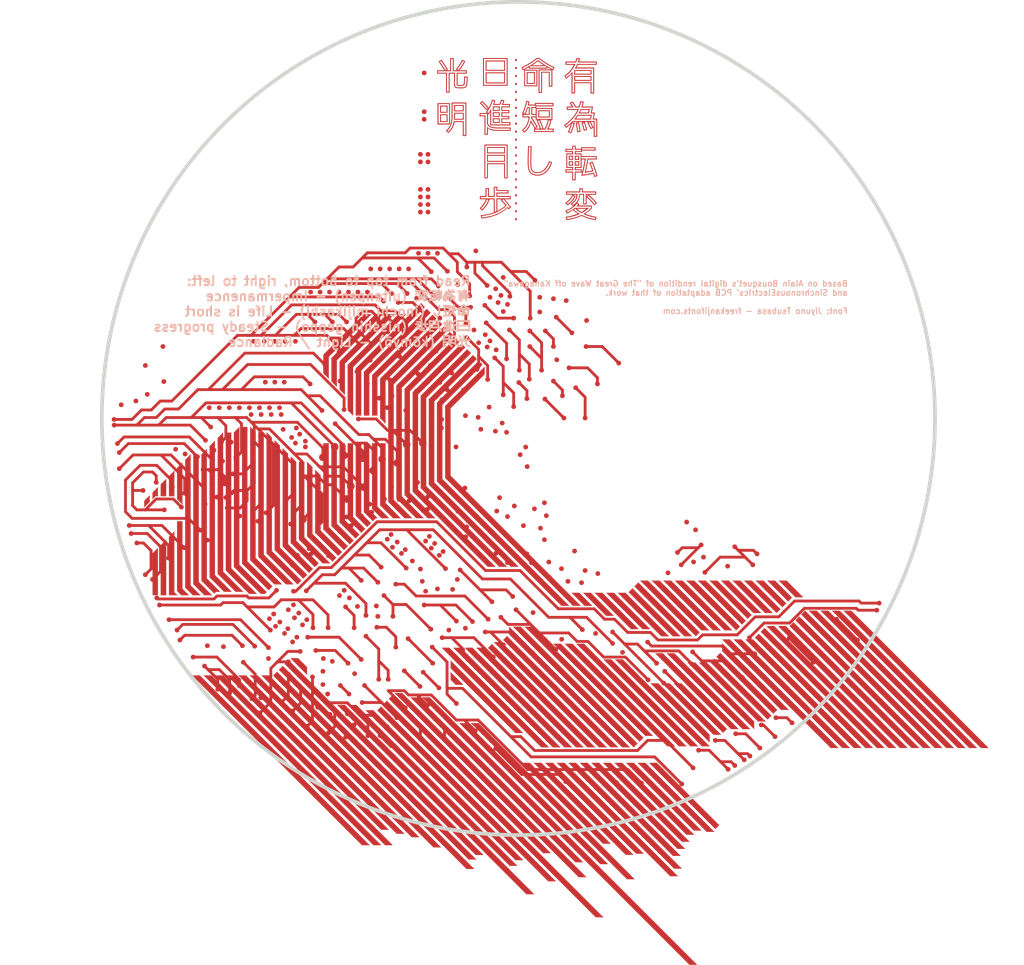
<source format=kicad_pcb>
(kicad_pcb (version 20241229) (generator "pcbnew") (generator_version "9.0")
  (layers (0 "F.Cu" signal) (2 "B.Cu" signal) (13 "F.Paste" user) (15 "B.Paste" user) (5 "F.SilkS" user "F.Silkscreen") (7 "B.SilkS" user "B.Silkscreen") (1 "F.Mask" user) (3 "B.Mask" user) (25 "Edge.Cuts" user))
  (net 0 "")
  (gr_poly (pts (xy 65.181595 52.181595) (xy 65.461595 52.061595) (xy 65.461128 48.724595) (xy 65.181125 48.724595)) (stroke (width 0.01)) (fill yes) (layer "F.Cu"))
  (gr_poly (pts (xy 55.683595 60.983595) (xy 56.083595 60.983595) (xy 65.043595 69.943595) (xy 64.643595 69.943595)) (stroke (width 0.01)) (fill yes) (layer "F.Cu"))
  (gr_poly (pts (xy 54.885935 51.678305) (xy 55.165914 51.953595) (xy 55.165704 49.747184) (xy 54.885712 50.02674)) (stroke (width 0.01)) (fill yes) (layer "F.Cu"))
  (gr_poly (pts (xy 68.863595 59.523595) (xy 69.263595 59.523595) (xy 74.523595 64.783595) (xy 74.123595 64.783595)) (stroke (width 0.01)) (fill yes) (layer "F.Cu"))
  (gr_poly (pts (xy 86.053595 55.973595) (xy 86.453595 55.973595) (xy 87.353595 56.873595) (xy 87.153595 57.073595)) (stroke (width 0.01)) (fill yes) (layer "F.Cu"))
  (gr_poly (pts (xy 69.793595 63.503595) (xy 70.193595 63.503595) (xy 77.633595 70.943595) (xy 77.233595 70.943595)) (stroke (width 0.01)) (fill yes) (layer "F.Cu"))
  (gr_poly (pts (xy 85.708595 58.678595) (xy 85.908595 58.478595) (xy 92.243595 64.813595) (xy 91.843595 64.813595)) (stroke (width 0.01)) (fill yes) (layer "F.Cu"))
  (gr_poly (pts (xy 64.843595 62.823595) (xy 65.243595 62.823595) (xy 73.153595 70.733595) (xy 72.753595 70.733595)) (stroke (width 0.01)) (fill yes) (layer "F.Cu"))
  (gr_circle (center 68.133595 35.313595) (end 68.233595 35.313595) (stroke (width 0.05)) (fill yes) (layer "F.Cu"))
  (gr_poly (pts (xy 63.464595 52.904595) (xy 63.744595 52.784595) (xy 64.508595 53.548595) (xy 64.308595 53.748595)) (stroke (width 0.01)) (fill yes) (layer "F.Cu"))
  (gr_poly (pts (xy 67.823595 62.143595) (xy 68.223595 62.143595) (xy 82.363595 76.283595) (xy 81.963595 76.283595)) (stroke (width 0.01)) (fill yes) (layer "F.Cu"))
  (gr_poly (pts (xy 64.323892 47.255856) (xy 64.603853 47.255856) (xy 64.603567 44.883583) (xy 64.323595 44.763595)) (stroke (width 0.01)) (fill yes) (layer "F.Cu"))
  (gr_poly (pts (xy 60.568595 60.378595) (xy 60.768595 60.178595) (xy 71.053595 70.463595) (xy 70.653595 70.463595)) (stroke (width 0.01)) (fill yes) (layer "F.Cu"))
  (gr_poly (pts (xy 76.163595 65.603595) (xy 76.563595 65.603595) (xy 81.473595 70.513595) (xy 81.073595 70.513595)) (stroke (width 0.01)) (fill yes) (layer "F.Cu"))
  (gr_poly (pts (xy 53.587682 51.673595) (xy 53.733595 51.521657) (xy 53.867641 51.521657) (xy 53.867577 51.044973) (xy 53.587865 51.325432)) (stroke (width 0.01)) (fill yes) (layer "F.Cu"))
  (gr_poly (pts (xy 67.753921 46.211267) (xy 68.033921 46.331267) (xy 70.404217 43.963524) (xy 70.204211 43.763518)) (stroke (width 0.01)) (fill yes) (layer "F.Cu"))
  (gr_poly (pts (xy 66.373595 61.913595) (xy 66.773595 61.913595) (xy 76.493595 71.633595) (xy 76.093595 71.633595)) (stroke (width 0.01)) (fill yes) (layer "F.Cu"))
  (gr_poly (pts (xy 76.943595 56.623595) (xy 77.343595 56.623595) (xy 79.253595 58.533595) (xy 78.853595 58.533595)) (stroke (width 0.01)) (fill yes) (layer "F.Cu"))
  (gr_poly (pts (xy 73.243595 58.413595) (xy 73.643595 58.413595) (xy 79.508595 64.278595) (xy 79.308595 64.478595)) (stroke (width 0.01)) (fill yes) (layer "F.Cu"))
  (gr_circle (center 67.733595 33.863595) (end 67.833595 33.863595) (stroke (width 0.05)) (fill yes) (layer "F.Cu"))
  (gr_poly (pts (xy 59.608595 54.538595) (xy 59.888595 54.418595) (xy 61.443595 55.973595) (xy 61.243595 56.173595)) (stroke (width 0.01)) (fill yes) (layer "F.Cu"))
  (gr_circle (center 67.733595 33.463595) (end 67.833595 33.463595) (stroke (width 0.05)) (fill yes) (layer "F.Cu"))
  (gr_poly (pts (xy 76.546655 35.69604) (xy 76.546654 35.696041) (xy 76.546654 35.696039)) (fill yes) (layer "F.Cu"))
  (gr_poly (pts (xy 63.953595 62.543595) (xy 64.353595 62.543595) (xy 72.843595 71.033595) (xy 72.443595 71.033595)) (stroke (width 0.01)) (fill yes) (layer "F.Cu"))
  (gr_poly (pts (xy 74.753595 59.313595) (xy 75.153595 59.313595) (xy 80.013595 64.173595) (xy 79.613595 64.173595)) (stroke (width 0.01)) (fill yes) (layer "F.Cu"))
  (gr_poly (pts (xy 64.753871 47.255856) (xy 65.033831 47.255856) (xy 65.033567 45.063583) (xy 64.753595 44.943595)) (stroke (width 0.01)) (fill yes) (layer "F.Cu"))
  (gr_poly (pts (xy 60.461595 54.171595) (xy 60.741595 54.051595) (xy 60.740904 49.273558) (xy 60.460927 48.993589)) (stroke (width 0.01)) (fill yes) (layer "F.Cu"))
  (gr_poly (pts (xy 83.368595 59.998595) (xy 83.568595 59.798595) (xy 86.573595 62.803595) (xy 86.373595 63.003595)) (stroke (width 0.01)) (fill yes) (layer "F.Cu"))
  (gr_poly (pts (xy 60.263595 60.683595) (xy 60.463595 60.483595) (xy 70.683595 70.703595) (xy 70.283595 70.703595)) (stroke (width 0.01)) (fill yes) (layer "F.Cu"))
  (gr_poly (pts (xy 54.457747 56.707747) (xy 54.737747 56.587747) (xy 54.73731 53.383595) (xy 54.45737 53.66387)) (stroke (width 0.01)) (fill yes) (layer "F.Cu"))
  (gr_poly (pts (xy 58.316595 55.076595) (xy 58.596595 54.956595) (xy 58.595602 47.863151) (xy 58.315613 47.863151)) (stroke (width 0.01)) (fill yes) (layer "F.Cu"))
  (gr_poly (pts (xy 57.889595 55.259595) (xy 58.169595 55.139595) (xy 59.613595 56.583595) (xy 59.523595 56.673595) (xy 59.303595 56.673595)) (stroke (width 0.01)) (fill yes) (layer "F.Cu"))
  (gr_poly (pts (xy 67.754595 51.094595) (xy 68.034595 50.974595) (xy 72.303595 55.243595) (xy 71.903595 55.243595)) (stroke (width 0.01)) (fill yes) (layer "F.Cu"))
  (gr_poly (pts (xy 58.746595 54.896595) (xy 59.026595 54.776595) (xy 59.025617 48.139435) (xy 58.74739 47.86114)) (stroke (width 0.01)) (fill yes) (layer "F.Cu"))
  (gr_poly (pts (xy 61.321595 53.811595) (xy 61.601595 53.691595) (xy 62.973595 55.063595) (xy 62.573595 55.063595)) (stroke (width 0.01)) (fill yes) (layer "F.Cu"))
  (gr_poly (pts (xy 83.673595 59.693595) (xy 83.673595 59.293595) (xy 87.183595 62.803595) (xy 86.783595 62.803595)) (stroke (width 0.01)) (fill yes) (layer "F.Cu"))
  (gr_poly (pts (xy 68.611875 50.733612) (xy 68.893595 50.613612) (xy 68.893595 46.693595) (xy 68.61131 46.573595)) (stroke (width 0.01)) (fill yes) (layer "F.Cu"))
  (gr_poly (pts (xy 88.253595 57.563595) (xy 88.653595 57.563595) (xy 95.903595 64.813595) (xy 95.503595 64.813595)) (stroke (width 0.01)) (fill yes) (layer "F.Cu"))
  (gr_poly (pts (xy 82.393595 55.973595) (xy 82.793595 55.973595) (xy 84.913595 58.093595) (xy 84.713595 58.293595)) (stroke (width 0.01)) (fill yes) (layer "F.Cu"))
  (gr_poly (pts (xy 66.898595 51.458595) (xy 67.178595 51.338595) (xy 67.177814 45.969519) (xy 66.897832 45.849527)) (stroke (width 0.01)) (fill yes) (layer "F.Cu"))
  (gr_poly (pts (xy 71.308595 59.528595) (xy 71.508595 59.328595) (xy 76.963595 64.783595) (xy 76.563595 64.783595)) (stroke (width 0.01)) (fill yes) (layer "F.Cu"))
  (gr_poly (pts (xy 68.610612 46.571999) (xy 68.890612 46.691999) (xy 71.012897 44.571999) (xy 70.812897 44.371999)) (stroke (width 0.01)) (fill yes) (layer "F.Cu"))
  (gr_poly (pts (xy 68.183595 50.913595) (xy 68.463595 50.793595) (xy 68.462974 46.514583) (xy 68.18298 46.394587)) (stroke (width 0.01)) (fill yes) (layer "F.Cu"))
  (gr_poly (pts (xy 62.608595 53.268595) (xy 62.888595 53.148595) (xy 62.887975 48.724222) (xy 62.607977 48.724222)) (stroke (width 0.01)) (fill yes) (layer "F.Cu"))
  (gr_poly (pts (xy 69.473595 59.523595) (xy 69.873595 59.523595) (xy 75.133595 64.783595) (xy 74.733595 64.783595)) (stroke (width 0.01)) (fill yes) (layer "F.Cu"))
  (gr_poly (pts (xy 79.953595 55.973595) (xy 80.353595 55.973595) (xy 82.983595 58.603595) (xy 82.583595 58.603595)) (stroke (width 0.01)) (fill yes) (layer "F.Cu"))
  (gr_poly (pts (xy 69.042561 46.75278) (xy 69.323078 46.873187) (xy 71.122145 45.083345) (xy 71.123179 44.68373)) (stroke (width 0.01)) (fill yes) (layer "F.Cu"))
  (gr_poly (pts (xy 60.890595 53.990595) (xy 61.170595 53.870595) (xy 62.358595 55.058595) (xy 62.158595 55.258595)) (stroke (width 0.01)) (fill yes) (layer "F.Cu"))
  (gr_poly (pts (xy 74.943595 65.603595) (xy 75.343595 65.603595) (xy 81.323595 71.583595) (xy 80.923595 71.583595)) (stroke (width 0.01)) (fill yes) (layer "F.Cu"))
  (gr_poly (pts (xy 78.733595 56.583595) (xy 78.933595 56.383595) (xy 81.463595 58.913595) (xy 81.063595 58.913595)) (stroke (width 0.01)) (fill yes) (layer "F.Cu"))
  (gr_poly (pts (xy 64.322595 52.542595) (xy 64.602595 52.422595) (xy 65.118595 52.938595) (xy 64.918595 53.138595)) (stroke (width 0.01)) (fill yes) (layer "F.Cu"))
  (gr_poly (pts (xy 65.609684 45.307041) (xy 65.889684 45.427041) (xy 68.880211 42.439733) (xy 68.680192 42.239714)) (stroke (width 0.01)) (fill yes) (layer "F.Cu"))
  (gr_poly (pts (xy 62.610057 44.041743) (xy 62.890057 44.161743) (xy 65.153951 41.904091) (xy 64.755284 41.90417)) (stroke (width 0.01)) (fill yes) (layer "F.Cu"))
  (gr_poly (pts (xy 57.031595 55.621595) (xy 57.311595 55.501595) (xy 58.373595 56.563595) (xy 57.973595 56.563595)) (stroke (width 0.01)) (fill yes) (layer "F.Cu"))
  (gr_poly (pts (xy 66.039595 51.819595) (xy 66.319595 51.699595) (xy 66.318709 45.607732) (xy 66.038733 45.487742)) (stroke (width 0.01)) (fill yes) (layer "F.Cu"))
  (gr_circle (center 68.133595 35.713595) (end 68.233595 35.713595) (stroke (width 0.05)) (fill yes) (layer "F.Cu"))
  (gr_poly (pts (xy 87.843595 57.763595) (xy 88.043595 57.563595) (xy 95.293595 64.813595) (xy 94.893595 64.813595)) (stroke (width 0.01)) (fill yes) (layer "F.Cu"))
  (gr_poly (pts (xy 56.600595 55.800595) (xy 56.880595 55.680595) (xy 57.763595 56.563595) (xy 57.363595 56.563595)) (stroke (width 0.01)) (fill yes) (layer "F.Cu"))
  (gr_poly (pts (xy 65.763595 62.523595) (xy 65.963595 62.323595) (xy 77.393595 73.753595) (xy 76.993595 73.753595)) (stroke (width 0.01)) (fill yes) (layer "F.Cu"))
  (gr_poly (pts (xy 70.693595 59.523595) (xy 71.093595 59.523595) (xy 76.353595 64.783595) (xy 75.953595 64.783595)) (stroke (width 0.01)) (fill yes) (layer "F.Cu"))
  (gr_poly (pts (xy 75.363595 59.313595) (xy 75.763595 59.313595) (xy 81.173595 64.723595) (xy 80.773595 64.723595)) (stroke (width 0.01)) (fill yes) (layer "F.Cu"))
  (gr_poly (pts (xy 66.467595 51.637595) (xy 66.747595 51.517595) (xy 67.903595 52.673595) (xy 67.503595 52.673595)) (stroke (width 0.01)) (fill yes) (layer "F.Cu"))
  (gr_poly (pts (xy 80.133595 59.813595) (xy 80.533595 59.813595) (xy 84.533595 63.813595) (xy 84.133595 63.813595)) (stroke (width 0.01)) (fill yes) (layer "F.Cu"))
  (gr_poly (pts (xy 68.183595 50.913595) (xy 68.463595 50.793595) (xy 72.911595 55.241595) (xy 72.511595 55.241595)) (stroke (width 0.01)) (fill yes) (layer "F.Cu"))
  (gr_poly (pts (xy 89.473595 57.563595) (xy 89.873595 57.563595) (xy 97.123595 64.813595) (xy 96.723595 64.813595)) (stroke (width 0.01)) (fill yes) (layer "F.Cu"))
  (gr_poly (pts (xy 65.609971 47.402296) (xy 65.889927 47.683595) (xy 65.889656 45.427029) (xy 65.609684 45.307041)) (stroke (width 0.01)) (fill yes) (layer "F.Cu"))
  (gr_poly (pts (xy 86.013595 58.373595) (xy 86.413595 58.373595) (xy 92.853595 64.813595) (xy 92.453595 64.813595)) (stroke (width 0.01)) (fill yes) (layer "F.Cu"))
  (gr_poly (pts (xy 67.326595 51.276595) (xy 67.606595 51.156595) (xy 67.605867 46.150391) (xy 67.325881 46.030398)) (stroke (width 0.01)) (fill yes) (layer "F.Cu"))
  (gr_poly (pts (xy 71.613595 59.223595) (xy 72.013595 59.223595) (xy 77.573595 64.783595) (xy 77.173595 64.783595)) (stroke (width 0.01)) (fill yes) (layer "F.Cu"))
  (gr_poly (pts (xy 87.538591 58.068599) (xy 87.738591 57.868599) (xy 94.673595 64.813595) (xy 94.273595 64.813595)) (stroke (width 0.01)) (fill yes) (layer "F.Cu"))
  (gr_poly (pts (xy 66.038733 45.487742) (xy 66.318733 45.607742) (xy 69.184193 42.745367) (xy 68.984177 42.545351)) (stroke (width 0.01)) (fill yes) (layer "F.Cu"))
  (gr_poly (pts (xy 66.467595 51.637595) (xy 66.747595 51.517595) (xy 66.746762 45.788501) (xy 66.466783 45.66851)) (stroke (width 0.01)) (fill yes) (layer "F.Cu"))
  (gr_poly (pts (xy 77.403595 60.133595) (xy 77.803595 60.133595) (xy 82.393595 64.723595) (xy 81.993595 64.723595)) (stroke (width 0.01)) (fill yes) (layer "F.Cu"))
  (gr_poly (pts (xy 85.443595 55.973595) (xy 85.843595 55.973595) (xy 87.048595 57.178595) (xy 86.848595 57.378595)) (stroke (width 0.01)) (fill yes) (layer "F.Cu"))
  (gr_poly (pts (xy 82.453595 60.303595) (xy 82.853595 60.303595) (xy 85.963595 63.413595) (xy 85.563595 63.413595)) (stroke (width 0.01)) (fill yes) (layer "F.Cu"))
  (gr_poly (pts (xy 59.177595 54.717595) (xy 59.457595 54.597595) (xy 59.456643 48.140547) (xy 59.178286 48.140103)) (stroke (width 0.01)) (fill yes) (layer "F.Cu"))
  (gr_poly (pts (xy 63.465333 44.396917) (xy 63.745333 44.516917) (xy 66.367127 41.902351) (xy 65.964909 41.903595)) (stroke (width 0.01)) (fill yes) (layer "F.Cu"))
  (gr_poly (pts (xy 57.889595 55.259595) (xy 58.169595 55.139595) (xy 58.168602 47.863595) (xy 57.888715 48.14882)) (stroke (width 0.01)) (fill yes) (layer "F.Cu"))
  (gr_circle (center 68.133595 33.863595) (end 68.233595 33.863595) (stroke (width 0.05)) (fill yes) (layer "F.Cu"))
  (gr_poly (pts (xy 72.423595 58.813595) (xy 72.423595 58.413595) (xy 78.793595 64.783595) (xy 78.393595 64.783595)) (stroke (width 0.01)) (fill yes) (layer "F.Cu"))
  (gr_poly (pts (xy 58.733595 60.983595) (xy 59.133595 60.983595) (xy 67.673595 69.523595) (xy 67.273595 69.523595)) (stroke (width 0.01)) (fill yes) (layer "F.Cu"))
  (gr_poly (pts (xy 67.325881 46.030398) (xy 67.605881 46.150398) (xy 70.098815 43.660148) (xy 69.898807 43.46014)) (stroke (width 0.01)) (fill yes) (layer "F.Cu"))
  (gr_circle (center 67.933595 31.213595) (end 68.033595 31.213595) (stroke (width 0.05)) (fill yes) (layer "F.Cu"))
  (gr_poly (pts (xy 85.403595 58.983595) (xy 85.603595 58.783595) (xy 91.633595 64.813595) (xy 91.233595 64.813595)) (stroke (width 0.01)) (fill yes) (layer "F.Cu"))
  (gr_poly (pts (xy 60.873595 60.073595) (xy 61.273595 60.073595) (xy 61.743595 60.543595) (xy 61.743595 60.943595)) (stroke (width 0.01)) (fill yes) (layer "F.Cu"))
  (gr_poly (pts (xy 65.183061 45.126917) (xy 65.463061 45.246917) (xy 68.575362 42.137965) (xy 68.375341 41.937944)) (stroke (width 0.01)) (fill yes) (layer "F.Cu"))
  (gr_circle (center 67.933595 29.163595) (end 68.033595 29.163595) (stroke (width 0.05)) (fill yes) (layer "F.Cu"))
  (gr_poly (pts (xy 54.023655 56.743595) (xy 54.303655 56.743595) (xy 54.303272 53.822697) (xy 54.02333 54.099524)) (stroke (width 0.01)) (fill yes) (layer "F.Cu"))
  (gr_circle (center 84.833595 65.438595) (end 84.883595 65.438595) (stroke (width 0.15)) (fill yes) (layer "F.Cu"))
  (gr_poly (pts (xy 74.333595 65.603595) (xy 74.733595 65.603595) (xy 79.523595 70.393595) (xy 79.123595 70.393595)) (stroke (width 0.01)) (fill yes) (layer "F.Cu"))
  (gr_poly (pts (xy 54.023011 51.521498) (xy 54.30297 51.521498) (xy 54.302849 50.610041) (xy 54.023598 50.890037)) (stroke (width 0.01)) (fill yes) (layer "F.Cu"))
  (gr_poly (pts (xy 63.037089 44.2218) (xy 63.317089 44.3418) (xy 65.762114 41.903516) (xy 65.363595 41.903595)) (stroke (width 0.01)) (fill yes) (layer "F.Cu"))
  (gr_poly (pts (xy 86.663595 55.973595) (xy 87.063595 55.973595) (xy 87.943595 56.853595) (xy 87.543595 56.853595)) (stroke (width 0.01)) (fill yes) (layer "F.Cu"))
  (gr_poly (pts (xy 63.465576 45.883529) (xy 63.745531 46.164827) (xy 63.745333 44.516917) (xy 63.465371 44.396934)) (stroke (width 0.01)) (fill yes) (layer "F.Cu"))
  (gr_poly (pts (xy 63.8953 44.584148) (xy 64.1753 44.704148) (xy 66.983595 41.903595) (xy 66.581058 41.903595)) (stroke (width 0.01)) (fill yes) (layer "F.Cu"))
  (gr_poly (pts (xy 60.890595 53.990595) (xy 61.170595 53.870595) (xy 61.169992 49.702636) (xy 60.890006 49.422657)) (stroke (width 0.01)) (fill yes) (layer "F.Cu"))
  (gr_poly (pts (xy 56.293595 60.983595) (xy 56.693595 60.983595) (xy 65.653595 69.943595) (xy 65.253595 69.943595)) (stroke (width 0.01)) (fill yes) (layer "F.Cu"))
  (gr_circle (center 68.133595 36.513595) (end 68.233595 36.513595) (stroke (width 0.05)) (fill yes) (layer "F.Cu"))
  (gr_poly (pts (xy 56.172843 55.980841) (xy 56.452834 55.862845) (xy 57.153595 56.563595) (xy 56.943595 56.563595) (xy 56.848632 56.658558)) (stroke (width 0.01)) (fill yes) (layer "F.Cu"))
  (gr_poly (pts (xy 81.843595 60.303595) (xy 82.243595 60.303595) (xy 85.353595 63.413595) (xy 85.353595 63.813595)) (stroke (width 0.01)) (fill yes) (layer "F.Cu"))
  (gr_poly (pts (xy 76.773595 65.603595) (xy 77.173595 65.603595) (xy 81.713595 70.143595) (xy 81.313595 70.143595)) (stroke (width 0.01)) (fill yes) (layer "F.Cu"))
  (gr_poly (pts (xy 67.326595 51.276595) (xy 67.606595 51.156595) (xy 71.693595 55.243595) (xy 71.293595 55.243595)) (stroke (width 0.01)) (fill yes) (layer "F.Cu"))
  (gr_poly (pts (xy 75.553595 65.603595) (xy 75.953595 65.603595) (xy 81.533595 71.183595) (xy 81.133595 71.183595)) (stroke (width 0.01)) (fill yes) (layer "F.Cu"))
  (gr_circle (center 67.733595 35.313595) (end 67.833595 35.313595) (stroke (width 0.05)) (fill yes) (layer "F.Cu"))
  (gr_poly (pts (xy 66.898595 51.458595) (xy 67.178595 51.338595) (xy 68.513595 52.673595) (xy 68.113595 52.673595)) (stroke (width 0.01)) (fill yes) (layer "F.Cu"))
  (gr_poly (pts (xy 56.903595 60.983595) (xy 57.303595 60.983595) (xy 66.263595 69.943595) (xy 65.863595 69.943595)) (stroke (width 0.01)) (fill yes) (layer "F.Cu"))
  (gr_poly (pts (xy 83.613595 55.973595) (xy 84.013595 55.973595) (xy 85.723595 57.683595) (xy 85.323595 57.683595)) (stroke (width 0.01)) (fill yes) (layer "F.Cu"))
  (gr_circle (center 68.358595 59.488595) (end 68.408595 59.488595) (stroke (width 0.15)) (fill yes) (layer "F.Cu"))
  (gr_poly (pts (xy 78.603595 65.603595) (xy 79.003595 65.603595) (xy 82.573595 69.173595) (xy 82.173595 69.173595)) (stroke (width 0.01)) (fill yes) (layer "F.Cu"))
  (gr_poly (pts (xy 59.343595 60.983595) (xy 59.743595 60.983595) (xy 68.823595 70.063595) (xy 68.423595 70.063595)) (stroke (width 0.01)) (fill yes) (layer "F.Cu"))
  (gr_poly (pts (xy 81.113595 61.403595) (xy 81.513595 61.403595) (xy 83.918595 63.808595) (xy 83.718595 64.008595)) (stroke (width 0.01)) (fill yes) (layer "F.Cu"))
  (gr_poly (pts (xy 66.897832 45.849527) (xy 67.177832 45.969527) (xy 69.794551 43.355625) (xy 69.59454 43.155614)) (stroke (width 0.01)) (fill yes) (layer "F.Cu"))
  (gr_poly (pts (xy 62.179595 53.449595) (xy 62.459595 53.329595) (xy 62.459172 50.408976) (xy 62.179166 50.128977)) (stroke (width 0.01)) (fill yes) (layer "F.Cu"))
  (gr_poly (pts (xy 72.108595 59.108595) (xy 72.308595 58.908595) (xy 78.173595 64.773595) (xy 77.773595 64.773595)) (stroke (width 0.01)) (fill yes) (layer "F.Cu"))
  (gr_poly (pts (xy 53.152402 52.101873) (xy 53.432352 51.821816) (xy 53.432307 51.482468) (xy 53.152128 51.763394)) (stroke (width 0.01)) (fill yes) (layer "F.Cu"))
  (gr_poly (pts (xy 75.973595 59.313595) (xy 76.373595 59.313595) (xy 81.783595 64.723595) (xy 81.383595 64.723595)) (stroke (width 0.01)) (fill yes) (layer "F.Cu"))
  (gr_poly (pts (xy 58.123595 60.983595) (xy 58.523595 60.983595) (xy 66.883595 69.343595) (xy 66.483595 69.343595)) (stroke (width 0.01)) (fill yes) (layer "F.Cu"))
  (gr_poly (pts (xy 63.464595 52.904595) (xy 63.744595 52.784595) (xy 63.744027 48.72428) (xy 63.464027 48.72428)) (stroke (width 0.01)) (fill yes) (layer "F.Cu"))
  (gr_poly (pts (xy 69.043595 50.553595) (xy 69.323595 50.433595) (xy 76.193595 57.303595) (xy 75.793595 57.303595)) (stroke (width 0.01)) (fill yes) (layer "F.Cu"))
  (gr_poly (pts (xy 79.038595 56.278595) (xy 79.238595 56.078595) (xy 82.073595 58.913595) (xy 81.673595 58.913595)) (stroke (width 0.01)) (fill yes) (layer "F.Cu"))
  (gr_poly (pts (xy 63.037595 53.087595) (xy 63.317595 52.967595) (xy 63.317001 48.724151) (xy 63.037001 48.724151)) (stroke (width 0.01)) (fill yes) (layer "F.Cu"))
  (gr_poly (pts (xy 79.823595 65.603595) (xy 80.223595 65.603595) (xy 83.508595 68.888595) (xy 83.308595 69.088595)) (stroke (width 0.01)) (fill yes) (layer "F.Cu"))
  (gr_poly (pts (xy 62.610194 45.028124) (xy 62.890153 45.309426) (xy 62.890014 44.161724) (xy 62.610057 44.041743)) (stroke (width 0.01)) (fill yes) (layer "F.Cu"))
  (gr_poly (pts (xy 55.315595 56.345595) (xy 55.595595 56.225595) (xy 56.113595 56.743595) (xy 55.713595 56.743595)) (stroke (width 0.01)) (fill yes) (layer "F.Cu"))
  (gr_poly (pts (xy 66.039595 51.819595) (xy 66.319595 51.699595) (xy 67.293595 52.673595) (xy 66.893595 52.673595)) (stroke (width 0.01)) (fill yes) (layer "F.Cu"))
  (gr_poly (pts (xy 83.673595 59.083595) (xy 84.073595 59.083595) (xy 89.803595 64.813595) (xy 89.403595 64.813595)) (stroke (width 0.01)) (fill yes) (layer "F.Cu"))
  (gr_poly (pts (xy 84.223595 55.973595) (xy 84.623595 55.973595) (xy 86.333595 57.683595) (xy 85.933595 57.683595)) (stroke (width 0.01)) (fill yes) (layer "F.Cu"))
  (gr_poly (pts (xy 72.628595 58.408595) (xy 73.028595 58.408595) (xy 79.198595 64.578595) (xy 78.998595 64.778595)) (stroke (width 0.01)) (fill yes) (layer "F.Cu"))
  (gr_circle (center 68.133595 33.463595) (end 68.233595 33.463595) (stroke (width 0.05)) (fill yes) (layer "F.Cu"))
  (gr_poly (pts (xy 54.886595 56.526595) (xy 55.166595 56.406595) (xy 55.503595 56.743595) (xy 55.103595 56.743595)) (stroke (width 0.01)) (fill yes) (layer "F.Cu"))
  (gr_poly (pts (xy 80.743595 59.813595) (xy 81.143595 59.813595) (xy 85.143595 63.813595) (xy 84.743595 63.813595)) (stroke (width 0.01)) (fill yes) (layer "F.Cu"))
  (gr_poly (pts (xy 76.546655 35.69604) (xy 76.546654 35.696041) (xy 76.546654 35.696039)) (fill yes) (layer "F.Cu"))
  (gr_poly (pts (xy 75.723595 56.623595) (xy 76.123595 56.623595) (xy 76.803595 57.303595) (xy 76.403595 57.303595)) (stroke (width 0.01)) (fill yes) (layer "F.Cu"))
  (gr_circle (center 67.733595 35.713595) (end 67.833595 35.713595) (stroke (width 0.05)) (fill yes) (layer "F.Cu"))
  (gr_poly (pts (xy 73.723595 65.603595) (xy 74.123595 65.603595) (xy 78.973595 70.453595) (xy 78.573595 70.453595)) (stroke (width 0.01)) (fill yes) (layer "F.Cu"))
  (gr_poly (pts (xy 69.043595 50.553595) (xy 69.323595 50.433595) (xy 69.323078 46.873187) (xy 69.043078 46.753188)) (stroke (width 0.01)) (fill yes) (layer "F.Cu"))
  (gr_poly (pts (xy 65.181595 52.181595) (xy 65.461595 52.061595) (xy 66.073595 52.673595) (xy 65.673595 52.673595)) (stroke (width 0.01)) (fill yes) (layer "F.Cu"))
  (gr_poly (pts (xy 56.172843 55.980841) (xy 56.452843 55.860841) (xy 56.451911 49.025235) (xy 56.172017 49.310468)) (stroke (width 0.01)) (fill yes) (layer "F.Cu"))
  (gr_poly (pts (xy 79.893595 61.403595) (xy 80.293595 61.403595) (xy 83.003595 64.113595) (xy 83.003595 64.513595)) (stroke (width 0.01)) (fill yes) (layer "F.Cu"))
  (gr_poly (pts (xy 64.752595 52.362595) (xy 65.032595 52.242595) (xy 65.463595 52.673595) (xy 65.383595 52.673595) (xy 65.223595 52.833595)) (stroke (width 0.01)) (fill yes) (layer "F.Cu"))
  (gr_poly (pts (xy 57.461595 55.441595) (xy 57.741595 55.321595) (xy 59.093595 56.673595) (xy 58.693595 56.673595)) (stroke (width 0.01)) (fill yes) (layer "F.Cu"))
  (gr_circle (center 67.933595 31.613595) (end 68.033595 31.613595) (stroke (width 0.05)) (fill yes) (layer "F.Cu"))
  (gr_poly (pts (xy 60.035595 54.355595) (xy 60.315595 54.235595) (xy 61.748595 55.668595) (xy 61.548595 55.868595)) (stroke (width 0.01)) (fill yes) (layer "F.Cu"))
  (gr_poly (pts (xy 63.895628 46.976559) (xy 64.175584 47.257858) (xy 64.175277 44.704138) (xy 63.8953 44.584148)) (stroke (width 0.01)) (fill yes) (layer "F.Cu"))
  (gr_line (start 72.783595 28.476095) (end 72.783595 36.913595) (stroke (width 0.1) (type dot)) (layer "F.Cu"))
  (gr_poly (pts (xy 66.068595 62.218595) (xy 66.268595 62.018595) (xy 74.613595 70.363595) (xy 74.213595 70.363595)) (stroke (width 0.01)) (fill yes) (layer "F.Cu"))
  (gr_poly (pts (xy 84.893595 59.083595) (xy 85.293595 59.083595) (xy 91.023595 64.813595) (xy 90.623595 64.813595)) (stroke (width 0.01)) (fill yes) (layer "F.Cu"))
  (gr_poly (pts (xy 77.383595 65.603595) (xy 77.783595 65.603595) (xy 81.943595 69.763595) (xy 81.543595 69.763595)) (stroke (width 0.01)) (fill yes) (layer "F.Cu"))
  (gr_poly (pts (xy 83.063595 60.303595) (xy 83.263595 60.103595) (xy 86.268595 63.108595) (xy 86.068595 63.308595)) (stroke (width 0.01)) (fill yes) (layer "F.Cu"))
  (gr_poly (pts (xy 63.894595 52.724595) (xy 64.174595 52.604595) (xy 64.174052 48.723887) (xy 63.894051 48.723887)) (stroke (width 0.01)) (fill yes) (layer "F.Cu"))
  (gr_poly (pts (xy 68.611875 50.733612) (xy 68.893595 50.613612) (xy 75.583595 57.303595) (xy 75.183595 57.303595)) (stroke (width 0.01)) (fill yes) (layer "F.Cu"))
  (gr_poly (pts (xy 81.783595 55.973595) (xy 82.183595 55.973595) (xy 84.608595 58.398595) (xy 84.408595 58.598595)) (stroke (width 0.01)) (fill yes) (layer "F.Cu"))
  (gr_poly (pts (xy 60.035595 54.355595) (xy 60.315595 54.235595) (xy 60.314815 48.847427) (xy 60.034848 48.567468)) (stroke (width 0.01)) (fill yes) (layer "F.Cu"))
  (gr_poly (pts (xy 59.608595 54.538595) (xy 59.888595 54.418595) (xy 59.887728 48.420427) (xy 59.607769 48.140476)) (stroke (width 0.01)) (fill yes) (layer "F.Cu"))
  (gr_poly (pts (xy 63.03726 45.455403) (xy 63.317219 45.736705) (xy 63.317051 44.341783) (xy 63.037089 44.2218)) (stroke (width 0.01)) (fill yes) (layer "F.Cu"))
  (gr_poly (pts (xy 67.213595 62.143595) (xy 67.613595 62.143595) (xy 76.313595 70.843595) (xy 75.913595 70.843595)) (stroke (width 0.01)) (fill yes) (layer "F.Cu"))
  (gr_poly (pts (xy 79.213595 65.603595) (xy 79.613595 65.603595) (xy 83.253595 69.243595) (xy 82.853595 69.243595)) (stroke (width 0.01)) (fill yes) (layer "F.Cu"))
  (gr_poly (pts (xy 55.744595 56.164595) (xy 56.024595 56.044595) (xy 56.023653 49.311151) (xy 55.743662 49.311151)) (stroke (width 0.01)) (fill yes) (layer "F.Cu"))
  (gr_poly (pts (xy 79.343595 55.973595) (xy 79.743595 55.973595) (xy 82.478595 58.708595) (xy 82.278595 58.908595)) (stroke (width 0.01)) (fill yes) (layer "F.Cu"))
  (gr_poly (pts (xy 64.753595 44.943595) (xy 65.033595 45.063595) (xy 68.269704 41.830968) (xy 68.06968 41.630944)) (stroke (width 0.01)) (fill yes) (layer "F.Cu"))
  (gr_poly (pts (xy 56.600595 55.800595) (xy 56.880595 55.680595) (xy 56.879628 48.594306) (xy 56.599738 48.879534)) (stroke (width 0.01)) (fill yes) (layer "F.Cu"))
  (gr_poly (pts (xy 57.461595 55.441595) (xy 57.741595 55.321595) (xy 57.740592 48.158151) (xy 57.460603 48.158151)) (stroke (width 0.01)) (fill yes) (layer "F.Cu"))
  (gr_poly (pts (xy 67.754595 51.094595) (xy 68.034595 50.974595) (xy 68.033921 46.331267) (xy 67.753931 46.211272)) (stroke (width 0.01)) (fill yes) (layer "F.Cu"))
  (gr_poly (pts (xy 53.589543 56.739443) (xy 53.869545 56.739443) (xy 53.869218 54.255389) (xy 53.58927 54.53575)) (stroke (width 0.01)) (fill yes) (layer "F.Cu"))
  (gr_poly (pts (xy 60.461595 54.171595) (xy 60.741595 54.051595) (xy 62.053595 55.363595) (xy 61.853595 55.563595)) (stroke (width 0.01)) (fill yes) (layer "F.Cu"))
  (gr_poly (pts (xy 78.163595 56.623595) (xy 78.563595 56.623595) (xy 80.853595 58.913595) (xy 80.453595 58.913595)) (stroke (width 0.01)) (fill yes) (layer "F.Cu"))
  (gr_circle (center 67.733595 36.113595) (end 67.833595 36.113595) (stroke (width 0.05)) (fill yes) (layer "F.Cu"))
  (gr_poly (pts (xy 54.457747 56.707747) (xy 54.737747 56.587747) (xy 54.893595 56.743595) (xy 54.493595 56.743595)) (stroke (width 0.01)) (fill yes) (layer "F.Cu"))
  (gr_poly (pts (xy 88.863595 57.563595) (xy 89.263595 57.563595) (xy 96.513595 64.813595) (xy 96.113595 64.813595)) (stroke (width 0.01)) (fill yes) (layer "F.Cu"))
  (gr_poly (pts (xy 61.750595 53.630595) (xy 62.030595 53.510595) (xy 63.288595 54.768595) (xy 63.088595 54.968595)) (stroke (width 0.01)) (fill yes) (layer "F.Cu"))
  (gr_poly (pts (xy 59.177595 54.717595) (xy 59.457595 54.597595) (xy 61.033595 56.173595) (xy 60.633595 56.173595)) (stroke (width 0.01)) (fill yes) (layer "F.Cu"))
  (gr_poly (pts (xy 65.183315 47.25595) (xy 65.463275 47.25595) (xy 65.463033 45.246905) (xy 65.183061 45.126917)) (stroke (width 0.01)) (fill yes) (layer "F.Cu"))
  (gr_poly (pts (xy 57.031595 55.621595) (xy 57.311595 55.501595) (xy 57.310594 48.158984) (xy 57.030707 48.444209)) (stroke (width 0.01)) (fill yes) (layer "F.Cu"))
  (gr_poly (pts (xy 84.283595 59.083595) (xy 84.683595 59.083595) (xy 90.413595 64.813595) (xy 90.013595 64.813595)) (stroke (width 0.01)) (fill yes) (layer "F.Cu"))
  (gr_poly (pts (xy 62.179595 53.449595) (xy 62.459595 53.329595) (xy 63.593595 54.463595) (xy 63.393595 54.663595)) (stroke (width 0.01)) (fill yes) (layer "F.Cu"))
  (gr_poly (pts (xy 83.003595 55.973595) (xy 83.403595 55.973595) (xy 85.218595 57.788595) (xy 85.018595 57.988595)) (stroke (width 0.01)) (fill yes) (layer "F.Cu"))
  (gr_poly (pts (xy 65.610595 52.000581) (xy 65.890595 51.880581) (xy 65.890153 48.723581) (xy 65.610149 48.723581)) (stroke (width 0.01)) (fill yes) (layer "F.Cu"))
  (gr_circle (center 68.133595 36.113595) (end 68.233595 36.113595) (stroke (width 0.05)) (fill yes) (layer "F.Cu"))
  (gr_poly (pts (xy 86.623595 58.373595) (xy 87.023595 58.373595) (xy 93.463595 64.813595) (xy 93.063595 64.813595)) (stroke (width 0.01)) (fill yes) (layer "F.Cu"))
  (gr_poly (pts (xy 63.343595 62.543595) (xy 63.743595 62.543595) (xy 73.733595 72.533595) (xy 73.333595 72.533595)) (stroke (width 0.01)) (fill yes) (layer "F.Cu"))
  (gr_poly (pts (xy 70.083595 59.523595) (xy 70.483595 59.523595) (xy 75.743595 64.783595) (xy 75.343595 64.783595)) (stroke (width 0.01)) (fill yes) (layer "F.Cu"))
  (gr_poly (pts (xy 64.322595 52.542595) (xy 64.602595 52.422595) (xy 64.602078 48.724473) (xy 64.322076 48.724473)) (stroke (width 0.01)) (fill yes) (layer "F.Cu"))
  (gr_poly (pts (xy 61.321595 53.811595) (xy 61.601595 53.691595) (xy 61.601036 49.707222) (xy 61.321036 49.707222)) (stroke (width 0.01)) (fill yes) (layer "F.Cu"))
  (gr_poly (pts (xy 64.752595 52.362595) (xy 65.032595 52.242595) (xy 65.032103 48.725595) (xy 64.752101 48.725595)) (stroke (width 0.01)) (fill yes) (layer "F.Cu"))
  (gr_poly (pts (xy 84.833595 55.973595) (xy 85.233595 55.973595) (xy 86.743595 57.483595) (xy 86.543595 57.683595)) (stroke (width 0.01)) (fill yes) (layer "F.Cu"))
  (gr_poly (pts (xy 69.333595 61.213595) (xy 69.333595 60.813595) (xy 69.993595 61.473595) (xy 69.593595 61.473595)) (stroke (width 0.01)) (fill yes) (layer "F.Cu"))
  (gr_poly (pts (xy 64.323567 44.763583) (xy 64.603567 44.883583) (xy 67.964743 41.526023) (xy 67.764716 41.325996)) (stroke (width 0.01)) (fill yes) (layer "F.Cu"))
  (gr_poly (pts (xy 63.894595 52.724595) (xy 64.174595 52.604595) (xy 64.813595 53.243595) (xy 64.613595 53.443595)) (stroke (width 0.01)) (fill yes) (layer "F.Cu"))
  (gr_poly (pts (xy 80.503595 61.403595) (xy 80.903595 61.403595) (xy 83.613595 64.113595) (xy 83.213595 64.113595)) (stroke (width 0.01)) (fill yes) (layer "F.Cu"))
  (gr_poly (pts (xy 70.403595 63.503595) (xy 70.803595 63.503595) (xy 79.043595 71.743595) (xy 78.643595 71.743595)) (stroke (width 0.01)) (fill yes) (layer "F.Cu"))
  (gr_poly (pts (xy 57.513595 60.983595) (xy 57.913595 60.983595) (xy 66.063595 69.133595) (xy 65.663595 69.133595)) (stroke (width 0.01)) (fill yes) (layer "F.Cu"))
  (gr_poly (pts (xy 54.458286 51.521339) (xy 54.738299 51.521339) (xy 54.738171 50.176632) (xy 54.458179 50.456188)) (stroke (width 0.01)) (fill yes) (layer "F.Cu"))
  (gr_poly (pts (xy 68.18298 46.394587) (xy 68.46298 46.514587) (xy 70.710332 44.269654) (xy 70.51033 44.069652)) (stroke (width 0.01)) (fill yes) (layer "F.Cu"))
  (gr_poly (pts (xy 69.333595 60.603595) (xy 69.333595 60.203595) (xy 73.153595 64.023595) (xy 72.753595 64.023595)) (stroke (width 0.01)) (fill yes) (layer "F.Cu"))
  (gr_poly (pts (xy 59.958595 60.988595) (xy 60.158595 60.788595) (xy 70.573595 71.203595) (xy 70.173595 71.203595)) (stroke (width 0.01)) (fill yes) (layer "F.Cu"))
  (gr_poly (pts (xy 90.083595 57.563595) (xy 90.483595 57.563595) (xy 97.733595 64.813595) (xy 97.333595 64.813595)) (stroke (width 0.01)) (fill yes) (layer "F.Cu"))
  (gr_poly (pts (xy 77.553595 56.623595) (xy 77.953595 56.623595) (xy 79.863595 58.533595) (xy 79.463595 58.533595)) (stroke (width 0.01)) (fill yes) (layer "F.Cu"))
  (gr_poly (pts (xy 61.750595 53.630595) (xy 62.030595 53.510595) (xy 62.030084 49.982717) (xy 61.750088 49.702728)) (stroke (width 0.01)) (fill yes) (layer "F.Cu"))
  (gr_poly (pts (xy 58.316595 55.076595) (xy 58.596595 54.956595) (xy 59.918595 56.278595) (xy 59.718595 56.478595)) (stroke (width 0.01)) (fill yes) (layer "F.Cu"))
  (gr_poly (pts (xy 87.233595 58.373595) (xy 87.433595 58.173595) (xy 94.073595 64.813595) (xy 93.673595 64.813595)) (stroke (width 0.01)) (fill yes) (layer "F.Cu"))
  (gr_poly (pts (xy 80.563595 55.973595) (xy 80.963595 55.973595) (xy 83.593595 58.603595) (xy 83.193595 58.603595)) (stroke (width 0.01)) (fill yes) (layer "F.Cu"))
  (gr_poly (pts (xy 78.013595 60.133595) (xy 78.413595 60.133595) (xy 83.003595 64.723595) (xy 82.603595 64.723595)) (stroke (width 0.01)) (fill yes) (layer "F.Cu"))
  (gr_poly (pts (xy 73.113595 65.603595) (xy 73.513595 65.603595) (xy 77.773595 69.863595) (xy 77.373595 69.863595)) (stroke (width 0.01)) (fill yes) (layer "F.Cu"))
  (gr_poly (pts (xy 81.173595 55.973595) (xy 81.573595 55.973595) (xy 84.203595 58.603595) (xy 83.803595 58.603595)) (stroke (width 0.01)) (fill yes) (layer "F.Cu"))
  (gr_poly (pts (xy 62.608595 53.268595) (xy 62.888595 53.148595) (xy 63.898595 54.158595) (xy 63.698595 54.358595)) (stroke (width 0.01)) (fill yes) (layer "F.Cu"))
  (gr_poly (pts (xy 58.746595 54.896595) (xy 59.026595 54.776595) (xy 60.423595 56.173595) (xy 60.023595 56.173595)) (stroke (width 0.01)) (fill yes) (layer "F.Cu"))
  (gr_poly (pts (xy 65.610595 52.000595) (xy 65.890595 51.880595) (xy 66.683595 52.673595) (xy 66.283595 52.673595)) (stroke (width 0.01)) (fill yes) (layer "F.Cu"))
  (gr_circle (center 67.733595 36.513595) (end 67.833595 36.513595) (stroke (width 0.05)) (fill yes) (layer "F.Cu"))
  (gr_poly (pts (xy 55.744595 56.164595) (xy 56.024595 56.044595) (xy 56.723595 56.743595) (xy 56.323595 56.743595)) (stroke (width 0.01)) (fill yes) (layer "F.Cu"))
  (gr_poly (pts (xy 55.315595 56.345595) (xy 55.595595 56.225595) (xy 55.594652 49.311711) (xy 55.314759 49.596943)) (stroke (width 0.01)) (fill yes) (layer "F.Cu"))
  (gr_poly (pts (xy 54.886595 56.526579) (xy 55.166595 56.406579) (xy 55.166097 52.843135) (xy 54.886094 52.843135)) (stroke (width 0.01)) (fill yes) (layer "F.Cu"))
  (gr_poly (pts (xy 66.466783 45.66851) (xy 66.746783 45.78851) (xy 69.488836 43.04941) (xy 69.288823 42.849397)) (stroke (width 0.01)) (fill yes) (layer "F.Cu"))
  (gr_poly (pts (xy 76.333595 56.623595) (xy 76.733595 56.623595) (xy 77.943595 57.833595) (xy 77.543595 57.833595)) (stroke (width 0.01)) (fill yes) (layer "F.Cu"))
  (gr_poly (pts (xy 65.458595 62.828595) (xy 65.658595 62.628595) (xy 74.883595 71.853595) (xy 74.483595 71.853595)) (stroke (width 0.01)) (fill yes) (layer "F.Cu"))
  (gr_poly (pts (xy 77.993595 65.603595) (xy 78.393595 65.603595) (xy 82.183595 69.393595) (xy 81.783595 69.393595)) (stroke (width 0.01)) (fill yes) (layer "F.Cu"))
  (gr_poly (pts (xy 63.037595 53.087595) (xy 63.317595 52.967595) (xy 64.203595 53.853595) (xy 64.003595 54.053595)) (stroke (width 0.01)) (fill yes) (layer "F.Cu"))
  (gr_circle (center 66.433595 56.163595) (end 66.483595 56.163595) (stroke (width 0.15)) (fill yes) (layers "F.Cu" "F.Mask"))
  (gr_circle (center 77.083595 45.588595) (end 77.133595 45.588595) (stroke (width 0.15)) (fill yes) (layers "F.Cu" "F.Mask"))
  (gr_circle (center 66.033595 61.188595) (end 66.083595 61.188595) (stroke (width 0.15)) (fill yes) (layers "F.Cu" "F.Mask"))
  (gr_circle (center 53.783595 50.788595) (end 53.833595 50.788595) (stroke (width 0.15)) (fill yes) (layers "F.Cu" "F.Mask"))
  (gr_circle (center 73.353595 54.563595) (end 73.403595 54.563595) (stroke (width 0.15)) (fill yes) (layers "F.Cu" "F.Mask"))
  (gr_circle (center 71.708595 40.563595) (end 71.758595 40.563595) (stroke (width 0.15)) (fill yes) (layers "F.Cu" "F.Mask"))
  (gr_circle (center 60.293595 46.843595) (end 60.343595 46.843595) (stroke (width 0.15)) (fill yes) (layers "F.Cu" "F.Mask"))
  (gr_circle (center 61.658595 48.913595) (end 61.708595 48.913595) (stroke (width 0.15)) (fill yes) (layers "F.Cu" "F.Mask"))
  (gr_circle (center 62.333595 63.813595) (end 62.383595 63.813595) (stroke (width 0.15)) (fill yes) (layers "F.Cu" "F.Mask"))
  (gr_circle (center 66.958595 46.988595) (end 67.008595 46.988595) (stroke (width 0.15)) (fill yes) (layers "F.Cu" "F.Mask"))
  (gr_circle (center 68.883595 58.988595) (end 68.933595 58.988595) (stroke (width 0.15)) (fill yes) (layers "F.Cu" "F.Mask"))
  (gr_circle (center 56.483595 59.413595) (end 56.533595 59.413595) (stroke (width 0.15)) (fill yes) (layers "F.Cu" "F.Mask"))
  (gr_circle (center 71.983595 57.913595) (end 72.033595 57.913595) (stroke (width 0.15)) (fill yes) (layers "F.Cu" "F.Mask"))
  (gr_circle (center 82.263595 53.293595) (end 82.313595 53.293595) (stroke (width 0.15)) (fill yes) (layers "F.Cu" "F.Mask"))
  (gr_circle (center 70.658595 38.563595) (end 70.708595 38.563595) (stroke (width 0.15)) (fill yes) (layers "F.Cu" "F.Mask"))
  (gr_circle (center 59.308595 62.163595) (end 59.358595 62.163595) (stroke (width 0.15)) (fill yes) (layers "F.Cu" "F.Mask"))
  (gr_circle (center 65.083595 44.338595) (end 65.133595 44.338595) (stroke (width 0.15)) (fill yes) (layers "F.Cu" "F.Mask"))
  (gr_circle (center 81.508595 55.138595) (end 81.558595 55.138595) (stroke (width 0.15)) (fill yes) (layers "F.Cu" "F.Mask"))
  (gr_circle (center 66.208595 40.813595) (end 66.258595 40.813595) (stroke (width 0.15)) (fill yes) (layers "F.Cu" "F.Mask"))
  (gr_circle (center 82.158595 54.988595) (end 82.208595 54.988595) (stroke (width 0.15)) (fill yes) (layers "F.Cu" "F.Mask"))
  (gr_circle (center 68.333595 50.223595) (end 68.383595 50.223595) (stroke (width 0.15)) (fill yes) (layers "F.Cu" "F.Mask"))
  (gr_circle (center 71.583595 60.013595) (end 71.633595 60.013595) (stroke (width 0.15)) (fill yes) (layers "F.Cu" "F.Mask"))
  (gr_circle (center 87.358595 63.488595) (end 87.408595 63.488595) (stroke (width 0.15)) (fill yes) (layers "F.Cu" "F.Mask"))
  (gr_circle (center 60.983595 59.213595) (end 61.033595 59.213595) (stroke (width 0.15)) (fill yes) (layers "F.Cu" "F.Mask"))
  (gr_circle (center 58.183595 52.563595) (end 58.233595 52.563595) (stroke (width 0.15)) (fill yes) (layers "F.Cu" "F.Mask"))
  (gr_poly (pts (xy 73.778729 29.743771) (xy 73.344647 29.743771) (xy 73.344647 29.693643) (xy 73.395031 29.693643) (xy 73.729119 29.693643) (xy 73.729119 29.17016) (xy 73.395031 29.17016) (xy 73.395031 29.693643) (xy 73.344647 29.693643) (xy 73.344647 29.120295) (xy 73.778729 29.120295)) (fill yes) (layers "F.Cu" "F.Mask"))
  (gr_circle (center 69.233595 58.588595) (end 69.283595 58.588595) (stroke (width 0.15)) (fill yes) (layers "F.Cu" "F.Mask"))
  (gr_circle (center 85.383595 59.838595) (end 85.433595 59.838595) (stroke (width 0.15)) (fill yes) (layers "F.Cu" "F.Mask"))
  (gr_circle (center 86.508595 63.213595) (end 86.558595 63.213595) (stroke (width 0.15)) (fill yes) (layers "F.Cu" "F.Mask"))
  (gr_circle (center 62.383595 63.188595) (end 62.433595 63.188595) (stroke (width 0.15)) (fill yes) (layers "F.Cu" "F.Mask"))
  (gr_circle (center 61.708595 56.513595) (end 61.758595 56.513595) (stroke (width 0.15)) (fill yes) (layers "F.Cu" "F.Mask"))
  (gr_circle (center 63.883595 63.013595) (end 63.933595 63.013595) (stroke (width 0.15)) (fill yes) (layers "F.Cu" "F.Mask"))
  (gr_circle (center 71.723595 54.533595) (end 71.773595 54.533595) (stroke (width 0.15)) (fill yes) (layers "F.Cu" "F.Mask"))
  (gr_circle (center 61.133595 48.713595) (end 61.183595 48.713595) (stroke (width 0.15)) (fill yes) (layers "F.Cu" "F.Mask"))
  (gr_circle (center 58.793595 47.203595) (end 58.843595 47.203595) (stroke (width 0.15)) (fill yes) (layers "F.Cu" "F.Mask"))
  (gr_circle (center 61.383595 59.713595) (end 61.433595 59.713595) (stroke (width 0.15)) (fill yes) (layers "F.Cu" "F.Mask"))
  (gr_circle (center 62.533595 46.988595) (end 62.583595 46.988595) (stroke (width 0.15)) (fill yes) (layers "F.Cu" "F.Mask"))
  (gr_circle (center 85.108595 58.988595) (end 85.158595 58.988595) (stroke (width 0.15)) (fill yes) (layers "F.Cu" "F.Mask"))
  (gr_circle (center 67.108595 39.513595) (end 67.158595 39.513595) (stroke (width 0.15)) (fill yes) (layers "F.Cu" "F.Mask"))
  (gr_circle (center 61.908595 45.588595) (end 61.958595 45.588595) (stroke (width 0.15)) (fill yes) (layers "F.Cu" "F.Mask"))
  (gr_poly (pts (xy 76.121293 33.826723) (xy 76.121293 34.061073) (xy 75.885132 34.061073) (xy 75.885132 34.011466) (xy 75.935 34.011466) (xy 76.070651 34.011466) (xy 76.070651 33.876591) (xy 75.935 33.876591) (xy 75.935 34.011466) (xy 75.885132 34.011466) (xy 75.885132 33.826721)) (fill yes) (layers "F.Cu" "F.Mask"))
  (gr_poly (pts (xy 69.492695 29.026689) (xy 69.686224 29.026689) (xy 69.606125 28.977854) (xy 69.616404 28.965006) (xy 69.680601 28.965006) (xy 69.751398 29.008156) (xy 69.792736 28.955291) (xy 69.832344 28.901775) (xy 69.870227 28.847609) (xy 69.906384 28.792794) (xy 69.940819 28.737334) (xy 69.973534 28.681229) (xy 70.00453 28.624483) (xy 70.033809 28.567097) (xy 69.958103 28.530922) (xy 69.958103 28.530924) (xy 69.930024 28.586314) (xy 69.900048 28.641382) (xy 69.86818 28.696127) (xy 69.834425 28.750548) (xy 69.798785 28.804647) (xy 69.761265 28.858423) (xy 69.721869 28.911876) (xy 69.680601 28.965006) (xy 69.616404 28.965006) (xy 69.641265 28.933929) (xy 69.681748 28.881794) (xy 69.720338 28.829388) (xy 69.757042 28.77671) (xy 69.791869 28.723756) (xy 69.824827 28.670526) (xy 69.855924 28.617016) (xy 69.885168 28.563225) (xy 69.912566 28.509149) (xy 69.935046 28.464189) (xy 70.101186 28.543254) (xy 70.078706 28.589244) (xy 70.049571 28.646229) (xy 70.018671 28.702522) (xy 69.986045 28.758139) (xy 69.951732 28.813098) (xy 69.915768 28.867414) (xy 69.878193 28.921107) (xy 69.839045 28.974191) (xy 69.798361 29.026685) (xy 70.184126 29.026685) (xy 70.184126 29.202385) (xy 69.69785 29.202385) (xy 69.69785 29.757131) (xy 69.697873 29.763505) (xy 69.697937 29.769295) (xy 69.698038 29.774512) (xy 69.698169 29.779162) (xy 69.698326 29.783255) (xy 69.698504 29.786798) (xy 69.698697 29.789801) (xy 69.6989 29.792271) (xy 69.699014 29.792628) (xy 69.699118 29.792984) (xy 69.699213 29.79334) (xy 69.699305 29.793696) (xy 69.69949 29.794409) (xy 69.69959 29.794765) (xy 69.6997 29.795121) (xy 69.699958 29.795121) (xy 69.699998 29.795125) (xy 69.700041 29.795132) (xy 69.700086 29.795144) (xy 69.700135 29.795159) (xy 69.700186 29.795177) (xy 69.700238 29.795197) (xy 69.700346 29.79524) (xy 69.700455 29.795285) (xy 69.700563 29.795327) (xy 69.700615 29.795345) (xy 69.700665 29.79536) (xy 69.700713 29.795372) (xy 69.700758 29.79538) (xy 69.755535 29.79928) (xy 69.773237 29.799897) (xy 69.796352 29.800208) (xy 69.858113 29.80033) (xy 69.877585 29.800115) (xy 69.895828 29.799488) (xy 69.912818 29.798473) (xy 69.928536 29.797095) (xy 69.942961 29.795378) (xy 69.95607 29.793348) (xy 69.967844 29.791028) (xy 69.973223 29.789768) (xy 69.978261 29.788445) (xy 69.980349 29.787849) (xy 69.982356 29.787249) (xy 69.984284 29.786644) (xy 69.986135 29.786036) (xy 69.987909 29.785427) (xy 69.989608 29.784817) (xy 69.991233 29.784207) (xy 69.992786 29.783599) (xy 69.994267 29.782994) (xy 69.995679 29.782392) (xy 69.997023 29.781796) (xy 69.9983 29.781205) (xy 70.000658 29.780047) (xy 70.002764 29.778927) (xy 70.004629 29.777855) (xy 70.006265 29.776838) (xy 70.007681 29.775887) (xy 70.008888 29.775009) (xy 70.009898 29.774216) (xy 70.010721 29.773514) (xy 70.011369 29.772914) (xy 70.011851 29.772425) (xy 70.012109 29.772166) (xy 70.012367 29.771908) (xy 70.014568 29.763865) (xy 70.016801 29.754575) (xy 70.019512 29.742107) (xy 70.022492 29.72671) (xy 70.025535 29.708636) (xy 70.028431 29.688134) (xy 70.030972 29.665455) (xy 70.035293 29.6134) (xy 70.039046 29.552112) (xy 70.042186 29.481801) (xy 70.044667 29.40268) (xy 70.046467 29.350745) (xy 70.112872 29.354895) (xy 70.231986 29.362645) (xy 70.230186 29.41148) (xy 70.225286 29.547389) (xy 70.225286 29.549189) (xy 70.225155 29.560859) (xy 70.224817 29.573087) (xy 70.223587 29.599241) (xy 70.221721 29.627693) (xy 70.219346 29.658485) (xy 70.21688 29.688151) (xy 70.214644 29.713018) (xy 70.212563 29.733356) (xy 70.211557 29.741911) (xy 70.210561 29.749435) (xy 70.209443 29.756796) (xy 70.208148 29.764489) (xy 70.206664 29.772534) (xy 70.204983 29.780949) (xy 70.203095 29.789752) (xy 70.20099 29.798963) (xy 70.198658 29.8086) (xy 70.196091 29.818682) (xy 70.191087 29.838336) (xy 70.188646 29.847083) (xy 70.187327 29.851276) (xy 70.185899 29.855382) (xy 70.184329 29.859428) (xy 70.182585 29.863438) (xy 70.180634 29.867438) (xy 70.178443 29.871454) (xy 70.175981 29.875512) (xy 70.173214 29.879636) (xy 70.17011 29.883852) (xy 70.166636 29.888186) (xy 70.163303 29.892061) (xy 70.159764 29.895944) (xy 70.155989 29.899887) (xy 70.151948 29.903941) (xy 70.147611 29.908158) (xy 70.14295 29.912587) (xy 70.132531 29.922291) (xy 70.131481 29.923341) (xy 70.124397 29.930148) (xy 70.120791 29.933403) (xy 70.117122 29.936542) (xy 70.113377 29.939551) (xy 70.109541 29.942417) (xy 70.1056 29.945128) (xy 70.101538 29.947668) (xy 70.097343 29.950026) (xy 70.092999 29.952187) (xy 70.088492 29.954139) (xy 70.083807 29.955868) (xy 70.078931 29.957362) (xy 70.073849 29.958605) (xy 70.068547 29.959586) (xy 70.063009 29.960291) (xy 70.042434 29.9645) (xy 70.02943 29.967133) (xy 70.014174 29.970111) (xy 70.00411 29.971908) (xy 69.994059 29.973474) (xy 69.984041 29.974805) (xy 69.974074 29.975899) (xy 69.964178 29.976754) (xy 69.954373 29.977368) (xy 69.944677 29.977737) (xy 69.935109 29.977861) (xy 69.851135 29.977861) (xy 69.826959 29.977761) (xy 69.803907 29.977458) (xy 69.78196 29.976948) (xy 69.761098 29.976226) (xy 69.7413 29.975289) (xy 69.722548 29.974132) (xy 69.70482 29.972751) (xy 69.688096 29.971141) (xy 69.672385 29.969356) (xy 69.657646 29.967383) (xy 69.643788 29.965121) (xy 69.63716 29.963848) (xy 69.630718 29.962464) (xy 69.62445 29.960955) (xy 69.618345 29.959309) (xy 69.612391 29.957513) (xy 69.606576 29.955553) (xy 69.60089 29.953417) (xy 69.59532 29.951092) (xy 69.589856 29.948564) (xy 69.584485 29.945821) (xy 69.579206 29.942805) (xy 69.574137 29.939534) (xy 69.569278 29.93602) (xy 69.564629 29.932274) (xy 69.560189 29.928308) (xy 69.555958 29.924134) (xy 69.551935 29.919762) (xy 69.548121 29.915205) (xy 69.544515 29.910475) (xy 69.541116 29.905582) (xy 69.537924 29.90054) (xy 69.534938 29.895358) (xy 69.532159 29.890049) (xy 69.529586 29.884624) (xy 69.527219 29.879095) (xy 69.525057 29.873474) (xy 69.523082 29.867765) (xy 69.521272 29.861964) (xy 69.51962 29.856069) (xy 69.518123 29.850077) (xy 69.516775 29.843986) (xy 69.515571 29.837795) (xy 69.514506 29.8315) (xy 69.513574 29.825101) (xy 69.512092 29.811978) (xy 69.511084 29.798409) (xy 69.510509 29.784377) (xy 69.510327 29.769863) (xy 69.510327 29.202714) (xy 69.275974 29.202714) (xy 69.275974 30.205495) (xy 69.089422 30.205495) (xy 69.089422 29.202714) (xy 68.612966 29.202714) (xy 68.612966 29.077116) (xy 68.662585 29.077116) (xy 68.662585 29.152822) (xy 69.139817 29.152822) (xy 69.139817 30.155345) (xy 69.225858 30.155345) (xy 69.225858 29.152822) (xy 69.560205 29.152822) (xy 69.560205 29.76958) (xy 69.560391 29.782612) (xy 69.560951 29.795011) (xy 69.561884 29.806775) (xy 69.563192 29.817905) (xy 69.564875 29.828402) (xy 69.565857 29.833413) (xy 69.566933 29.838266) (xy 69.568103 29.84296) (xy 69.569366 29.847497) (xy 69.570724 29.851875) (xy 69.572177 29.856095) (xy 69.573723 29.860157) (xy 69.575363 29.86406) (xy 69.577098 29.867806) (xy 69.578928 29.871394) (xy 69.580851 29.874823) (xy 69.58287 29.878095) (xy 69.584982 29.881209) (xy 69.58719 29.884165) (xy 69.589492 29.886963) (xy 69.591889 29.889603) (xy 69.594381 29.892085) (xy 69.596968 29.894409) (xy 69.599649 29.896576) (xy 69.602426 29.898585) (xy 69.605298 29.900437) (xy 69.608265 29.90213) (xy 69.614866 29.90526) (xy 69.62261 29.908187) (xy 69.631499 29.910913) (xy 69.641531 29.913437) (xy 69.665028 29.917878) (xy 69.6931 29.921512) (xy 69.725748 29.924337) (xy 69.762971 29.926356) (xy 69.80477 29.927567) (xy 69.851144 29.92797) (xy 69.935635 29.92797) (xy 69.943874 29.927859) (xy 69.952228 29.927527) (xy 69.960693 29.926976) (xy 69.969268 29.926208) (xy 69.97795 29.925224) (xy 69.986738 29.924026) (xy 69.99563 29.922616) (xy 70.004623 29.920995) (xy 70.035973 29.914969) (xy 70.05785 29.91066) (xy 70.060024 29.910366) (xy 70.062243 29.909911) (xy 70.064505 29.909297) (xy 70.06681 29.908522) (xy 70.069158 29.907587) (xy 70.071548 29.90649) (xy 70.073979 29.905233) (xy 70.076451 29.903815) (xy 70.078963 29.902235) (xy 70.081516 29.900493) (xy 70.084108 29.898589) (xy 70.086738 29.896523) (xy 70.089407 29.894294) (xy 70.092114 29.891902) (xy 70.094858 29.889348) (xy 70.09764 29.88663) (xy 70.103021 29.881624) (xy 70.107973 29.876941) (xy 70.112494 29.872581) (xy 70.116585 29.868544) (xy 70.120245 29.86483) (xy 70.123475 29.861439) (xy 70.126275 29.85837) (xy 70.128645 29.855625) (xy 70.129727 29.85422) (xy 70.13082 29.852588) (xy 70.131926 29.850728) (xy 70.133044 29.848642) (xy 70.135318 29.843785) (xy 70.137643 29.838015) (xy 70.140023 29.831329) (xy 70.142458 29.823727) (xy 70.144951 29.815204) (xy 70.147505 29.80576) (xy 70.149977 29.796095) (xy 70.152228 29.786907) (xy 70.154259 29.778199) (xy 70.156073 29.769974) (xy 70.157672 29.762233) (xy 70.159058 29.754979) (xy 70.160233 29.748214) (xy 70.1612 29.74194) (xy 70.163055 29.727406) (xy 70.165159 29.70792) (xy 70.167479 29.683481) (xy 70.169985 29.65409) (xy 70.172253 29.623528) (xy 70.173866 29.595567) (xy 70.174429 29.582556) (xy 70.17483 29.570189) (xy 70.17507 29.558463) (xy 70.17515 29.547378) (xy 70.180315 29.409402) (xy 70.094015 29.404237) (xy 70.091547 29.483831) (xy 70.088445 29.554663) (xy 70.084704 29.616729) (xy 70.082594 29.644473) (xy 70.080322 29.670025) (xy 70.077889 29.693383) (xy 70.075293 29.714546) (xy 70.072536 29.733516) (xy 70.069615 29.75029) (xy 70.06653 29.764869) (xy 70.063281 29.777252) (xy 70.059868 29.787438) (xy 70.05629 29.795427) (xy 70.052084 29.802102) (xy 70.046786 29.808343) (xy 70.040396 29.814153) (xy 70.032915 29.819531) (xy 70.024343 29.824476) (xy 70.01468 29.828991) (xy 70.003926 29.833074) (xy 69.992082 29.836726) (xy 69.979148 29.839948) (xy 69.965125 29.842739) (xy 69.950012 29.8451) (xy 69.933809 29.847031) (xy 69.916518 29.848533) (xy 69.898137 29.849605) (xy 69.878668 29.850248) (xy 69.858111 29.850463) (xy 69.824401 29.850343) (xy 69.795627 29.849994) (xy 69.771804 29.849429) (xy 69.75295 29.848663) (xy 69.722892 29.846988) (xy 69.694555 29.845313) (xy 69.691391 29.844848) (xy 69.688357 29.844316) (xy 69.685456 29.843717) (xy 69.682686 29.84305) (xy 69.680049 29.842317) (xy 69.677545 29.841516) (xy 69.675174 29.840648) (xy 69.672937 29.839713) (xy 69.670835 29.83871) (xy 69.668868 29.83764) (xy 69.667037 29.836503) (xy 69.665342 29.835299) (xy 69.663783 29.834027) (xy 69.663054 29.833366) (xy 69.662361 29.832688) (xy 69.661701 29.831993) (xy 69.661076 29.831282) (xy 69.660486 29.830553) (xy 69.65993 29.829808) (xy 69.658262 29.82636) (xy 69.656702 29.822905) (xy 69.655249 29.819446) (xy 69.653904 29.815985) (xy 69.652665 29.812524) (xy 69.651535 29.809066) (xy 69.650511 29.805611) (xy 69.649595 29.802163) (xy 69.649203 29.798453) (xy 69.648875 29.79421) (xy 69.648607 29.789433) (xy 69.648395 29.78412) (xy 69.648128 29.771876) (xy 69.648045 29.757463) (xy 69.648045 29.152848) (xy 70.133803 29.152848) (xy 70.133803 29.077142) (xy 69.44289 29.077142) (xy 69.44289 28.429378) (xy 69.353489 28.429378) (xy 69.353498 29.077116) (xy 68.662585 29.077116) (xy 68.612966 29.077116) (xy 68.612966 29.026756) (xy 68.99873 29.026756) (xy 68.705151 28.574061) (xy 68.764378 28.574061) (xy 69.044981 29.006334) (xy 69.117328 28.966804) (xy 68.836725 28.532722) (xy 68.764378 28.574061) (xy 68.705151 28.574061) (xy 68.694098 28.557017) (xy 68.853262 28.466325) (xy 69.189158 28.984898) (xy 69.111902 29.026758) (xy 69.303363 29.026758) (xy 69.303363 28.379252) (xy 69.492695 28.379184)) (fill yes) (layers "F.Cu" "F.Mask"))
  (gr_circle (center 79.733595 59.223595) (end 79.783595 59.223595) (stroke (width 0.15)) (fill yes) (layers "F.Cu" "F.Mask"))
  (gr_circle (center 69.158595 39.638595) (end 69.208595 39.638595) (stroke (width 0.15)) (fill yes) (layers "F.Cu" "F.Mask"))
  (gr_circle (center 67.583595 50.788595) (end 67.633595 50.788595) (stroke (width 0.15)) (fill yes) (layers "F.Cu" "F.Mask"))
  (gr_circle (center 65.408595 57.313595) (end 65.458595 57.313595) (stroke (width 0.15)) (fill yes) (layers "F.Cu" "F.Mask"))
  (gr_circle (center 71.508595 57.088595) (end 71.558595 57.088595) (stroke (width 0.15)) (fill yes) (layers "F.Cu" "F.Mask"))
  (gr_circle (center 57.033595 61.713595) (end 57.083595 61.713595) (stroke (width 0.15)) (fill yes) (layers "F.Cu" "F.Mask"))
  (gr_circle (center 66.108595 45.363595) (end 66.158595 45.363595) (stroke (width 0.15)) (fill yes) (layers "F.Cu" "F.Mask"))
  (gr_circle (center 68.933595 54.438595) (end 68.983595 54.438595) (stroke (width 0.15)) (fill yes) (layers "F.Cu" "F.Mask"))
  (gr_circle (center 65.983595 46.838595) (end 66.033595 46.838595) (stroke (width 0.15)) (fill yes) (layers "F.Cu" "F.Mask"))
  (gr_circle (center 76.433595 55.443595) (end 76.483595 55.443595) (stroke (width 0.15)) (fill yes) (layers "F.Cu" "F.Mask"))
  (gr_circle (center 60.083595 58.388595) (end 60.133595 58.388595) (stroke (width 0.15)) (fill yes) (layers "F.Cu" "F.Mask"))
  (gr_circle (center 69.833595 55.413595) (end 69.883595 55.413595) (stroke (width 0.15)) (fill yes) (layers "F.Cu" "F.Mask"))
  (gr_circle (center 60.043595 45.493595) (end 60.093595 45.493595) (stroke (width 0.15)) (fill yes) (layers "F.Cu" "F.Mask"))
  (gr_circle (center 63.908595 60.338595) (end 63.958595 60.338595) (stroke (width 0.15)) (fill yes) (layers "F.Cu" "F.Mask"))
  (gr_circle (center 66.508595 53.938595) (end 66.558595 53.938595) (stroke (width 0.15)) (fill yes) (layers "F.Cu" "F.Mask"))
  (gr_circle (center 55.733595 60.013595) (end 55.783595 60.013595) (stroke (width 0.15)) (fill yes) (layers "F.Cu" "F.Mask"))
  (gr_circle (center 71.658595 44.213595) (end 71.708595 44.213595) (stroke (width 0.15)) (fill yes) (layers "F.Cu" "F.Mask"))
  (gr_circle (center 68.853595 47.463595) (end 68.903595 47.463595) (stroke (width 0.15)) (fill yes) (layers "F.Cu" "F.Mask"))
  (gr_circle (center 62.158595 42.313595) (end 62.208595 42.313595) (stroke (width 0.15)) (fill yes) (layers "F.Cu" "F.Mask"))
  (gr_circle (center 67.908595 42.588595) (end 67.958595 42.588595) (stroke (width 0.15)) (fill yes) (layers "F.Cu" "F.Mask"))
  (gr_circle (center 60.308595 58.163595) (end 60.358595 58.163595) (stroke (width 0.15)) (fill yes) (layers "F.Cu" "F.Mask"))
  (gr_circle (center 70.008595 59.838595) (end 70.058595 59.838595) (stroke (width 0.15)) (fill yes) (layers "F.Cu" "F.Mask"))
  (gr_circle (center 82.683595 54.738595) (end 82.733595 54.738595) (stroke (width 0.15)) (fill yes) (layers "F.Cu" "F.Mask"))
  (gr_circle (center 77.883595 58.688595) (end 77.933595 58.688595) (stroke (width 0.15)) (fill yes) (layers "F.Cu" "F.Mask"))
  (gr_circle (center 71.408595 43.313595) (end 71.458595 43.313595) (stroke (width 0.15)) (fill yes) (layers "F.Cu" "F.Mask"))
  (gr_circle (center 84.333595 54.188595) (end 84.383595 54.188595) (stroke (width 0.15)) (fill yes) (layers "F.Cu" "F.Mask"))
  (gr_circle (center 66.383595 64.738595) (end 66.433595 64.738595) (stroke (width 0.15)) (fill yes) (layers "F.Cu" "F.Mask"))
  (gr_circle (center 52.758595 53.988595) (end 52.808595 53.988595) (stroke (width 0.15)) (fill yes) (layers "F.Cu" "F.Mask"))
  (gr_circle (center 65.433595 58.438595) (end 65.483595 58.438595) (stroke (width 0.15)) (fill yes) (layers "F.Cu" "F.Mask"))
  (gr_circle (center 67.833595 56.013595) (end 67.883595 56.013595) (stroke (width 0.15)) (fill yes) (layers "F.Cu" "F.Mask"))
  (gr_poly (pts (xy 76.77764 31.43559) (xy 76.764535 31.497925) (xy 76.750138 31.562197) (xy 76.734434 31.628408) (xy 75.847408 31.628408) (xy 75.873381 31.598075) (xy 75.889312 31.578799) (xy 75.94766 31.578799) (xy 76.693871 31.578799) (xy 76.703105 31.539298) (xy 76.711891 31.500706) (xy 76.720194 31.462854) (xy 76.727976 31.425578) (xy 76.0629 31.425578) (xy 76.062898 31.425578) (xy 76.049435 31.445302) (xy 76.035585 31.464806) (xy 76.021407 31.484119) (xy 76.00696 31.503268) (xy 75.977494 31.54119) (xy 75.94766 31.578799) (xy 75.889312 31.578799) (xy 75.898761 31.567365) (xy 75.92355 31.536278) (xy 75.947746 31.504815) (xy 75.97135 31.472975) (xy 75.994362 31.440758) (xy 76.016782 31.408164) (xy 76.03861 31.375193) (xy 76.789469 31.375193)) (fill yes) (layers "F.Cu" "F.Mask"))
  (gr_circle (center 75.933595 45.788595) (end 75.983595 45.788595) (stroke (width 0.15)) (fill yes) (layers "F.Cu" "F.Mask"))
  (gr_circle (center 70.383595 41.538595) (end 70.433595 41.538595) (stroke (width 0.15)) (fill yes) (layers "F.Cu" "F.Mask"))
  (gr_circle (center 68.733595 54.638595) (end 68.783595 54.638595) (stroke (width 0.15)) (fill yes) (layers "F.Cu" "F.Mask"))
  (gr_circle (center 61.058595 52.388595) (end 61.108595 52.388595) (stroke (width 0.15)) (fill yes) (layers "F.Cu" "F.Mask"))
  (gr_circle (center 66.883595 60.738595) (end 66.933595 60.738595) (stroke (width 0.15)) (fill yes) (layers "F.Cu" "F.Mask"))
  (gr_circle (center 82.558595 54.088595) (end 82.608595 54.088595) (stroke (width 0.15)) (fill yes) (layers "F.Cu" "F.Mask"))
  (gr_circle (center 84.333595 65.738595) (end 84.383595 65.738595) (stroke (width 0.15)) (fill yes) (layers "F.Cu" "F.Mask"))
  (gr_circle (center 76.433595 47.388595) (end 76.483595 47.388595) (stroke (width 0.15)) (fill yes) (layers "F.Cu" "F.Mask"))
  (gr_circle (center 57.643595 46.843595) (end 57.693595 46.843595) (stroke (width 0.15)) (fill yes) (layers "F.Cu" "F.Mask"))
  (gr_circle (center 65.983595 53.788595) (end 66.033595 53.788595) (stroke (width 0.15)) (fill yes) (layers "F.Cu" "F.Mask"))
  (gr_circle (center 76.508595 42.238595) (end 76.558595 42.238595) (stroke (width 0.15)) (fill yes) (layers "F.Cu" "F.Mask"))
  (gr_circle (center 62.958595 63.038595) (end 63.008595 63.038595) (stroke (width 0.15)) (fill yes) (layers "F.Cu" "F.Mask"))
  (gr_circle (center 68.258595 44.613595) (end 68.308595 44.613595) (stroke (width 0.15)) (fill yes) (layers "F.Cu" "F.Mask"))
  (gr_circle (center 59.983595 57.738595) (end 60.033595 57.738595) (stroke (width 0.15)) (fill yes) (layers "F.Cu" "F.Mask"))
  (gr_circle (center 74.758595 43.613595) (end 74.808595 43.613595) (stroke (width 0.15)) (fill yes) (layers "F.Cu" "F.Mask"))
  (gr_circle (center 62.883595 54.663595) (end 62.933595 54.663595) (stroke (width 0.15)) (fill yes) (layers "F.Cu" "F.Mask"))
  (gr_circle (center 74.033595 41.788595) (end 74.083595 41.788595) (stroke (width 0.15)) (fill yes) (layers "F.Cu" "F.Mask"))
  (gr_circle (center 61.783595 58.963595) (end 61.833595 58.963595) (stroke (width 0.15)) (fill yes) (layers "F.Cu" "F.Mask"))
  (gr_circle (center 58.933595 43.338595) (end 58.983595 43.338595) (stroke (width 0.15)) (fill yes) (layers "F.Cu" "F.Mask"))
  (gr_circle (center 71.913595 51.593595) (end 71.963595 51.593595) (stroke (width 0.15)) (fill yes) (layers "F.Cu" "F.Mask"))
  (gr_circle (center 73.508595 42.788595) (end 73.558595 42.788595) (stroke (width 0.15)) (fill yes) (layers "F.Cu" "F.Mask"))
  (gr_circle (center 56.758595 49.613595) (end 56.808595 49.613595) (stroke (width 0.15)) (fill yes) (layers "F.Cu" "F.Mask"))
  (gr_circle (center 55.108595 52.088595) (end 55.158595 52.088595) (stroke (width 0.15)) (fill yes) (layers "F.Cu" "F.Mask"))
  (gr_circle (center 68.433595 40.913595) (end 68.483595 40.913595) (stroke (width 0.15)) (fill yes) (layers "F.Cu" "F.Mask"))
  (gr_circle (center 56.258595 50.113595) (end 56.308595 50.113595) (stroke (width 0.15)) (fill yes) (layers "F.Cu" "F.Mask"))
  (gr_circle (center 68.008595 53.888595) (end 68.058595 53.888595) (stroke (width 0.15)) (fill yes) (layers "F.Cu" "F.Mask"))
  (gr_circle (center 90.813595 59.113595) (end 90.863595 59.113595) (stroke (width 0.15)) (fill yes) (layers "F.Cu" "F.Mask"))
  (gr_circle (center 73.753595 52.183595) (end 73.803595 52.183595) (stroke (width 0.15)) (fill yes) (layers "F.Cu" "F.Mask"))
  (gr_poly (pts (xy 76.114822 31.809276) (xy 76.127326 31.86823) (xy 76.138798 31.925294) (xy 76.14924 31.980469) (xy 76.158657 32.033759) (xy 76.167052 32.085166) (xy 76.174427 32.134693) (xy 76.180788 32.182341) (xy 76.186136 32.228113) (xy 76.191821 32.276172) (xy 76.011211 32.299427) (xy 76.006311 32.248784) (xy 76.001207 32.20508) (xy 75.995194 32.159372) (xy 75.98827 32.111666) (xy 75.980433 32.061968) (xy 75.962009 31.956621) (xy 75.939907 31.843382) (xy 75.937771 31.833563) (xy 75.988485 31.833563) (xy 76.000086 31.891584) (xy 76.010771 31.947655) (xy 76.020542 32.00178) (xy 76.029397 32.053963) (xy 76.037337 32.104208) (xy 76.044362 32.152519) (xy 76.050471 32.198901) (xy 76.055665 32.243357) (xy 76.136797 32.233021) (xy 76.131541 32.188127) (xy 76.12525 32.141296) (xy 76.117929 32.092526) (xy 76.10958 32.041818) (xy 76.100209 31.989173) (xy 76.089819 31.93459) (xy 76.078415 31.878069) (xy 76.066 31.81961) (xy 75.988485 31.833563) (xy 75.937771 31.833563) (xy 75.929057 31.793514) (xy 76.105016 31.762508)) (fill yes) (layers "F.Cu" "F.Mask"))
  (gr_circle (center 58.883595 52.338595) (end 58.933595 52.338595) (stroke (width 0.15)) (fill yes) (layers "F.Cu" "F.Mask"))
  (gr_circle (center 61.733595 58.038595) (end 61.783595 58.038595) (stroke (width 0.15)) (fill yes) (layers "F.Cu" "F.Mask"))
  (gr_circle (center 66.558595 41.288595) (end 66.608595 41.288595) (stroke (width 0.15)) (fill yes) (layers "F.Cu" "F.Mask"))
  (gr_circle (center 75.183595 55.343595) (end 75.233595 55.343595) (stroke (width 0.15)) (fill yes) (layers "F.Cu" "F.Mask"))
  (gr_circle (center 72.283595 48.143595) (end 72.333595 48.143595) (stroke (width 0.15)) (fill yes) (layers "F.Cu" "F.Mask"))
  (gr_circle (center 68.108595 62.563595) (end 68.158595 62.563595) (stroke (width 0.15)) (fill yes) (layers "F.Cu" "F.Mask"))
  (gr_circle (center 70.483595 58.138595) (end 70.533595 58.138595) (stroke (width 0.15)) (fill yes) (layers "F.Cu" "F.Mask"))
  (gr_circle (center 67.308595 54.938595) (end 67.358595 54.938595) (stroke (width 0.15)) (fill yes) (layers "F.Cu" "F.Mask"))
  (gr_circle (center 68.383595 60.338595) (end 68.433595 60.338595) (stroke (width 0.15)) (fill yes) (layers "F.Cu" "F.Mask"))
  (gr_poly (pts (xy 75.799091 33.826723) (xy 75.799091 34.061073) (xy 75.564738 34.061073) (xy 75.564738 34.011466) (xy 75.614606 34.011466) (xy 75.749481 34.011466) (xy 75.749481 33.876591) (xy 75.614606 33.876591) (xy 75.614606 34.011466) (xy 75.564738 34.011466) (xy 75.564738 33.826721)) (fill yes) (layers "F.Cu" "F.Mask"))
  (gr_circle (center 60.983595 62.863595) (end 61.033595 62.863595) (stroke (width 0.15)) (fill yes) (layers "F.Cu" "F.Mask"))
  (gr_circle (center 66.983595 55.313595) (end 67.033595 55.313595) (stroke (width 0.15)) (fill yes) (layers "F.Cu" "F.Mask"))
  (gr_circle (center 73.533595 42.113595) (end 73.583595 42.113595) (stroke (width 0.15)) (fill yes) (layers "F.Cu" "F.Mask"))
  (gr_circle (center 65.058595 51.938595) (end 65.108595 51.938595) (stroke (width 0.15)) (fill yes) (layers "F.Cu" "F.Mask"))
  (gr_circle (center 58.703595 46.843595) (end 58.753595 46.843595) (stroke (width 0.15)) (fill yes) (layers "F.Cu" "F.Mask"))
  (gr_circle (center 66.608595 51.688595) (end 66.658595 51.688595) (stroke (width 0.15)) (fill yes) (layers "F.Cu" "F.Mask"))
  (gr_circle (center 59.323595 47.203595) (end 59.373595 47.203595) (stroke (width 0.15)) (fill yes) (layers "F.Cu" "F.Mask"))
  (gr_poly (pts (xy 72.203925 29.716119) (xy 71.177115 29.716119) (xy 71.177115 29.666252) (xy 71.227499 29.666252) (xy 72.154316 29.666252) (xy 72.154316 29.181785) (xy 71.227499 29.181785) (xy 71.227499 29.666252) (xy 71.177115 29.666252) (xy 71.177115 29.132175) (xy 72.203925 29.132175)) (fill yes) (layers "F.Cu" "F.Mask"))
  (gr_circle (center 72.108595 41.763595) (end 72.158595 41.763595) (stroke (width 0.15)) (fill yes) (layers "F.Cu" "F.Mask"))
  (gr_circle (center 75.733595 42.888595) (end 75.783595 42.888595) (stroke (width 0.15)) (fill yes) (layers "F.Cu" "F.Mask"))
  (gr_circle (center 70.923595 47.983595) (end 70.973595 47.983595) (stroke (width 0.15)) (fill yes) (layers "F.Cu" "F.Mask"))
  (gr_circle (center 84.733595 61.088595) (end 84.783595 61.088595) (stroke (width 0.15)) (fill yes) (layers "F.Cu" "F.Mask"))
  (gr_circle (center 70.123595 53.663595) (end 70.173595 53.663595) (stroke (width 0.15)) (fill yes) (layers "F.Cu" "F.Mask"))
  (gr_poly (pts (xy 70.158094 32.498467) (xy 69.971542 32.498467) (xy 69.971542 31.761303) (xy 69.541336 31.761303) (xy 69.53311 31.801124) (xy 69.523447 31.84036) (xy 69.512362 31.87898) (xy 69.499875 31.916953) (xy 69.486002 31.954248) (xy 69.470762 31.990833) (xy 69.454172 32.026679) (xy 69.43625 32.061754) (xy 69.417014 32.096026) (xy 69.39648 32.129466) (xy 69.374668 32.162042) (xy 69.351594 32.193723) (xy 69.327277 32.224479) (xy 69.301733 32.254278) (xy 69.274981 32.283089) (xy 69.247038 32.310882) (xy 69.212673 32.343182) (xy 69.07909 32.218125) (xy 69.079623 32.217607) (xy 69.151951 32.217607) (xy 69.212155 32.274451) (xy 69.24071 32.246009) (xy 69.267811 32.216665) (xy 69.293456 32.18642) (xy 69.317647 32.155272) (xy 69.340384 32.123224) (xy 69.361666 32.090273) (xy 69.381494 32.056421) (xy 69.399869 32.021667) (xy 69.41679 31.986012) (xy 69.432259 31.949455) (xy 69.446274 31.911996) (xy 69.458836 31.873636) (xy 69.469947 31.834374) (xy 69.479605 31.79421) (xy 69.487811 31.753145) (xy 69.494566 31.711178) (xy 70.021666 31.711178) (xy 70.021666 32.448342) (xy 70.107966 32.448342) (xy 70.107966 30.777385) (xy 69.429195 30.777385) (xy 69.429195 31.413005) (xy 69.428226 31.485275) (xy 69.42532 31.553944) (xy 69.420475 31.619011) (xy 69.417326 31.650193) (xy 69.413692 31.680474) (xy 69.409574 31.709852) (xy 69.404971 31.738329) (xy 69.399884 31.765904) (xy 69.394313 31.792576) (xy 69.388257 31.818346) (xy 69.381717 31.843213) (xy 69.374692 31.867177) (xy 69.367183 31.890237) (xy 69.359076 31.91251) (xy 69.350258 31.934542) (xy 69.340727 31.956334) (xy 69.330485 31.977885) (xy 69.319531 31.999194) (xy 69.307864 32.020262) (xy 69.295484 32.041089) (xy 69.282391 32.061673) (xy 69.268585 32.082015) (xy 69.254066 32.102115) (xy 69.238832 32.121972) (xy 69.222885 32.141586) (xy 69.206224 32.160957) (xy 69.188848 32.180084) (xy 69.170757 32.198967) (xy 69.151951 32.217607) (xy 69.079623 32.217607) (xy 69.11707 32.181175) (xy 69.13494 32.163478) (xy 69.152111 32.145597) (xy 69.168586 32.127528) (xy 69.184366 32.109269) (xy 69.199453 32.090819) (xy 69.213849 32.072174) (xy 69.227555 32.053331) (xy 69.240574 32.03429) (xy 69.252906 32.015046) (xy 69.264553 31.995597) (xy 69.275518 31.975942) (xy 69.285801 31.956077) (xy 69.295405 31.936001) (xy 69.304332 31.91571) (xy 69.312582 31.895202) (xy 69.320158 31.874475) (xy 69.327182 31.852865) (xy 69.333767 31.830283) (xy 69.345617 31.78221) (xy 69.355689 31.73028) (xy 69.363968 31.674514) (xy 69.370437 31.614934) (xy 69.375078 31.55156) (xy 69.377875 31.484416) (xy 69.378811 31.413522) (xy 69.378811 30.727) (xy 70.158094 30.726999)) (fill yes) (layers "F.Cu" "F.Mask"))
  (gr_circle (center 88.483595 60.288595) (end 88.533595 60.288595) (stroke (width 0.15)) (fill yes) (layers "F.Cu" "F.Mask"))
  (gr_circle (center 68.633595 56.413595) (end 68.683595 56.413595) (stroke (width 0.15)) (fill yes) (layers "F.Cu" "F.Mask"))
  (gr_circle (center 63.833595 42.313595) (end 63.883595 42.313595) (stroke (width 0.15)) (fill yes) (layers "F.Cu" "F.Mask"))
  (gr_circle (center 62.833595 61.963595) (end 62.883595 61.963595) (stroke (width 0.15)) (fill yes) (layers "F.Cu" "F.Mask"))
  (gr_circle (center 73.293595 48.923595) (end 73.343595 48.923595) (stroke (width 0.15)) (fill yes) (layers "F.Cu" "F.Mask"))
  (gr_circle (center 51.933595 46.688595) (end 51.983595 46.688595) (stroke (width 0.15)) (fill yes) (layers "F.Cu" "F.Mask"))
  (gr_circle (center 82.133595 65.863595) (end 82.183595 65.863595) (stroke (width 0.15)) (fill yes) (layers "F.Cu" "F.Mask"))
  (gr_circle (center 70.183595 43.138595) (end 70.233595 43.138595) (stroke (width 0.15)) (fill yes) (layers "F.Cu" "F.Mask"))
  (gr_circle (center 57.333595 59.463595) (end 57.383595 59.463595) (stroke (width 0.15)) (fill yes) (layers "F.Cu" "F.Mask"))
  (gr_circle (center 63.508595 61.513595) (end 63.558595 61.513595) (stroke (width 0.15)) (fill yes) (layers "F.Cu" "F.Mask"))
  (gr_circle (center 53.808595 56.888595) (end 53.858595 56.888595) (stroke (width 0.15)) (fill yes) (layers "F.Cu" "F.Mask"))
  (gr_circle (center 56.983595 51.563595) (end 57.033595 51.563595) (stroke (width 0.15)) (fill yes) (layers "F.Cu" "F.Mask"))
  (gr_circle (center 65.783595 41.213595) (end 65.833595 41.213595) (stroke (width 0.15)) (fill yes) (layers "F.Cu" "F.Mask"))
  (gr_circle (center 56.758595 50.863595) (end 56.808595 50.863595) (stroke (width 0.15)) (fill yes) (layers "F.Cu" "F.Mask"))
  (gr_circle (center 60.883595 52.988595) (end 60.933595 52.988595) (stroke (width 0.15)) (fill yes) (layers "F.Cu" "F.Mask"))
  (gr_circle (center 62.683595 44.563595) (end 62.733595 44.563595) (stroke (width 0.15)) (fill yes) (layers "F.Cu" "F.Mask"))
  (gr_circle (center 68.683595 40.413595) (end 68.733595 40.413595) (stroke (width 0.15)) (fill yes) (layers "F.Cu" "F.Mask"))
  (gr_circle (center 85.658595 64.813595) (end 85.708595 64.813595) (stroke (width 0.15)) (fill yes) (layers "F.Cu" "F.Mask"))
  (gr_circle (center 67.933595 57.263595) (end 67.983595 57.263595) (stroke (width 0.15)) (fill yes) (layers "F.Cu" "F.Mask"))
  (gr_circle (center 70.113595 47.263595) (end 70.163595 47.263595) (stroke (width 0.15)) (fill yes) (layers "F.Cu" "F.Mask"))
  (gr_circle (center 64.433595 40.738595) (end 64.483595 40.738595) (stroke (width 0.15)) (fill yes) (layers "F.Cu" "F.Mask"))
  (gr_circle (center 71.258595 40.388595) (end 71.308595 40.388595) (stroke (width 0.15)) (fill yes) (layers "F.Cu" "F.Mask"))
  (gr_poly (pts (xy 71.922977 31.811085) (xy 71.552716 31.811085) (xy 71.552716 31.76096) (xy 71.602581 31.76096) (xy 71.873107 31.76096) (xy 71.873107 31.60748) (xy 71.602581 31.60748) (xy 71.602581 31.76096) (xy 71.552716 31.76096) (xy 71.552716 31.557871) (xy 71.922977 31.557871)) (fill yes) (layers "F.Cu" "F.Mask"))
  (gr_circle (center 72.108595 46.163595) (end 72.158595 46.163595) (stroke (width 0.15)) (fill yes) (layers "F.Cu" "F.Mask"))
  (gr_circle (center 70.083595 51.083595) (end 70.133595 51.083595) (stroke (width 0.15)) (fill yes) (layers "F.Cu" "F.Mask"))
  (gr_circle (center 63.833595 52.613595) (end 63.883595 52.613595) (stroke (width 0.15)) (fill yes) (layers "F.Cu" "F.Mask"))
  (gr_circle (center 57.733595 48.663595) (end 57.783595 48.663595) (stroke (width 0.15)) (fill yes) (layers "F.Cu" "F.Mask"))
  (gr_circle (center 80.633595 60.763595) (end 80.683595 60.763595) (stroke (width 0.15)) (fill yes) (layers "F.Cu" "F.Mask"))
  (gr_circle (center 69.613595 48.913595) (end 69.663595 48.913595) (stroke (width 0.15)) (fill yes) (layers "F.Cu" "F.Mask"))
  (gr_circle (center 61.358595 48.238595) (end 61.408595 48.238595) (stroke (width 0.15)) (fill yes) (layers "F.Cu" "F.Mask"))
  (gr_circle (center 74.308595 46.388595) (end 74.358595 46.388595) (stroke (width 0.15)) (fill yes) (layers "F.Cu" "F.Mask"))
  (gr_circle (center 74.283595 51.863595) (end 74.333595 51.863595) (stroke (width 0.15)) (fill yes) (layers "F.Cu" "F.Mask"))
  (gr_circle (center 74.908595 42.063595) (end 74.958595 42.063595) (stroke (width 0.15)) (fill yes) (layers "F.Cu" "F.Mask"))
  (gr_circle (center 63.70841 56.488917) (end 63.75841 56.488917) (stroke (width 0.15)) (fill yes) (layers "F.Cu" "F.Mask"))
  (gr_circle (center 68.283595 58.538595) (end 68.333595 58.538595) (stroke (width 0.15)) (fill yes) (layers "F.Cu" "F.Mask"))
  (gr_poly (pts (xy 72.203837 33.859457) (xy 71.247823 33.859457) (xy 71.247823 33.809847) (xy 71.297173 33.809847) (xy 72.15371 33.809847) (xy 72.15371 33.539321) (xy 71.297173 33.539321) (xy 71.297173 33.809847) (xy 71.247823 33.809847) (xy 71.247823 33.489195) (xy 72.203837 33.489195)) (fill yes) (layers "F.Cu" "F.Mask"))
  (gr_circle (center 61.533595 52.738595) (end 61.583595 52.738595) (stroke (width 0.15)) (fill no) (layers "F.Cu" "F.Mask"))
  (gr_circle (center 62.583595 60.763595) (end 62.633595 60.763595) (stroke (width 0.15)) (fill yes) (layers "F.Cu" "F.Mask"))
  (gr_circle (center 71.323595 53.893595) (end 71.373595 53.893595) (stroke (width 0.15)) (fill yes) (layers "F.Cu" "F.Mask"))
  (gr_circle (center 72.333595 41.388595) (end 72.383595 41.388595) (stroke (width 0.15)) (fill yes) (layers "F.Cu" "F.Mask"))
  (gr_circle (center 72.608595 56.813595) (end 72.658595 56.813595) (stroke (width 0.15)) (fill yes) (layers "F.Cu" "F.Mask"))
  (gr_poly (pts (xy 76.768798 29.585122) (xy 75.852575 29.585122) (xy 75.852575 29.534737) (xy 75.902701 29.534737) (xy 76.719189 29.534737) (xy 76.719189 29.376607) (xy 75.902701 29.376607) (xy 75.902701 29.534737) (xy 75.852575 29.534737) (xy 75.852575 29.32674) (xy 76.768798 29.326739)) (fill yes) (layers "F.Cu" "F.Mask"))
  (gr_circle (center 60.933595 48.413595) (end 60.983595 48.413595) (stroke (width 0.15)) (fill yes) (layers "F.Cu" "F.Mask"))
  (gr_circle (center 63.433595 43.913595) (end 63.483595 43.913595) (stroke (width 0.15)) (fill yes) (layers "F.Cu" "F.Mask"))
  (gr_circle (center 60.633595 51.763595) (end 60.683595 51.763595) (stroke (width 0.15)) (fill yes) (layers "F.Cu" "F.Mask"))
  (gr_circle (center 70.558595 42.738595) (end 70.608595 42.738595) (stroke (width 0.15)) (fill yes) (layers "F.Cu" "F.Mask"))
  (gr_circle (center 71.763595 52.303595) (end 71.813595 52.303595) (stroke (width 0.15)) (fill yes) (layers "F.Cu" "F.Mask"))
  (gr_circle (center 73.483595 45.338595) (end 73.533595 45.338595) (stroke (width 0.15)) (fill yes) (layers "F.Cu" "F.Mask"))
  (gr_circle (center 64.733595 51.038595) (end 64.783595 51.038595) (stroke (width 0.15)) (fill no) (layers "F.Cu" "F.Mask"))
  (gr_circle (center 71.363595 46.813595) (end 71.413595 46.813595) (stroke (width 0.15)) (fill yes) (layers "F.Cu" "F.Mask"))
  (gr_circle (center 70.708595 44.827045) (end 70.758595 44.827045) (stroke (width 0.15)) (fill yes) (layers "F.Cu" "F.Mask"))
  (gr_circle (center 63.483595 45.438595) (end 63.533595 45.438595) (stroke (width 0.15)) (fill yes) (layers "F.Cu" "F.Mask"))
  (gr_circle (center 65.658595 55.263595) (end 65.708595 55.263595) (stroke (width 0.15)) (fill yes) (layers "F.Cu" "F.Mask"))
  (gr_circle (center 66.008595 42.838595) (end 66.058595 42.838595) (stroke (width 0.15)) (fill yes) (layers "F.Cu" "F.Mask"))
  (gr_circle (center 70.808595 43.413595) (end 70.858595 43.413595) (stroke (width 0.15)) (fill yes) (layers "F.Cu" "F.Mask"))
  (gr_circle (center 53.208595 44.613595) (end 53.258595 44.613595) (stroke (width 0.15)) (fill yes) (layers "F.Cu" "F.Mask"))
  (gr_circle (center 65.108595 39.513595) (end 65.158595 39.513595) (stroke (width 0.15)) (fill yes) (layers "F.Cu" "F.Mask"))
  (gr_circle (center 63.458595 56.763595) (end 63.508595 56.763595) (stroke (width 0.15)) (fill yes) (layers "F.Cu" "F.Mask"))
  (gr_circle (center 67.533595 45.963595) (end 67.583595 45.963595) (stroke (width 0.15)) (fill yes) (layers "F.Cu" "F.Mask"))
  (gr_circle (center 66.733595 54.538595) (end 66.783595 54.538595) (stroke (width 0.15)) (fill yes) (layers "F.Cu" "F.Mask"))
  (gr_circle (center 81.733595 61.863595) (end 81.783595 61.863595) (stroke (width 0.15)) (fill yes) (layers "F.Cu" "F.Mask"))
  (gr_circle (center 52.358595 53.063595) (end 52.408595 53.063595) (stroke (width 0.15)) (fill yes) (layers "F.Cu" "F.Mask"))
  (gr_circle (center 69.533595 43.263595) (end 69.583595 43.263595) (stroke (width 0.15)) (fill yes) (layers "F.Cu" "F.Mask"))
  (gr_circle (center 63.433595 40.738595) (end 63.483595 40.738595) (stroke (width 0.15)) (fill yes) (layers "F.Cu" "F.Mask"))
  (gr_circle (center 62.308595 62.663595) (end 62.358595 62.663595) (stroke (width 0.15)) (fill yes) (layers "F.Cu" "F.Mask"))
  (gr_circle (center 64.608595 52.563595) (end 64.658595 52.563595) (stroke (width 0.15)) (fill yes) (layers "F.Cu" "F.Mask"))
  (gr_circle (center 68.758595 45.513595) (end 68.808595 45.513595) (stroke (width 0.15)) (fill yes) (layers "F.Cu" "F.Mask"))
  (gr_circle (center 83.483595 61.113595) (end 83.533595 61.113595) (stroke (width 0.15)) (fill yes) (layers "F.Cu" "F.Mask"))
  (gr_circle (center 75.233595 46.213595) (end 75.283595 46.213595) (stroke (width 0.15)) (fill yes) (layers "F.Cu" "F.Mask"))
  (gr_circle (center 66.283595 57.863595) (end 66.333595 57.863595) (stroke (width 0.15)) (fill yes) (layers "F.Cu" "F.Mask"))
  (gr_circle (center 71.158595 42.988595) (end 71.208595 42.988595) (stroke (width 0.15)) (fill yes) (layers "F.Cu" "F.Mask"))
  (gr_circle (center 54.808595 49.038595) (end 54.858595 49.038595) (stroke (width 0.15)) (fill yes) (layers "F.Cu" "F.Mask"))
  (gr_circle (center 58.183595 61.538595) (end 58.233595 61.538595) (stroke (width 0.15)) (fill yes) (layers "F.Cu" "F.Mask"))
  (gr_circle (center 62.208595 59.663595) (end 62.258595 59.663595) (stroke (width 0.15)) (fill yes) (layers "F.Cu" "F.Mask"))
  (gr_circle (center 67.608595 45.063595) (end 67.658595 45.063595) (stroke (width 0.15)) (fill yes) (layers "F.Cu" "F.Mask"))
  (gr_circle (center 74.513595 54.993595) (end 74.563595 54.993595) (stroke (width 0.15)) (fill yes) (layers "F.Cu" "F.Mask"))
  (gr_circle (center 63.958595 61.963595) (end 64.008595 61.963595) (stroke (width 0.15)) (fill yes) (layers "F.Cu" "F.Mask"))
  (gr_circle (center 71.158595 58.688595) (end 71.208595 58.688595) (stroke (width 0.15)) (fill yes) (layers "F.Cu" "F.Mask"))
  (gr_circle (center 75.433595 41.188595) (end 75.483595 41.188595) (stroke (width 0.15)) (fill yes) (layers "F.Cu" "F.Mask"))
  (gr_poly (pts (xy 74.017994 28.379254) (xy 74.031689 28.389849) (xy 74.113466 28.452341) (xy 74.198403 28.513366) (xy 74.286495 28.57291) (xy 74.377734 28.630961) (xy 74.472113 28.687504) (xy 74.569625 28.742528) (xy 74.670264 28.796017) (xy 74.774021 28.84796) (xy 74.816911 28.869405) (xy 74.745598 29.030377) (xy 74.700638 29.008932) (xy 74.700638 29.889757) (xy 74.516153 29.889757) (xy 74.516153 29.151559) (xy 74.157777 29.151559) (xy 74.157777 30.221003) (xy 73.972259 30.221003) (xy 73.972259 30.170875) (xy 74.021608 30.170875) (xy 74.107908 30.170875) (xy 74.107908 29.101173) (xy 74.566019 29.101173) (xy 74.566019 29.840146) (xy 74.65051 29.840146) (xy 74.65051 29.027276) (xy 74.021608 29.027276) (xy 74.021608 30.170875) (xy 73.972259 30.170875) (xy 73.972259 28.976893) (xy 74.646894 28.976893) (xy 74.618008 28.96293) (xy 74.590261 28.950023) (xy 74.536931 28.925751) (xy 74.510718 28.913574) (xy 74.484387 28.900825) (xy 74.457623 28.887099) (xy 74.430112 28.87199) (xy 74.430112 28.937619) (xy 73.461437 28.937619) (xy 73.461437 28.887749) (xy 73.51182 28.887749) (xy 74.379984 28.887749) (xy 74.379984 28.810235) (xy 73.51182 28.810235) (xy 73.51182 28.887749) (xy 73.461437 28.887749) (xy 73.461437 28.861913) (xy 73.401984 28.8959) (xy 73.34218 28.929063) (xy 73.311653 28.945456) (xy 73.280446 28.961788) (xy 73.24836 28.978108) (xy 73.215199 28.994463) (xy 73.911539 28.994463) (xy 73.911539 29.869345) (xy 73.212357 29.869345) (xy 73.212357 29.819477) (xy 73.261965 29.819477) (xy 73.861411 29.819477) (xy 73.861411 29.044331) (xy 73.261965 29.044331) (xy 73.261965 29.819477) (xy 73.212357 29.819477) (xy 73.212357 28.996272) (xy 73.21097 28.996975) (xy 73.209629 28.997715) (xy 73.208326 28.998485) (xy 73.207055 28.999281) (xy 73.204584 29.00093) (xy 73.202162 29.002619) (xy 73.199739 29.004305) (xy 73.197263 29.005947) (xy 73.195988 29.006739) (xy 73.194681 29.007504) (xy 73.193334 29.008236) (xy 73.191942 29.008932) (xy 73.145952 29.030377) (xy 73.085055 28.892917) (xy 73.139751 28.892917) (xy 73.170756 28.963455) (xy 73.276693 28.911156) (xy 73.380046 28.856751) (xy 73.480815 28.800243) (xy 73.548051 28.760108) (xy 73.628092 28.760108) (xy 74.252085 28.760108) (xy 74.209928 28.733537) (xy 74.170076 28.707558) (xy 74.13193 28.681833) (xy 74.094893 28.656022) (xy 74.058369 28.629786) (xy 74.021761 28.602786) (xy 73.945902 28.545135) (xy 73.869747 28.603219) (xy 73.832607 28.630598) (xy 73.795153 28.657177) (xy 73.756679 28.683186) (xy 73.716481 28.708857) (xy 73.673853 28.734421) (xy 73.628092 28.760108) (xy 73.548051 28.760108) (xy 73.579 28.741634) (xy 73.674601 28.680925) (xy 73.767619 28.618119) (xy 73.858053 28.553218) (xy 73.945903 28.486223) (xy 74.033753 28.553218) (xy 74.124187 28.618119) (xy 74.217204 28.680925) (xy 74.312805 28.741634) (xy 74.410991 28.800243) (xy 74.51176 28.856751) (xy 74.615113 28.911156) (xy 74.721049 28.963455) (xy 74.752054 28.892917) (xy 74.647244 28.840452) (xy 74.545551 28.786415) (xy 74.446975 28.730808) (xy 74.351519 28.673636) (xy 74.259186 28.614904) (xy 74.169976 28.554614) (xy 74.083893 28.492771) (xy 74.000937 28.429379) (xy 73.890868 28.429379) (xy 73.807913 28.492771) (xy 73.72183 28.554614) (xy 73.63262 28.614904) (xy 73.540287 28.673636) (xy 73.444831 28.730808) (xy 73.346255 28.786415) (xy 73.244561 28.840452) (xy 73.139751 28.892917) (xy 73.085055 28.892917) (xy 73.074638 28.869405) (xy 73.117788 28.84796) (xy 73.221534 28.796017) (xy 73.322143 28.742527) (xy 73.419614 28.687504) (xy 73.513946 28.63096) (xy 73.605137 28.57291) (xy 73.693188 28.513365) (xy 73.778096 28.45234) (xy 73.859862 28.389848) (xy 73.873557 28.379253)) (fill yes) (layers "F.Cu" "F.Mask"))
  (gr_circle (center 51.558595 47.763595) (end 51.608595 47.763595) (stroke (width 0.15)) (fill yes) (layers "F.Cu" "F.Mask"))
  (gr_circle (center 75.408595 66.588595) (end 75.458595 66.588595) (stroke (width 0.15)) (fill yes) (layers "F.Cu" "F.Mask"))
  (gr_circle (center 67.283595 63.263595) (end 67.333595 63.263595) (stroke (width 0.15)) (fill yes) (layers "F.Cu" "F.Mask"))
  (gr_circle (center 63.083595 60.238595) (end 63.133595 60.238595) (stroke (width 0.15)) (fill yes) (layers "F.Cu" "F.Mask"))
  (gr_circle (center 64.958595 64.163595) (end 65.008595 64.163595) (stroke (width 0.15)) (fill yes) (layers "F.Cu" "F.Mask"))
  (gr_circle (center 85.133595 65.238595) (end 85.183595 65.238595) (stroke (width 0.15)) (fill yes) (layers "F.Cu" "F.Mask"))
  (gr_circle (center 68.758595 42.113595) (end 68.808595 42.113595) (stroke (width 0.15)) (fill yes) (layers "F.Cu" "F.Mask"))
  (gr_circle (center 54.458595 58.038595) (end 54.508595 58.038595) (stroke (width 0.15)) (fill yes) (layers "F.Cu" "F.Mask"))
  (gr_circle (center 64.658595 62.413595) (end 64.708595 62.413595) (stroke (width 0.15)) (fill yes) (layers "F.Cu" "F.Mask"))
  (gr_circle (center 65.808595 56.763595) (end 65.858595 56.763595) (stroke (width 0.15)) (fill yes) (layers "F.Cu" "F.Mask"))
  (gr_circle (center 61.508595 58.313595) (end 61.558595 58.313595) (stroke (width 0.15)) (fill yes) (layers "F.Cu" "F.Mask"))
  (gr_circle (center 58.983595 59.438595) (end 59.033595 59.438595) (stroke (width 0.15)) (fill yes) (layers "F.Cu" "F.Mask"))
  (gr_circle (center 66.258595 54.213595) (end 66.308595 54.213595) (stroke (width 0.15)) (fill yes) (layers "F.Cu" "F.Mask"))
  (gr_circle (center 71.208595 42.363595) (end 71.258595 42.363595) (stroke (width 0.15)) (fill yes) (layers "F.Cu" "F.Mask"))
  (gr_circle (center 69.713595 52.313595) (end 69.763595 52.313595) (stroke (width 0.15)) (fill yes) (layers "F.Cu" "F.Mask"))
  (gr_circle (center 62.883595 64.013595) (end 62.933595 64.013595) (stroke (width 0.15)) (fill yes) (layers "F.Cu" "F.Mask"))
  (gr_circle (center 69.383595 45.013595) (end 69.433595 45.013595) (stroke (width 0.15)) (fill yes) (layers "F.Cu" "F.Mask"))
  (gr_circle (center 63.733595 53.588595) (end 63.783595 53.588595) (stroke (width 0.15)) (fill yes) (layers "F.Cu" "F.Mask"))
  (gr_circle (center 73.358595 46.363595) (end 73.408595 46.363595) (stroke (width 0.15)) (fill yes) (layers "F.Cu" "F.Mask"))
  (gr_circle (center 56.108595 53.313595) (end 56.158595 53.313595) (stroke (width 0.15)) (fill yes) (layers "F.Cu" "F.Mask"))
  (gr_circle (center 57.983595 49.488595) (end 58.033595 49.488595) (stroke (width 0.15)) (fill yes) (layers "F.Cu" "F.Mask"))
  (gr_circle (center 83.958595 55.213595) (end 84.008595 55.213595) (stroke (width 0.15)) (fill yes) (layers "F.Cu" "F.Mask"))
  (gr_poly (pts (xy 71.603808 30.594056) (xy 71.647592 30.602912) (xy 71.691469 30.611415) (xy 71.678809 30.662316) (xy 71.674512 30.678) (xy 71.669586 30.694606) (xy 71.658293 30.729949) (xy 71.633074 30.804685) (xy 71.906447 30.804685) (xy 71.915634 30.784395) (xy 71.924775 30.763483) (xy 71.933868 30.741847) (xy 71.942911 30.719381) (xy 71.951901 30.695984) (xy 71.960837 30.671551) (xy 71.969716 30.64598) (xy 71.978536 30.619166) (xy 71.992231 30.577311) (xy 72.171031 30.611416) (xy 72.153461 30.666193) (xy 72.14767 30.682993) (xy 72.141464 30.70001) (xy 72.134918 30.71721) (xy 72.128107 30.734557) (xy 72.099718 30.804686) (xy 72.464036 30.804686) (xy 72.464036 30.978572) (xy 72.053725 30.978572) (xy 72.053725 31.120166) (xy 72.427863 31.120166) (xy 72.427863 31.291214) (xy 72.053725 31.291214) (xy 72.053725 31.437459) (xy 72.427863 31.437459) (xy 72.427863 31.607475) (xy 72.053725 31.607475) (xy 72.053725 31.760953) (xy 72.489357 31.760953) (xy 72.489357 31.933553) (xy 71.418106 31.933553) (xy 71.418106 31.224811) (xy 71.410971 31.23637) (xy 71.404042 31.248348) (xy 71.390427 31.272799) (xy 71.383552 31.284891) (xy 71.376505 31.29664) (xy 71.372888 31.302326) (xy 71.369192 31.307854) (xy 71.365407 31.313202) (xy 71.36152 31.318345) (xy 71.326379 31.36227) (xy 71.302864 31.339015) (xy 71.302864 31.848803) (xy 71.311238 31.862818) (xy 71.319887 31.876236) (xy 71.328824 31.889059) (xy 71.338061 31.90129) (xy 71.34761 31.912934) (xy 71.357483 31.923992) (xy 71.367693 31.934467) (xy 71.378252 31.944364) (xy 71.389172 31.953684) (xy 71.400466 31.962432) (xy 71.412145 31.97061) (xy 71.424223 31.97822) (xy 71.43671 31.985268) (xy 71.44962 31.991754) (xy 71.462964 31.997683) (xy 71.476756 32.003057) (xy 71.491948 32.008185) (xy 71.508646 32.013061) (xy 71.546511 32.022016) (xy 71.590255 32.029833) (xy 71.63978 32.036425) (xy 71.694992 32.041704) (xy 71.755794 32.045584) (xy 71.82209 32.047975) (xy 71.893784 32.048792) (xy 72.510801 32.048792) (xy 72.503051 32.22475) (xy 71.88991 32.22475) (xy 71.817025 32.22398) (xy 71.748579 32.221638) (xy 71.684515 32.217678) (xy 71.624775 32.212057) (xy 71.596509 32.208608) (xy 71.569303 32.204728) (xy 71.54315 32.200408) (xy 71.518042 32.195645) (xy 71.493972 32.190433) (xy 71.470934 32.184765) (xy 71.44892 32.178636) (xy 71.427923 32.17204) (xy 71.422382 32.170132) (xy 71.417037 32.1681) (xy 71.411878 32.165951) (xy 71.406897 32.16369) (xy 71.402084 32.161323) (xy 71.39743 32.158855) (xy 71.392927 32.156293) (xy 71.388565 32.153642) (xy 71.380228 32.148096) (xy 71.37235 32.142263) (xy 71.364856 32.136189) (xy 71.357676 32.12992) (xy 71.350737 32.123502) (xy 71.343967 32.116981) (xy 71.330646 32.103811) (xy 71.317138 32.090778) (xy 71.310134 32.084427) (xy 71.302866 32.078248) (xy 71.302866 32.434557) (xy 71.118381 32.434557) (xy 71.118381 31.456063) (xy 70.858448 31.456063) (xy 70.858448 31.330495) (xy 70.908311 31.330495) (xy 70.908319 31.406201) (xy 71.16851 31.406201) (xy 71.16851 32.384695) (xy 71.253001 32.384695) (xy 71.253001 31.986786) (xy 71.258794 31.99782) (xy 71.265409 32.00853) (xy 71.272844 32.018915) (xy 71.2811 32.028975) (xy 71.290177 32.038712) (xy 71.300075 32.048125) (xy 71.310794 32.057214) (xy 71.322333 32.06598) (xy 71.334694 32.074423) (xy 71.347875 32.082544) (xy 71.361878 32.090342) (xy 71.376701 32.097817) (xy 71.392346 32.104971) (xy 71.408811 32.111803) (xy 71.426097 32.118314) (xy 71.444204 32.124503) (xy 71.463507 32.130552) (xy 71.48395 32.136208) (xy 71.528259 32.146346) (xy 71.577135 32.154918) (xy 71.630583 32.161928) (xy 71.688607 32.167376) (xy 71.75121 32.171265) (xy 71.818397 32.173597) (xy 71.890171 32.174373) (xy 72.455253 32.174373) (xy 72.458603 32.098667) (xy 71.89378 32.098667) (xy 71.821057 32.09791) (xy 71.753608 32.095639) (xy 71.691435 32.091857) (xy 71.662326 32.0894) (xy 71.634537 32.086565) (xy 71.608066 32.083354) (xy 71.582914 32.079767) (xy 71.559081 32.075803) (xy 71.536567 32.071463) (xy 71.515372 32.066747) (xy 71.495495 32.061656) (xy 71.476937 32.056189) (xy 71.459698 32.050347) (xy 71.443348 32.043984) (xy 71.427454 32.036951) (xy 71.412019 32.029248) (xy 71.397041 32.020875) (xy 71.38252 32.011832) (xy 71.368457 32.002117) (xy 71.354852 31.991729) (xy 71.341704 31.98067) (xy 71.329013 31.968938) (xy 71.316781 31.956532) (xy 71.305005 31.943453) (xy 71.293688 31.929699) (xy 71.282828 31.91527) (xy 71.272425 31.900166) (xy 71.26248 31.884386) (xy 71.252992 31.867929) (xy 71.252992 31.330495) (xy 70.908311 31.330495) (xy 70.858448 31.330495) (xy 70.858448 31.280364) (xy 71.244213 31.280364) (xy 71.19357 31.229463) (xy 71.196793 31.225327) (xy 71.259713 31.225327) (xy 71.321725 31.287339) (xy 71.341726 31.260936) (xy 71.361249 31.233402) (xy 71.380291 31.204738) (xy 71.398851 31.174943) (xy 71.416927 31.144018) (xy 71.434516 31.111962) (xy 71.451617 31.078776) (xy 71.468228 31.04446) (xy 71.468228 31.883427) (xy 72.439744 31.883427) (xy 72.439744 31.81108) (xy 72.003853 31.81108) (xy 72.003853 31.557865) (xy 72.377732 31.557865) (xy 72.377732 31.487069) (xy 72.003853 31.487069) (xy 72.003853 31.24083) (xy 72.377732 31.24083) (xy 72.377732 31.170292) (xy 72.003853 31.170292) (xy 72.003853 30.928963) (xy 72.413906 30.928963) (xy 72.413906 30.855066) (xy 72.026333 30.855066) (xy 72.037748 30.828493) (xy 72.048738 30.802178) (xy 72.059302 30.776124) (xy 72.069438 30.750335) (xy 72.079143 30.724815) (xy 72.088416 30.699568) (xy 72.097255 30.674598) (xy 72.105656 30.64991) (xy 72.026333 30.63441) (xy 72.015947 30.666123) (xy 72.00546 30.696664) (xy 71.994869 30.726029) (xy 71.984172 30.754213) (xy 71.973368 30.781213) (xy 71.962455 30.807025) (xy 71.95143 30.831645) (xy 71.940291 30.855068) (xy 71.564604 30.855068) (xy 71.575054 30.825858) (xy 71.584871 30.797659) (xy 71.594049 30.770474) (xy 71.602586 30.744308) (xy 71.610476 30.719165) (xy 71.617717 30.695049) (xy 71.624304 30.671963) (xy 71.630233 30.649912) (xy 71.549101 30.634412) (xy 71.549101 30.634407) (xy 71.536868 30.676685) (xy 71.523855 30.718251) (xy 71.510061 30.759105) (xy 71.495486 30.799247) (xy 71.480132 30.838677) (xy 71.463996 30.877395) (xy 71.44708 30.9154) (xy 71.429384 30.952691) (xy 71.410907 30.98927) (xy 71.391649 31.025135) (xy 71.371611 31.060286) (xy 71.350793 31.094723) (xy 71.329194 31.128446) (xy 71.306814 31.161455) (xy 71.283654 31.193749) (xy 71.259713 31.225327) (xy 71.196793 31.225327) (xy 71.22096 31.194323) (xy 71.241298 31.169041) (xy 71.253822 31.152727) (xy 71.260192 31.144004) (xy 71.266453 31.135039) (xy 71.272467 31.125932) (xy 71.278097 31.116784) (xy 71.283206 31.107696) (xy 71.287658 31.098768) (xy 71.291315 31.090102) (xy 71.292803 31.085899) (xy 71.294041 31.081799) (xy 71.295012 31.077814) (xy 71.295698 31.073958) (xy 71.296083 31.070243) (xy 71.296149 31.066682) (xy 71.225611 31.13877) (xy 71.192536 31.101565) (xy 71.157805 31.062447) (xy 71.122812 31.02369) (xy 71.087554 30.985299) (xy 71.052032 30.94728) (xy 71.016245 30.909636) (xy 70.980191 30.872371) (xy 70.94387 30.835491) (xy 70.907282 30.799) (xy 70.872128 30.763603) (xy 70.942936 30.763603) (xy 70.979833 30.800396) (xy 71.016454 30.837565) (xy 71.052802 30.875111) (xy 71.088879 30.913034) (xy 71.124687 30.951334) (xy 71.160228 30.990011) (xy 71.195503 31.029064) (xy 71.230516 31.068494) (xy 71.289168 31.016818) (xy 71.257913 30.981513) (xy 71.2253 30.945359) (xy 71.156015 30.870487) (xy 71.081348 30.79217) (xy 71.001331 30.710376) (xy 70.942936 30.763603) (xy 70.872128 30.763603) (xy 70.870332 30.761795) (xy 71.00314 30.640614) (xy 71.037245 30.674978) (xy 71.078764 30.717511) (xy 71.120436 30.76124) (xy 71.16177 30.805489) (xy 71.202279 30.849581) (xy 71.278862 30.934595) (xy 71.34627 31.010875) (xy 71.371977 30.958198) (xy 71.396515 30.905123) (xy 71.419833 30.851609) (xy 71.441877 30.797614) (xy 71.462597 30.743099) (xy 71.481939 30.688022) (xy 71.499853 30.632342) (xy 71.516286 30.576018) (xy 71.516286 30.576015)) (fill yes) (layers "F.Cu" "F.Mask"))
  (gr_circle (center 64.858595 58.913595) (end 64.908595 58.913595) (stroke (width 0.15)) (fill yes) (layers "F.Cu" "F.Mask"))
  (gr_poly (pts (xy 69.299746 30.76033) (xy 69.299746 31.887135) (xy 68.636479 31.887135) (xy 68.636479 31.836752) (xy 68.686863 31.836752) (xy 69.250136 31.836752) (xy 69.250136 30.8102) (xy 68.686863 30.8102) (xy 68.686863 31.836752) (xy 68.636479 31.836752) (xy 68.636479 30.76033)) (fill yes) (layers "F.Cu" "F.Mask"))
  (gr_circle (center 67.708595 61.563595) (end 67.758595 61.563595) (stroke (width 0.15)) (fill yes) (layers "F.Cu" "F.Mask"))
  (gr_circle (center 65.608595 39.513595) (end 65.658595 39.513595) (stroke (width 0.15)) (fill yes) (layers "F.Cu" "F.Mask"))
  (gr_circle (center 68.863595 46.433595) (end 68.913595 46.433595) (stroke (width 0.15)) (fill yes) (layers "F.Cu" "F.Mask"))
  (gr_poly (pts (xy 72.203925 29.054663) (xy 71.177115 29.054663) (xy 71.177115 29.005051) (xy 71.227499 29.005051) (xy 72.154316 29.005051) (xy 72.154316 28.556758) (xy 71.227499 28.556758) (xy 71.227499 29.005051) (xy 71.177115 29.005051) (xy 71.177115 28.506893) (xy 72.203925 28.506893)) (fill yes) (layers "F.Cu" "F.Mask"))
  (gr_circle (center 66.183595 53.538595) (end 66.233595 53.538595) (stroke (width 0.15)) (fill yes) (layers "F.Cu" "F.Mask"))
  (gr_circle (center 71.133595 41.438595) (end 71.183595 41.438595) (stroke (width 0.15)) (fill yes) (layers "F.Cu" "F.Mask"))
  (gr_circle (center 74.033595 41.013595) (end 74.083595 41.013595) (stroke (width 0.15)) (fill yes) (layers "F.Cu" "F.Mask"))
  (gr_circle (center 78.408595 59.763595) (end 78.458595 59.763595) (stroke (width 0.15)) (fill yes) (layers "F.Cu" "F.Mask"))
  (gr_circle (center 71.708595 64.838595) (end 71.758595 64.838595) (stroke (width 0.15)) (fill yes) (layers "F.Cu" "F.Mask"))
  (gr_circle (center 54.208595 52.238595) (end 54.258595 52.238595) (stroke (width 0.15)) (fill yes) (layers "F.Cu" "F.Mask"))
  (gr_circle (center 72.053595 47.653595) (end 72.103595 47.653595) (stroke (width 0.15)) (fill yes) (layers "F.Cu" "F.Mask"))
  (gr_circle (center 66.208595 51.013595) (end 66.258595 51.013595) (stroke (width 0.15)) (fill yes) (layers "F.Cu" "F.Mask"))
  (gr_circle (center 63.233595 47.688595) (end 63.283595 47.688595) (stroke (width 0.15)) (fill yes) (layers "F.Cu" "F.Mask"))
  (gr_circle (center 59.853595 47.203595) (end 59.903595 47.203595) (stroke (width 0.15)) (fill yes) (layers "F.Cu" "F.Mask"))
  (gr_circle (center 65.158595 52.363595) (end 65.208595 52.363595) (stroke (width 0.15)) (fill yes) (layers "F.Cu" "F.Mask"))
  (gr_poly (pts (xy 75.799091 33.757993) (xy 75.564738 33.757993) (xy 75.564738 33.707609) (xy 75.614606 33.707609) (xy 75.749481 33.707609) (xy 75.749481 33.587461) (xy 75.614606 33.587461) (xy 75.614606 33.707609) (xy 75.564738 33.707609) (xy 75.564738 33.537335) (xy 75.799091 33.537335)) (fill yes) (layers "F.Cu" "F.Mask"))
  (gr_circle (center 51.733595 48.738595) (end 51.783595 48.738595) (stroke (width 0.15)) (fill yes) (layers "F.Cu" "F.Mask"))
  (gr_circle (center 64.608595 60.138595) (end 64.658595 60.138595) (stroke (width 0.15)) (fill yes) (layers "F.Cu" "F.Mask"))
  (gr_circle (center 60.408595 62.388595) (end 60.458595 62.388595) (stroke (width 0.15)) (fill yes) (layers "F.Cu" "F.Mask"))
  (gr_circle (center 51.558595 47.463595) (end 51.608595 47.463595) (stroke (width 0.15)) (fill yes) (layers "F.Cu" "F.Mask"))
  (gr_poly (pts (xy 76.314034 35.423509) (xy 77.017092 35.423509) (xy 77.017092 35.599209) (xy 76.630293 35.599209) (xy 76.643988 35.611094) (xy 76.697619 35.657316) (xy 76.749659 35.704686) (xy 76.800093 35.753192) (xy 76.848906 35.802822) (xy 76.896086 35.853566) (xy 76.941619 35.905411) (xy 76.98549 35.958347) (xy 77.027686 36.012361) (xy 77.058951 36.054477) (xy 76.91064 36.154987) (xy 76.88222 36.116747) (xy 76.843758 36.067414) (xy 76.803128 36.018517) (xy 76.760332 35.970054) (xy 76.715375 35.92202) (xy 76.668262 35.87441) (xy 76.618996 35.82722) (xy 76.567582 35.780446) (xy 76.514025 35.734083) (xy 76.512225 35.732033) (xy 76.512225 36.114948) (xy 76.327729 36.114948) (xy 76.327729 35.599217) (xy 76.155646 35.599217) (xy 76.151623 35.643974) (xy 76.146518 35.687669) (xy 76.14349 35.709062) (xy 76.140105 35.730123) (xy 76.136337 35.75083) (xy 76.132156 35.771159) (xy 76.127535 35.791089) (xy 76.122444 35.810597) (xy 76.116856 35.829662) (xy 76.110741 35.84826) (xy 76.104073 35.86637) (xy 76.096822 35.883968) (xy 76.088959 35.901034) (xy 76.080457 35.917544) (xy 76.066201 35.943779) (xy 76.058654 35.957191) (xy 76.050782 35.970615) (xy 76.04255 35.983913) (xy 76.033922 35.996947) (xy 76.02945 36.003322) (xy 76.024866 36.009579) (xy 76.020165 36.015701) (xy 76.015345 36.021672) (xy 76.144019 36.094535) (xy 76.108879 36.139235) (xy 76.10766 36.140781) (xy 76.1063 36.142403) (xy 76.103229 36.145837) (xy 76.09981 36.149458) (xy 76.096187 36.153189) (xy 76.088903 36.160669) (xy 76.085528 36.164263) (xy 76.083971 36.165989) (xy 76.082524 36.167655) (xy 76.791525 36.167655) (xy 76.791525 36.306406) (xy 76.779641 36.320101) (xy 76.762933 36.3398) (xy 76.745391 36.359045) (xy 76.727058 36.377863) (xy 76.707979 36.396276) (xy 76.688198 36.414309) (xy 76.66776 36.431986) (xy 76.64671 36.449332) (xy 76.625092 36.46637) (xy 76.580328 36.49962) (xy 76.533825 36.53193) (xy 76.485939 36.563493) (xy 76.437025 36.594503) (xy 76.501814 36.621072) (xy 76.567336 36.646289) (xy 76.633701 36.669947) (xy 76.701017 36.691837) (xy 76.769392 36.71175) (xy 76.838934 36.729477) (xy 76.909752 36.744811) (xy 76.981954 36.757543) (xy 77.034664 36.766328) (xy 76.995649 36.940994) (xy 76.948624 36.934275) (xy 76.902721 36.926791) (xy 76.857084 36.918412) (xy 76.7666 36.899009) (xy 76.677147 36.876144) (xy 76.588702 36.849893) (xy 76.501242 36.820334) (xy 76.414743 36.787545) (xy 76.329181 36.751602) (xy 76.244532 36.712584) (xy 76.159919 36.750335) (xy 76.072654 36.785334) (xy 75.982673 36.817522) (xy 75.889912 36.846842) (xy 75.794307 36.873235) (xy 75.695796 36.896644) (xy 75.594314 36.917009) (xy 75.489798 36.934275) (xy 75.443808 36.940994) (xy 75.404793 36.765295) (xy 75.457503 36.757545) (xy 75.498038 36.751346) (xy 75.537959 36.744489) (xy 75.616061 36.728908) (xy 75.692007 36.71102) (xy 75.765996 36.69104) (xy 75.838227 36.669183) (xy 75.908898 36.645664) (xy 75.978208 36.6207) (xy 76.046356 36.594506) (xy 75.980666 36.55255) (xy 75.948418 36.531519) (xy 75.916999 36.510373) (xy 75.886731 36.489054) (xy 75.857937 36.467501) (xy 75.844194 36.456619) (xy 75.830939 36.445655) (xy 75.818215 36.434604) (xy 75.806061 36.423457) (xy 75.789526 36.407957) (xy 75.721955 36.455138) (xy 75.688079 36.478425) (xy 75.65402 36.501074) (xy 75.619685 36.522758) (xy 75.58498 36.543149) (xy 75.56746 36.552758) (xy 75.549813 36.561921) (xy 75.532027 36.570598) (xy 75.514091 36.578748) (xy 75.472231 36.597353) (xy 75.398993 36.464292) (xy 75.456215 36.464292) (xy 75.4942 36.53328) (xy 75.519755 36.521827) (xy 75.545176 36.509861) (xy 75.570463 36.497382) (xy 75.595615 36.48439) (xy 75.620632 36.470886) (xy 75.645515 36.456869) (xy 75.694876 36.427301) (xy 75.7437 36.395687) (xy 75.791985 36.36203) (xy 75.839732 36.326331) (xy 75.88694 36.288592) (xy 76.634441 36.288592) (xy 76.614557 36.309077) (xy 76.594095 36.329187) (xy 76.573054 36.348925) (xy 76.551435 36.368288) (xy 76.529237 36.387276) (xy 76.50646 36.405888) (xy 76.483105 36.424125) (xy 76.459171 36.441986) (xy 76.434658 36.45947) (xy 76.409567 36.476576) (xy 76.383897 36.493305) (xy 76.357648 36.509655) (xy 76.330821 36.525627) (xy 76.303415 36.541219) (xy 76.27543 36.556431) (xy 76.246867 36.571263) (xy 76.221695 36.558001) (xy 76.196994 36.544483) (xy 76.172763 36.530709) (xy 76.149004 36.516679) (xy 76.125716 36.502394) (xy 76.102899 36.487853) (xy 76.080553 36.473057) (xy 76.058678 36.458005) (xy 76.037274 36.442697) (xy 76.016341 36.427133) (xy 75.99588 36.411314) (xy 75.975889 36.395239) (xy 75.956369 36.378909) (xy 75.93732 36.362322) (xy 75.918742 36.345481) (xy 75.911303 36.338456) (xy 76.000369 36.338456) (xy 76.027975 36.361508) (xy 76.056251 36.384247) (xy 76.085318 36.406609) (xy 76.115291 36.42853) (xy 76.146289 36.449947) (xy 76.17843 36.470797) (xy 76.21183 36.491015) (xy 76.246609 36.510539) (xy 76.263703 36.501194) (xy 76.280327 36.491563) (xy 76.296516 36.481668) (xy 76.312302 36.471529) (xy 76.327721 36.461168) (xy 76.342806 36.450604) (xy 76.372111 36.428956) (xy 76.400489 36.40675) (xy 76.428213 36.384154) (xy 76.482787 36.338458) (xy 76.000388 36.338458) (xy 76.000369 36.338456) (xy 75.911303 36.338456) (xy 75.900635 36.328383) (xy 75.840432 36.386778) (xy 75.872537 36.415953) (xy 75.906844 36.444914) (xy 75.943354 36.473659) (xy 75.982068 36.502189) (xy 76.02299 36.530503) (xy 76.06612 36.558602) (xy 76.111462 36.586486) (xy 76.159017 36.614154) (xy 76.080352 36.647317) (xy 75.999385 36.677901) (xy 75.916111 36.705906) (xy 75.830527 36.731329) (xy 75.742628 36.754169) (xy 75.65241 36.774422) (xy 75.559869 36.792089) (xy 75.465002 36.807165) (xy 75.482057 36.88468) (xy 75.58819 36.867235) (xy 75.691266 36.846771) (xy 75.791282 36.823287) (xy 75.888234 36.796787) (xy 75.982117 36.767273) (xy 76.027907 36.751386) (xy 76.072929 36.734746) (xy 76.117181 36.717353) (xy 76.160663 36.699208) (xy 76.203376 36.680311) (xy 76.245318 36.660663) (xy 76.330661 36.700715) (xy 76.417021 36.737329) (xy 76.5044 36.770502) (xy 76.592799 36.800232) (xy 76.682221 36.826517) (xy 76.772668 36.849354) (xy 76.864142 36.868743) (xy 76.956644 36.88468) (xy 76.973955 36.807165) (xy 76.888957 36.792466) (xy 76.80536 36.775069) (xy 76.723162 36.754977) (xy 76.642364 36.732192) (xy 76.562965 36.706714) (xy 76.484966 36.678548) (xy 76.408366 36.647693) (xy 76.333166 36.614154) (xy 76.364636 36.596733) (xy 76.395313 36.578923) (xy 76.425195 36.560722) (xy 76.454283 36.54213) (xy 76.482577 36.523149) (xy 76.510078 36.503777) (xy 76.536784 36.484015) (xy 76.562696 36.463862) (xy 76.587815 36.443319) (xy 76.612139 36.422386) (xy 76.635669 36.401063) (xy 76.658405 36.37935) (xy 76.680348 36.357246) (xy 76.701496 36.334751) (xy 76.72185 36.311867) (xy 76.741411 36.288592) (xy 76.741411 36.218054) (xy 75.969623 36.218054) (xy 75.985883 36.20204) (xy 76.001072 36.186726) (xy 76.015189 36.172111) (xy 76.028232 36.158196) (xy 76.040198 36.144981) (xy 76.051086 36.132466) (xy 76.060893 36.12065) (xy 76.069617 36.109534) (xy 76.002438 36.071549) (xy 76.002435 36.071551) (xy 75.977691 36.10074) (xy 75.951693 36.12931) (xy 75.92444 36.157261) (xy 75.895933 36.184593) (xy 75.866172 36.211306) (xy 75.835159 36.2374) (xy 75.802892 36.262875) (xy 75.769374 36.287731) (xy 75.734604 36.311967) (xy 75.698583 36.335585) (xy 75.661312 36.358584) (xy 75.622791 36.380964) (xy 75.58302 36.402724) (xy 75.542 36.423866) (xy 75.499731 36.444389) (xy 75.456215 36.464292) (xy 75.398993 36.464292) (xy 75.386189 36.441031) (xy 75.436059 36.418551) (xy 75.48926 36.394305) (xy 75.540028 36.36978) (xy 75.588497 36.344769) (xy 75.634806 36.319063) (xy 75.657192 36.305885) (xy 75.679089 36.292454) (xy 75.700514 36.278746) (xy 75.721484 36.264734) (xy 75.742016 36.250392) (xy 75.762127 36.235695) (xy 75.781834 36.220615) (xy 75.801154 36.205128) (xy 75.661627 36.074903) (xy 75.71227 36.040798) (xy 75.730631 36.028199) (xy 75.748242 36.015529) (xy 75.765108 36.002791) (xy 75.781232 35.989991) (xy 75.796619 35.977135) (xy 75.811273 35.964229) (xy 75.825199 35.951277) (xy 75.8384 35.938285) (xy 75.850882 35.925259) (xy 75.862648 35.912205) (xy 75.873703 35.899126) (xy 75.884051 35.88603) (xy 75.893696 35.872921) (xy 75.902643 35.859806) (xy 75.910896 35.846689) (xy 75.918459 35.833575) (xy 75.924173 35.822487) (xy 75.929466 35.810778) (xy 75.934359 35.798481) (xy 75.938873 35.785626) (xy 75.943031 35.772245) (xy 75.946851 35.758369) (xy 75.950356 35.744029) (xy 75.953567 35.729255) (xy 75.959189 35.698535) (xy 75.963884 35.666456) (xy 75.967822 35.633269) (xy 75.971169 35.599223) (xy 75.782808 35.599223) (xy 75.929053 35.659943) (xy 75.906833 35.707743) (xy 75.891414 35.738858) (xy 75.874991 35.769379) (xy 75.857569 35.799308) (xy 75.839153 35.828642) (xy 75.819748 35.857382) (xy 75.79936 35.885529) (xy 75.777994 35.913082) (xy 75.755654 35.940042) (xy 75.732346 35.966407) (xy 75.708075 35.992178) (xy 75.682846 36.017356) (xy 75.656665 36.041939) (xy 75.629536 36.065929) (xy 75.601464 36.089324) (xy 75.572455 36.112125) (xy 75.542514 36.134332) (xy 75.509184 36.157847) (xy 75.378095 36.038992) (xy 75.452858 36.038992) (xy 75.513061 36.094028) (xy 75.541875 36.072651) (xy 75.569748 36.050722) (xy 75.59668 36.028241) (xy 75.622672 36.005209) (xy 75.647723 35.981625) (xy 75.671832 35.957489) (xy 75.695 35.932802) (xy 75.717227 35.907562) (xy 75.738511 35.881771) (xy 75.758853 35.855428) (xy 75.778252 35.828534) (xy 75.796709 35.801087) (xy 75.814222 35.773089) (xy 75.830793 35.744539) (xy 75.846419 35.715437) (xy 75.861103 35.685784) (xy 75.785397 35.654779) (xy 75.771178 35.68232) (xy 75.756082 35.709393) (xy 75.740111 35.735995) (xy 75.723263 35.762128) (xy 75.70554 35.787791) (xy 75.686942 35.812984) (xy 75.667468 35.837706) (xy 75.647119 35.861958) (xy 75.625895 35.885738) (xy 75.603797 35.909047) (xy 75.580825 35.931885) (xy 75.556978 35.954251) (xy 75.532258 35.976145) (xy 75.506665 35.997567) (xy 75.480198 36.018516) (xy 75.452858 36.038992) (xy 75.378095 36.038992) (xy 75.373534 36.034857) (xy 75.423404 35.998682) (xy 75.449688 35.978999) (xy 75.475098 35.958895) (xy 75.499636 35.938368) (xy 75.523306 35.917418) (xy 75.54611 35.896043) (xy 75.568051 35.874242) (xy 75.589133 35.852013) (xy 75.609359 35.829357) (xy 75.628731 35.806271) (xy 75.647253 35.782755) (xy 75.664928 35.758807) (xy 75.681758 35.734427) (xy 75.697747 35.709612) (xy 75.712898 35.684363) (xy 75.727214 35.658677) (xy 75.740697 35.632555) (xy 75.757232 35.599225) (xy 75.421335 35.599225) (xy 75.421335 35.473909) (xy 75.47172 35.473909) (xy 75.47172 35.549615) (xy 76.033444 35.549615) (xy 76.03256 35.573026) (xy 76.031203 35.595889) (xy 76.029371 35.618203) (xy 76.027065 35.639968) (xy 76.024287 35.661183) (xy 76.021036 35.681848) (xy 76.017313 35.701962) (xy 76.013119 35.721525) (xy 76.008453 35.740536) (xy 76.003317 35.758995) (xy 75.997711 35.776901) (xy 75.991635 35.794254) (xy 75.98509 35.811053) (xy 75.978077 35.827298) (xy 75.970596 35.842988) (xy 75.962647 35.858123) (xy 75.954108 35.872925) (xy 75.944856 35.887615) (xy 75.934891 35.902194) (xy 75.924213 35.916663) (xy 75.912821 35.931023) (xy 75.900716 35.945273) (xy 75.887898 35.959414) (xy 75.874367 35.973448) (xy 75.860122 35.987374) (xy 75.845164 36.001192) (xy 75.829493 36.014904) (xy 75.813109 36.02851) (xy 75.796011 36.04201) (xy 75.7782 36.055406) (xy 75.759676 36.068696) (xy 75.740438 36.081882) (xy 75.799091 36.138727) (xy 75.819398 36.124854) (xy 75.838979 36.110797) (xy 75.857833 36.096554) (xy 75.87596 36.082125) (xy 75.89336 36.06751) (xy 75.910034 36.052708) (xy 75.925981 36.037718) (xy 75.941202 36.022541) (xy 75.955695 36.007175) (xy 75.969462 35.99162) (xy 75.982503 35.975876) (xy 75.994816 35.959942) (xy 76.006403 35.943818) (xy 76.017263 35.927503) (xy 76.027396 35.910996) (xy 76.036803 35.894297) (xy 76.045798 35.877002) (xy 76.054266 35.859139) (xy 76.062208 35.840707) (xy 76.069624 35.821708) (xy 76.076514 35.802141) (xy 76.082878 35.782008) (xy 76.088717 35.761308) (xy 76.094031 35.740043) (xy 76.098821 35.718212) (xy 76.103086 35.695817) (xy 76.106826 35.672858) (xy 76.110043 35.649335) (xy 76.112736 35.625248) (xy 76.114906 35.600599) (xy 76.116552 35.575388) (xy 76.117676 35.549615) (xy 76.377867 35.549615) (xy 76.377867 36.064829) (xy 76.462358 36.064829) (xy 76.462358 35.696118) (xy 76.54659 35.696118) (xy 76.601073 35.743296) (xy 76.653415 35.790952) (xy 76.703611 35.839089) (xy 76.751659 35.887708) (xy 76.797554 35.936812) (xy 76.841291 35.986402) (xy 76.882867 36.036481) (xy 76.922278 36.08705) (xy 76.987648 36.04235) (xy 76.946365 35.989489) (xy 76.903472 35.937705) (xy 76.858969 35.886998) (xy 76.812853 35.837367) (xy 76.765122 35.788812) (xy 76.715774 35.741335) (xy 76.664807 35.694934) (xy 76.612219 35.649609) (xy 76.54659 35.696118) (xy 76.462358 35.696118) (xy 76.462358 35.659945) (xy 76.512225 35.659945) (xy 76.597233 35.599225) (xy 76.512225 35.599225) (xy 76.512225 35.659945) (xy 76.462358 35.659945) (xy 76.462358 35.549615) (xy 76.966978 35.549615) (xy 76.966978 35.473909) (xy 76.264178 35.473909) (xy 76.264178 35.308545) (xy 76.174519 35.308545) (xy 76.174519 35.473909) (xy 75.47172 35.473909) (xy 75.421335 35.473909) (xy 75.421335 35.423524) (xy 76.124393 35.423524) (xy 76.124393 35.258419) (xy 76.314034 35.258403)) (fill yes) (layers "F.Cu" "F.Mask"))
  (gr_circle (center 59.808595 58.588595) (end 59.858595 58.588595) (stroke (width 0.15)) (fill yes) (layers "F.Cu" "F.Mask"))
  (gr_circle (center 73.173595 53.073595) (end 73.223595 53.073595) (stroke (width 0.15)) (fill yes) (layers "F.Cu" "F.Mask"))
  (gr_circle (center 72.433595 42.738595) (end 72.483595 42.738595) (stroke (width 0.15)) (fill yes) (layers "F.Cu" "F.Mask"))
  (gr_circle (center 66.933595 62.688595) (end 66.983595 62.688595) (stroke (width 0.15)) (fill yes) (layers "F.Cu" "F.Mask"))
  (gr_poly (pts (xy 74.566018 31.521698) (xy 73.958044 31.521698) (xy 73.958044 31.47183) (xy 74.007654 31.47183) (xy 74.516409 31.47183) (xy 74.516409 31.185801) (xy 74.007654 31.185801) (xy 74.007654 31.47183) (xy 73.958044 31.47183) (xy 73.958044 31.135675) (xy 74.566018 31.135675)) (fill yes) (layers "F.Cu" "F.Mask"))
  (gr_circle (center 62.058595 58.463595) (end 62.108595 58.463595) (stroke (width 0.15)) (fill yes) (layers "F.Cu" "F.Mask"))
  (gr_circle (center 64.433595 46.688595) (end 64.483595 46.688595) (stroke (width 0.15)) (fill yes) (layers "F.Cu" "F.Mask"))
  (gr_circle (center 72.933595 45.513595) (end 72.983595 45.513595) (stroke (width 0.15)) (fill yes) (layers "F.Cu" "F.Mask"))
  (gr_circle (center 60.758595 60.913595) (end 60.808595 60.913595) (stroke (width 0.15)) (fill yes) (layers "F.Cu" "F.Mask"))
  (gr_circle (center 54.633595 51.038595) (end 54.683595 51.038595) (stroke (width 0.15)) (fill yes) (layers "F.Cu" "F.Mask"))
  (gr_circle (center 74.333595 42.788595) (end 74.383595 42.788595) (stroke (width 0.15)) (fill yes) (layers "F.Cu" "F.Mask"))
  (gr_circle (center 80.583595 61.388595) (end 80.633595 61.388595) (stroke (width 0.15)) (fill yes) (layers "F.Cu" "F.Mask"))
  (gr_circle (center 73.658595 59.788595) (end 73.708595 59.788595) (stroke (width 0.15)) (fill yes) (layers "F.Cu" "F.Mask"))
  (gr_circle (center 71.283595 45.353595) (end 71.333595 45.353595) (stroke (width 0.15)) (fill yes) (layers "F.Cu" "F.Mask"))
  (gr_circle (center 61.083595 57.938595) (end 61.133595 57.938595) (stroke (width 0.15)) (fill yes) (layers "F.Cu" "F.Mask"))
  (gr_circle (center 57.113595 46.843595) (end 57.163595 46.843595) (stroke (width 0.15)) (fill yes) (layers "F.Cu" "F.Mask"))
  (gr_circle (center 59.763595 46.843595) (end 59.813595 46.843595) (stroke (width 0.15)) (fill yes) (layers "F.Cu" "F.Mask"))
  (gr_circle (center 74.758595 41.088595) (end 74.808595 41.088595) (stroke (width 0.15)) (fill yes) (layers "F.Cu" "F.Mask"))
  (gr_circle (center 55.308595 49.288595) (end 55.358595 49.288595) (stroke (width 0.15)) (fill yes) (layers "F.Cu" "F.Mask"))
  (gr_circle (center 64.933595 40.738595) (end 64.983595 40.738595) (stroke (width 0.15)) (fill yes) (layers "F.Cu" "F.Mask"))
  (gr_poly (pts (xy 73.494765 30.668002) (xy 73.487015 30.716837) (xy 73.484077 30.733736) (xy 73.481051 30.74985) (xy 73.477947 30.765321) (xy 73.474779 30.780291) (xy 73.468295 30.809301) (xy 73.461695 30.838018) (xy 73.778988 30.838018) (xy 73.778988 30.751202) (xy 74.760582 30.751202) (xy 74.760582 30.928969) (xy 73.851335 30.928969) (xy 73.851335 31.013718) (xy 74.703738 31.013718) (xy 74.703738 31.64262) (xy 74.613046 31.64262) (xy 74.651026 31.65244) (xy 74.640431 31.699465) (xy 74.628161 31.753265) (xy 74.614532 31.806102) (xy 74.59948 31.858076) (xy 74.582941 31.909287) (xy 74.564852 31.959833) (xy 74.545149 32.009816) (xy 74.523769 32.059333) (xy 74.500647 32.108484) (xy 74.778149 32.108484) (xy 74.778149 32.286253) (xy 73.732219 32.286253) (xy 73.732219 32.158867) (xy 73.782343 32.158867) (xy 73.782343 32.236381) (xy 74.728023 32.236381) (xy 74.728023 32.158867) (xy 74.417965 32.158867) (xy 74.447056 32.103288) (xy 74.474042 32.046793) (xy 74.498924 31.989384) (xy 74.521705 31.93106) (xy 74.542387 31.87182) (xy 74.560971 31.811666) (xy 74.57746 31.750596) (xy 74.591856 31.688611) (xy 74.510982 31.667941) (xy 74.510981 31.667941) (xy 74.494529 31.735147) (xy 74.47618 31.800685) (xy 74.455939 31.864553) (xy 74.433811 31.926753) (xy 74.409798 31.987285) (xy 74.383905 32.046147) (xy 74.356137 32.103341) (xy 74.326496 32.158867) (xy 73.782343 32.158867) (xy 73.732219 32.158867) (xy 73.732219 32.108486) (xy 73.770199 32.108486) (xy 73.756504 32.084196) (xy 73.708789 32.002526) (xy 73.661897 31.924171) (xy 73.569952 31.773621) (xy 73.54946 31.841189) (xy 73.538835 31.874683) (xy 73.527636 31.90775) (xy 73.515623 31.940216) (xy 73.509235 31.956169) (xy 73.502553 31.971906) (xy 73.495547 31.987406) (xy 73.488187 32.002646) (xy 73.480443 32.017605) (xy 73.472283 32.032261) (xy 73.46062 32.052336) (xy 73.448653 32.071928) (xy 73.436383 32.091033) (xy 73.423807 32.109651) (xy 73.410925 32.127777) (xy 73.397737 32.145409) (xy 73.384241 32.162545) (xy 73.370436 32.179183) (xy 73.356322 32.195318) (xy 73.341898 32.21095) (xy 73.327162 32.226074) (xy 73.312114 32.240689) (xy 73.296753 32.254792) (xy 73.281078 32.268381) (xy 73.265088 32.281451) (xy 73.248783 32.294002) (xy 73.209768 32.322422) (xy 73.094529 32.177986) (xy 73.135354 32.146721) (xy 73.151686 32.133882) (xy 73.16766 32.120425) (xy 73.183276 32.106347) (xy 73.198531 32.091645) (xy 73.213427 32.076317) (xy 73.22796 32.060357) (xy 73.242131 32.043763) (xy 73.255937 32.026532) (xy 73.269379 32.008661) (xy 73.282455 31.990145) (xy 73.295164 31.970983) (xy 73.307506 31.951169) (xy 73.319478 31.930702) (xy 73.33108 31.909577) (xy 73.342311 31.887792) (xy 73.35317 31.865343) (xy 73.362218 31.845196) (xy 73.370815 31.824715) (xy 73.378966 31.803911) (xy 73.386677 31.782799) (xy 73.400798 31.739695) (xy 73.413218 31.695501) (xy 73.423978 31.650317) (xy 73.433118 31.604241) (xy 73.44068 31.557372) (xy 73.446704 31.509809) (xy 73.118818 31.509809) (xy 73.118818 31.330237) (xy 73.28599 31.330237) (xy 73.45678 31.330237) (xy 73.45678 31.013718) (xy 73.410016 31.013718) (xy 73.410013 31.013718) (xy 73.395942 31.056525) (xy 73.38154 31.098516) (xy 73.36677 31.139634) (xy 73.35159 31.179827) (xy 73.335962 31.219038) (xy 73.319846 31.257213) (xy 73.303201 31.294298) (xy 73.28599 31.330237) (xy 73.118818 31.330237) (xy 73.118818 31.330234) (xy 73.151118 31.330234) (xy 73.096341 31.305689) (xy 73.108681 31.282177) (xy 73.165587 31.282177) (xy 73.237934 31.314992) (xy 73.25704 31.275589) (xy 73.275602 31.234894) (xy 73.293621 31.192907) (xy 73.3111 31.149628) (xy 73.328041 31.105057) (xy 73.344445 31.059195) (xy 73.360315 31.01204) (xy 73.375652 30.963593) (xy 73.506652 30.963593) (xy 73.506652 31.380363) (xy 73.168946 31.380363) (xy 73.168946 31.459686) (xy 73.503292 31.459686) (xy 73.501064 31.488807) (xy 73.498256 31.517604) (xy 73.494867 31.546075) (xy 73.490898 31.574223) (xy 73.48635 31.602046) (xy 73.481222 31.629546) (xy 73.475515 31.656722) (xy 73.469229 31.683575) (xy 73.462364 31.710105) (xy 73.454921 31.736312) (xy 73.4469 31.762197) (xy 73.438301 31.787759) (xy 73.429124 31.813) (xy 73.41937 31.837919) (xy 73.409039 31.862516) (xy 73.398131 31.886792) (xy 73.386726 31.91037) (xy 73.374903 31.933301) (xy 73.362664 31.955587) (xy 73.350007 31.977226) (xy 73.336933 31.99822) (xy 73.323442 32.018567) (xy 73.309534 32.038269) (xy 73.295209 32.057325) (xy 73.280466 32.075734) (xy 73.265306 32.093498) (xy 73.249729 32.110616) (xy 73.233735 32.127088) (xy 73.217324 32.142914) (xy 73.200495 32.158094) (xy 73.18325 32.172628) (xy 73.165587 32.186516) (xy 73.219072 32.253695) (xy 73.234224 32.242035) (xy 73.249105 32.229879) (xy 73.263715 32.217226) (xy 73.278056 32.204077) (xy 73.292125 32.190431) (xy 73.305925 32.176288) (xy 73.319456 32.161647) (xy 73.332717 32.146509) (xy 73.345709 32.130873) (xy 73.358432 32.114739) (xy 73.370886 32.098106) (xy 73.383072 32.080974) (xy 73.39499 32.063344) (xy 73.406639 32.045214) (xy 73.418022 32.026585) (xy 73.429137 32.007457) (xy 73.45078 31.968104) (xy 73.470922 31.92756) (xy 73.489561 31.885828) (xy 73.506695 31.84291) (xy 73.522321 31.798808) (xy 73.536438 31.753523) (xy 73.549044 31.707059) (xy 73.560136 31.659416) (xy 73.618353 31.753523) (xy 73.677614 31.851523) (xy 73.737952 31.953398) (xy 73.799398 32.059133) (xy 73.86141 32.005648) (xy 73.793383 31.890466) (xy 73.723649 31.775731) (xy 73.652193 31.661426) (xy 73.578999 31.547536) (xy 73.580447 31.535393) (xy 73.630671 31.535393) (xy 73.701623 31.646039) (xy 73.771094 31.75717) (xy 73.838954 31.868711) (xy 73.905073 31.980586) (xy 73.925487 32.016761) (xy 73.818 32.108487) (xy 74.03685 32.108487) (xy 74.02128 32.059163) (xy 74.004998 32.009995) (xy 73.987987 31.960994) (xy 73.970229 31.91217) (xy 73.951707 31.863532) (xy 73.932404 31.815092) (xy 73.912301 31.76686) (xy 73.891381 31.718846) (xy 73.882643 31.698948) (xy 73.937373 31.698948) (xy 73.959766 31.750309) (xy 73.981298 31.801897) (xy 74.001969 31.853708) (xy 74.021779 31.905738) (xy 74.040727 31.957982) (xy 74.058814 32.010436) (xy 74.076039 32.063097) (xy 74.092404 32.115959) (xy 74.171468 32.093479) (xy 74.155085 32.039411) (xy 74.137798 31.985726) (xy 74.119604 31.932421) (xy 74.1005 31.879496) (xy 74.08048 31.826947) (xy 74.059541 31.774773) (xy 74.037678 31.722972) (xy 74.014889 31.671541) (xy 73.937373 31.698948) (xy 73.882643 31.698948) (xy 73.869936 31.670011) (xy 73.946159 31.642621) (xy 74.056488 31.642621) (xy 74.060356 31.650626) (xy 74.083508 31.702866) (xy 74.105728 31.755494) (xy 74.127017 31.808508) (xy 74.147376 31.861904) (xy 74.166805 31.915682) (xy 74.185305 31.969839) (xy 74.202877 32.024373) (xy 74.21952 32.079282) (xy 74.228305 32.108482) (xy 74.292642 32.108482) (xy 74.319234 32.057112) (xy 74.344479 32.004458) (xy 74.368287 31.950444) (xy 74.390569 31.894995) (xy 74.411236 31.838036) (xy 74.430199 31.779492) (xy 74.447369 31.719287) (xy 74.462657 31.657346) (xy 74.465507 31.642621) (xy 74.056488 31.642621) (xy 73.946159 31.642621) (xy 73.823944 31.642621) (xy 73.823944 31.592237) (xy 73.873553 31.592237) (xy 74.653867 31.592237) (xy 74.653867 31.063328) (xy 73.873553 31.063328) (xy 73.873553 31.592237) (xy 73.823944 31.592237) (xy 73.823944 31.509813) (xy 73.632483 31.509813) (xy 73.632471 31.509813) (xy 73.632195 31.512955) (xy 73.631986 31.516045) (xy 73.631665 31.522206) (xy 73.631297 31.528566) (xy 73.631029 31.531904) (xy 73.630671 31.535393) (xy 73.580447 31.535393) (xy 73.58212 31.521376) (xy 73.584564 31.498014) (xy 73.586357 31.477451) (xy 73.587017 31.468219) (xy 73.587523 31.459686) (xy 73.823685 31.459686) (xy 73.823685 31.380363) (xy 73.589332 31.380363) (xy 73.589332 31.330237) (xy 73.639459 31.330237) (xy 73.823944 31.330237) (xy 73.823944 31.013718) (xy 73.639459 31.013718) (xy 73.639459 31.330237) (xy 73.589332 31.330237) (xy 73.589332 30.963593) (xy 73.801205 30.963593) (xy 73.801205 30.887628) (xy 73.399938 30.887628) (xy 73.402185 30.879101) (xy 73.828853 30.879101) (xy 74.710711 30.879101) (xy 74.710711 30.801587) (xy 73.828853 30.801587) (xy 73.828853 30.879101) (xy 73.402185 30.879101) (xy 73.405044 30.868253) (xy 73.41003 30.848023) (xy 73.414901 30.826936) (xy 73.419661 30.804989) (xy 73.424312 30.782181) (xy 73.428861 30.75851) (xy 73.437663 30.70857) (xy 73.361957 30.694875) (xy 73.34457 30.777903) (xy 73.325138 30.858181) (xy 73.30366 30.935708) (xy 73.280136 31.010489) (xy 73.254567 31.082524) (xy 73.241016 31.117512) (xy 73.226953 31.151816) (xy 73.212378 31.185433) (xy 73.197293 31.218366) (xy 73.181695 31.250614) (xy 73.165587 31.282177) (xy 73.108681 31.282177) (xy 73.120886 31.258924) (xy 73.151667 31.197038) (xy 73.180568 31.132381) (xy 73.207565 31.064941) (xy 73.232632 30.994705) (xy 73.255747 30.921662) (xy 73.276883 30.845801) (xy 73.296016 30.767109) (xy 73.313122 30.685574) (xy 73.321907 30.636739)) (fill yes) (layers "F.Cu" "F.Mask"))
  (gr_circle (center 54.433595 54.788595) (end 54.483595 54.788595) (stroke (width 0.15)) (fill yes) (layers "F.Cu" "F.Mask"))
  (gr_circle (center 73.603595 55.033595) (end 73.653595 55.033595) (stroke (width 0.15)) (fill yes) (layers "F.Cu" "F.Mask"))
  (gr_circle (center 64.233595 58.463595) (end 64.283595 58.463595) (stroke (width 0.15)) (fill yes) (layers "F.Cu" "F.Mask"))
  (gr_circle (center 69.143595 45.893595) (end 69.193595 45.893595) (stroke (width 0.15)) (fill yes) (layers "F.Cu" "F.Mask"))
  (gr_circle (center 66.858595 42.813595) (end 66.908595 42.813595) (stroke (width 0.15)) (fill yes) (layers "F.Cu" "F.Mask"))
  (gr_circle (center 59.233595 46.843595) (end 59.283595 46.843595) (stroke (width 0.15)) (fill yes) (layers "F.Cu" "F.Mask"))
  (gr_poly (pts (xy 76.357969 30.680404) (xy 76.348149 30.73208) (xy 76.342745 30.758256) (xy 76.33667 30.784405) (xy 76.330022 30.810534) (xy 76.322897 30.83665) (xy 76.307603 30.888868) (xy 76.291563 30.941111) (xy 76.850186 30.941111) (xy 76.838301 31.000539) (xy 76.826258 31.059882) (xy 76.81275 31.12259) (xy 76.798128 31.187769) (xy 76.782749 31.254529) (xy 76.950697 31.254529) (xy 76.939847 31.313182) (xy 76.927618 31.376754) (xy 76.913827 31.44265) (xy 76.8989 31.510215) (xy 76.883262 31.578799) (xy 77.071881 31.578799) (xy 77.071881 32.541789) (xy 76.886104 32.541789) (xy 76.886104 31.75269) (xy 76.730041 31.75269) (xy 76.748266 31.78618) (xy 76.765893 31.819586) (xy 76.782901 31.852911) (xy 76.79927 31.886153) (xy 76.81498 31.919313) (xy 76.830008 31.952392) (xy 76.844335 31.98539) (xy 76.857939 32.018307) (xy 76.877319 32.065074) (xy 76.71247 32.128636) (xy 76.693865 32.083677) (xy 76.680442 32.05198) (xy 76.666303 32.020073) (xy 76.651472 31.987967) (xy 76.635972 31.955671) (xy 76.619829 31.923194) (xy 76.603066 31.890547) (xy 76.585706 31.857739) (xy 76.567774 31.824778) (xy 76.554764 31.800749) (xy 76.612219 31.800749) (xy 76.63041 31.834258) (xy 76.647948 31.867605) (xy 76.664837 31.900791) (xy 76.681078 31.933816) (xy 76.696673 31.966679) (xy 76.711624 31.99938) (xy 76.725934 32.03192) (xy 76.739603 32.064299) (xy 76.81195 32.036652) (xy 76.79825 32.003439) (xy 76.783851 31.970118) (xy 76.768751 31.93669) (xy 76.752952 31.903154) (xy 76.736454 31.869511) (xy 76.719255 31.835759) (xy 76.701357 31.801901) (xy 76.682759 31.767934) (xy 76.612219 31.800749) (xy 76.554764 31.800749) (xy 76.542454 31.778011) (xy 76.597231 31.75269) (xy 76.413521 31.75269) (xy 76.423341 31.780853) (xy 76.439441 31.827057) (xy 76.454647 31.872471) (xy 76.468971 31.917101) (xy 76.482423 31.96095) (xy 76.495014 32.004024) (xy 76.506754 32.046326) (xy 76.517655 32.087862) (xy 76.527726 32.128636) (xy 76.539611 32.17747) (xy 76.362877 32.219328) (xy 76.350992 32.169719) (xy 76.341338 32.128216) (xy 76.33099 32.086621) (xy 76.319949 32.044924) (xy 76.308214 32.003116) (xy 76.295787 31.961189) (xy 76.282668 31.919132) (xy 76.268858 31.876938) (xy 76.254357 31.834597) (xy 76.24862 31.81806) (xy 76.302161 31.81806) (xy 76.316884 31.86107) (xy 76.330906 31.903972) (xy 76.344229 31.946767) (xy 76.356852 31.989453) (xy 76.368775 32.032033) (xy 76.379999 32.074504) (xy 76.390522 32.116868) (xy 76.400347 32.159125) (xy 76.479412 32.140004) (xy 76.469507 32.099989) (xy 76.458741 32.059179) (xy 76.447114 32.017569) (xy 76.434626 31.975156) (xy 76.421276 31.931936) (xy 76.407065 31.887904) (xy 76.391993 31.843057) (xy 76.376059 31.797389) (xy 76.302161 31.81806) (xy 76.24862 31.81806) (xy 76.236787 31.783954) (xy 76.350992 31.75269) (xy 75.795471 31.75269) (xy 75.79404 31.75409) (xy 75.79257 31.755443) (xy 75.791066 31.756755) (xy 75.789534 31.758033) (xy 75.786407 31.760514) (xy 75.783232 31.762938) (xy 75.780052 31.765356) (xy 75.776912 31.767821) (xy 75.775371 31.769088) (xy 75.773855 31.770386) (xy 75.772372 31.771722) (xy 75.770925 31.773102) (xy 75.886164 31.803333) (xy 75.873504 31.852167) (xy 75.855324 31.916614) (xy 75.836515 31.979226) (xy 75.817077 32.039999) (xy 75.797011 32.098933) (xy 75.776317 32.156023) (xy 75.754994 32.21127) (xy 75.733043 32.26467) (xy 75.710463 32.316221) (xy 75.689793 32.360146) (xy 75.520036 32.288833) (xy 75.532055 32.262477) (xy 75.587217 32.262477) (xy 75.664732 32.295033) (xy 75.686829 32.244575) (xy 75.708334 32.192246) (xy 75.729247 32.13804) (xy 75.749567 32.081954) (xy 75.769296 32.023984) (xy 75.788432 31.964127) (xy 75.806976 31.902377) (xy 75.824929 31.83873) (xy 75.745606 31.81806) (xy 75.745605 31.81806) (xy 75.728438 31.878887) (xy 75.710522 31.938208) (xy 75.691857 31.996021) (xy 75.67244 32.052326) (xy 75.65227 32.107125) (xy 75.631344 32.160416) (xy 75.609661 32.2122) (xy 75.587217 32.262477) (xy 75.532055 32.262477) (xy 75.541481 32.241807) (xy 75.561087 32.197623) (xy 75.579988 32.151834) (xy 75.598227 32.104564) (xy 75.615847 32.055938) (xy 75.632891 32.006079) (xy 75.649404 31.955114) (xy 75.665428 31.903165) (xy 75.681007 31.850358) (xy 75.574435 31.947041) (xy 75.54735 31.970658) (xy 75.519761 31.993644) (xy 75.505726 32.004838) (xy 75.491504 32.015797) (xy 75.477074 32.026496) (xy 75.462416 32.03691) (xy 75.419526 32.066107) (xy 75.33123 31.928131) (xy 75.390846 31.928131) (xy 75.433996 31.995311) (xy 75.480071 31.962478) (xy 75.525278 31.928575) (xy 75.569619 31.8936) (xy 75.613098 31.85755) (xy 75.655715 31.820423) (xy 75.697473 31.782218) (xy 75.738374 31.742932) (xy 75.778419 31.702563) (xy 76.935973 31.702563) (xy 76.935973 32.491404) (xy 77.022015 32.491404) (xy 77.022015 31.628408) (xy 76.822286 31.628408) (xy 76.84211 31.543586) (xy 76.860225 31.461364) (xy 76.876619 31.381726) (xy 76.891274 31.304655) (xy 76.720742 31.304655) (xy 76.740523 31.220479) (xy 76.75855 31.140195) (xy 76.774856 31.063787) (xy 76.789471 30.991238) (xy 76.226197 30.991238) (xy 76.237502 30.957648) (xy 76.24816 30.924058) (xy 76.258173 30.890468) (xy 76.267539 30.856879) (xy 76.27626 30.823289) (xy 76.284334 30.789699) (xy 76.291762 30.75611) (xy 76.298544 30.72252) (xy 76.214312 30.710376) (xy 76.21431 30.710376) (xy 76.207824 30.744911) (xy 76.200422 30.779614) (xy 76.192105 30.814483) (xy 76.182874 30.849515) (xy 76.172727 30.884708) (xy 76.161665 30.920061) (xy 76.149688 30.955572) (xy 76.136795 30.991237) (xy 75.921305 30.991237) (xy 75.902629 30.958236) (xy 75.883637 30.925552) (xy 75.864326 30.893186) (xy 75.844694 30.861142) (xy 75.82474 30.82942) (xy 75.80446 30.798024) (xy 75.783853 30.766955) (xy 75.762917 30.736214) (xy 75.683593 30.769029) (xy 75.722795 30.827488) (xy 75.759428 30.884009) (xy 75.776777 30.911543) (xy 75.793478 30.938592) (xy 75.809529 30.965157) (xy 75.824928 30.991237) (xy 75.507893 30.991237) (xy 75.507893 31.066943) (xy 76.10579 31.066943) (xy 76.078369 31.129452) (xy 76.048646 31.190802) (xy 76.01662 31.250992) (xy 75.982291 31.310025) (xy 75.94566 31.367898) (xy 75.906728 31.424614) (xy 75.865493 31.480172) (xy 75.821957 31.534572) (xy 75.77612 31.587815) (xy 75.727982 31.639901) (xy 75.677543 31.69083) (xy 75.624803 31.740602) (xy 75.569764 31.789218) (xy 75.512424 31.836678) (xy 75.452785 31.882982) (xy 75.390846 31.928131) (xy 75.33123 31.928131) (xy 75.322632 31.914695) (xy 75.361907 31.887307) (xy 75.417783 31.846618) (xy 75.471848 31.804794) (xy 75.524089 31.761865) (xy 75.57449 31.717861) (xy 75.623036 31.672811) (xy 75.669712 31.626746) (xy 75.714504 31.579695) (xy 75.757395 31.531688) (xy 75.798372 31.482755) (xy 75.837419 31.432926) (xy 75.874522 31.382231) (xy 75.909664 31.3307) (xy 75.942833 31.278363) (xy 75.974011 31.225249) (xy 76.003185 31.171389) (xy 76.030339 31.116811) (xy 75.457505 31.116811) (xy 75.457505 30.941112) (xy 75.733974 30.941112) (xy 75.712269 30.906127) (xy 75.690235 30.871011) (xy 75.667074 30.835031) (xy 75.654822 30.816487) (xy 75.64199 30.797451) (xy 75.607885 30.745774) (xy 75.780743 30.674461) (xy 75.804258 30.707792) (xy 75.823441 30.735984) (xy 75.842305 30.764483) (xy 75.860868 30.793273) (xy 75.879145 30.822342) (xy 75.897153 30.851674) (xy 75.914909 30.881256) (xy 75.949727 30.941111) (xy 76.099072 30.941111) (xy 76.109502 30.910703) (xy 76.119387 30.880425) (xy 76.128676 30.850284) (xy 76.137321 30.820286) (xy 76.145269 30.790438) (xy 76.152473 30.760745) (xy 76.15888 30.731213) (xy 76.164442 30.701849) (xy 76.173227 30.654049)) (fill yes) (layers "F.Cu" "F.Mask"))
  (gr_circle (center 57.458595 51.588595) (end 57.508595 51.588595) (stroke (width 0.15)) (fill yes) (layers "F.Cu" "F.Mask"))
  (gr_circle (center 78.083595 66.638595) (end 78.133595 66.638595) (stroke (width 0.15)) (fill yes) (layers "F.Cu" "F.Mask"))
  (gr_circle (center 70.013595 45.903595) (end 70.063595 45.903595) (stroke (width 0.15)) (fill yes) (layers "F.Cu" "F.Mask"))
  (gr_circle (center 72.693595 52.033595) (end 72.743595 52.033595) (stroke (width 0.15)) (fill yes) (layers "F.Cu" "F.Mask"))
  (gr_circle (center 76.283595 58.563595) (end 76.333595 58.563595) (stroke (width 0.15)) (fill yes) (layers "F.Cu" "F.Mask"))
  (gr_circle (center 62.858595 58.463595) (end 62.908595 58.463595) (stroke (width 0.15)) (fill yes) (layers "F.Cu" "F.Mask"))
  (gr_circle (center 59.483595 43.338595) (end 59.533595 43.338595) (stroke (width 0.15)) (fill yes) (layers "F.Cu" "F.Mask"))
  (gr_circle (center 82.108595 59.738595) (end 82.158595 59.738595) (stroke (width 0.15)) (fill yes) (layers "F.Cu" "F.Mask"))
  (gr_circle (center 59.543595 45.493595) (end 59.593595 45.493595) (stroke (width 0.15)) (fill yes) (layers "F.Cu" "F.Mask"))
  (gr_circle (center 72.108595 59.363595) (end 72.158595 59.363595) (stroke (width 0.15)) (fill yes) (layers "F.Cu" "F.Mask"))
  (gr_circle (center 67.858595 48.713595) (end 67.908595 48.713595) (stroke (width 0.15)) (fill no) (layers "F.Cu" "F.Mask"))
  (gr_circle (center 61.958595 54.563595) (end 62.008595 54.563595) (stroke (width 0.15)) (fill yes) (layers "F.Cu" "F.Mask"))
  (gr_circle (center 73.003595 49.323595) (end 73.053595 49.323595) (stroke (width 0.15)) (fill yes) (layers "F.Cu" "F.Mask"))
  (gr_circle (center 57.533595 52.138595) (end 57.583595 52.138595) (stroke (width 0.15)) (fill yes) (layers "F.Cu" "F.Mask"))
  (gr_circle (center 66.483595 63.213595) (end 66.533595 63.213595) (stroke (width 0.15)) (fill yes) (layers "F.Cu" "F.Mask"))
  (gr_circle (center 56.583595 46.843595) (end 56.633595 46.843595) (stroke (width 0.15)) (fill yes) (layers "F.Cu" "F.Mask"))
  (gr_circle (center 82.423595 64.933595) (end 82.473595 64.933595) (stroke (width 0.15)) (fill yes) (layers "F.Cu" "F.Mask"))
  (gr_circle (center 64.608595 55.963595) (end 64.658595 55.963595) (stroke (width 0.15)) (fill yes) (layers "F.Cu" "F.Mask"))
  (gr_circle (center 76.483595 43.613595) (end 76.533595 43.613595) (stroke (width 0.15)) (fill yes) (layers "F.Cu" "F.Mask"))
  (gr_circle (center 54.183595 45.463595) (end 54.233595 45.463595) (stroke (width 0.15)) (fill yes) (layers "F.Cu" "F.Mask"))
  (gr_circle (center 51.833595 50.063595) (end 51.883595 50.063595) (stroke (width 0.15)) (fill yes) (layers "F.Cu" "F.Mask"))
  (gr_circle (center 54.133595 43.613595) (end 54.183595 43.613595) (stroke (width 0.15)) (fill yes) (layers "F.Cu" "F.Mask"))
  (gr_circle (center 63.783595 64.238595) (end 63.833595 64.238595) (stroke (width 0.15)) (fill yes) (layers "F.Cu" "F.Mask"))
  (gr_circle (center 73.373595 49.953595) (end 73.423595 49.953595) (stroke (width 0.15)) (fill yes) (layers "F.Cu" "F.Mask"))
  (gr_circle (center 53.083595 51.213595) (end 53.133595 51.213595) (stroke (width 0.15)) (fill yes) (layers "F.Cu" "F.Mask"))
  (gr_circle (center 60.758595 60.263595) (end 60.808595 60.263595) (stroke (width 0.15)) (fill yes) (layers "F.Cu" "F.Mask"))
  (gr_circle (center 55.958595 49.438595) (end 56.008595 49.438595) (stroke (width 0.15)) (fill yes) (layers "F.Cu" "F.Mask"))
  (gr_circle (center 59.258595 62.963595) (end 59.308595 62.963595) (stroke (width 0.15)) (fill yes) (layers "F.Cu" "F.Mask"))
  (gr_poly (pts (xy 72.203837 33.41323) (xy 71.247823 33.41323) (xy 71.247823 33.363363) (xy 71.297173 33.363363) (xy 72.15371 33.363363) (xy 72.15371 33.124101) (xy 71.297173 33.124101) (xy 71.297173 33.363363) (xy 71.247823 33.363363) (xy 71.247823 33.073975) (xy 72.203837 33.073975)) (fill yes) (layers "F.Cu" "F.Mask"))
  (gr_circle (center 58.173595 46.843595) (end 58.223595 46.843595) (stroke (width 0.15)) (fill yes) (layers "F.Cu" "F.Mask"))
  (gr_circle (center 91.833595 57.538595) (end 91.883595 57.538595) (stroke (width 0.15)) (fill yes) (layers "F.Cu" "F.Mask"))
  (gr_circle (center 66.233595 46.213595) (end 66.283595 46.213595) (stroke (width 0.15)) (fill yes) (layers "F.Cu" "F.Mask"))
  (gr_circle (center 69.058595 55.338595) (end 69.108595 55.338595) (stroke (width 0.15)) (fill yes) (layers "F.Cu" "F.Mask"))
  (gr_circle (center 68.633595 38.688595) (end 68.683595 38.688595) (stroke (width 0.15)) (fill yes) (layers "F.Cu" "F.Mask"))
  (gr_circle (center 70.108595 58.488595) (end 70.158595 58.488595) (stroke (width 0.15)) (fill yes) (layers "F.Cu" "F.Mask"))
  (gr_poly (pts (xy 69.169004 31.270122) (xy 68.771096 31.270122) (xy 68.771096 31.220255) (xy 68.821222 31.220255) (xy 69.119137 31.220255) (xy 69.119137 30.93991) (xy 68.821222 30.93991) (xy 68.821222 31.220255) (xy 68.771096 31.220255) (xy 68.771096 30.889525) (xy 69.169004 30.889525)) (fill yes) (layers "F.Cu" "F.Mask"))
  (gr_circle (center 67.083595 59.038595) (end 67.133595 59.038595) (stroke (width 0.15)) (fill yes) (layers "F.Cu" "F.Mask"))
  (gr_circle (center 60.983595 55.163595) (end 61.033595 55.163595) (stroke (width 0.15)) (fill yes) (layers "F.Cu" "F.Mask"))
  (gr_circle (center 61.308595 57.688595) (end 61.358595 57.688595) (stroke (width 0.15)) (fill yes) (layers "F.Cu" "F.Mask"))
  (gr_circle (center 72.283595 44.263595) (end 72.333595 44.263595) (stroke (width 0.15)) (fill yes) (layers "F.Cu" "F.Mask"))
  (gr_circle (center 64.458595 47.438595) (end 64.508595 47.438595) (stroke (width 0.15)) (fill yes) (layers "F.Cu" "F.Mask"))
  (gr_circle (center 52.458595 53.488595) (end 52.508595 53.488595) (stroke (width 0.15)) (fill yes) (layers "F.Cu" "F.Mask"))
  (gr_circle (center 74.383595 52.543595) (end 74.433595 52.543595) (stroke (width 0.15)) (fill yes) (layers "F.Cu" "F.Mask"))
  (gr_circle (center 63.208595 48.913595) (end 63.258595 48.913595) (stroke (width 0.15)) (fill no) (layers "F.Cu" "F.Mask"))
  (gr_circle (center 85.733595 63.593595) (end 85.783595 63.593595) (stroke (width 0.15)) (fill yes) (layers "F.Cu" "F.Mask"))
  (gr_circle (center 66.433595 59.488595) (end 66.483595 59.488595) (stroke (width 0.15)) (fill yes) (layers "F.Cu" "F.Mask"))
  (gr_circle (center 59.758595 57.988595) (end 59.808595 57.988595) (stroke (width 0.15)) (fill yes) (layers "F.Cu" "F.Mask"))
  (gr_circle (center 66.608595 39.513595) (end 66.658595 39.513595) (stroke (width 0.15)) (fill yes) (layers "F.Cu" "F.Mask"))
  (gr_circle (center 74.933595 44.313595) (end 74.983595 44.313595) (stroke (width 0.15)) (fill yes) (layers "F.Cu" "F.Mask"))
  (gr_circle (center 61.208595 58.963595) (end 61.258595 58.963595) (stroke (width 0.15)) (fill yes) (layers "F.Cu" "F.Mask"))
  (gr_circle (center 91.958595 57.163595) (end 92.008595 57.163595) (stroke (width 0.15)) (fill yes) (layers "F.Cu" "F.Mask"))
  (gr_circle (center 78.208595 44.488595) (end 78.258595 44.488595) (stroke (width 0.15)) (fill yes) (layers "F.Cu" "F.Mask"))
  (gr_circle (center 65.533595 42.313595) (end 65.583595 42.313595) (stroke (width 0.15)) (fill yes) (layers "F.Cu" "F.Mask"))
  (gr_circle (center 61.758595 63.663595) (end 61.808595 63.663595) (stroke (width 0.15)) (fill yes) (layers "F.Cu" "F.Mask"))
  (gr_circle (center 64.083595 53.063595) (end 64.133595 53.063595) (stroke (width 0.15)) (fill yes) (layers "F.Cu" "F.Mask"))
  (gr_circle (center 56.483595 53.838595) (end 56.533595 53.838595) (stroke (width 0.15)) (fill yes) (layers "F.Cu" "F.Mask"))
  (gr_circle (center 75.873595 54.413595) (end 75.923595 54.413595) (stroke (width 0.15)) (fill yes) (layers "F.Cu" "F.Mask"))
  (gr_circle (center 82.758595 55.538595) (end 82.808595 55.538595) (stroke (width 0.15)) (fill yes) (layers "F.Cu" "F.Mask"))
  (gr_circle (center 74.758595 45.438595) (end 74.808595 45.438595) (stroke (width 0.15)) (fill yes) (layers "F.Cu" "F.Mask"))
  (gr_circle (center 57.158595 52.763595) (end 57.208595 52.763595) (stroke (width 0.15)) (fill yes) (layers "F.Cu" "F.Mask"))
  (gr_circle (center 53.958595 57.263595) (end 54.008595 57.263595) (stroke (width 0.15)) (fill yes) (layers "F.Cu" "F.Mask"))
  (gr_circle (center 69.433595 56.438595) (end 69.483595 56.438595) (stroke (width 0.15)) (fill yes) (layers "F.Cu" "F.Mask"))
  (gr_circle (center 68.108595 52.213595) (end 68.158595 52.213595) (stroke (width 0.15)) (fill yes) (layers "F.Cu" "F.Mask"))
  (gr_circle (center 70.633595 63.913595) (end 70.683595 63.913595) (stroke (width 0.15)) (fill yes) (layers "F.Cu" "F.Mask"))
  (gr_circle (center 63.683595 43.163595) (end 63.733595 43.163595) (stroke (width 0.15)) (fill yes) (layers "F.Cu" "F.Mask"))
  (gr_circle (center 70.333595 40.938595) (end 70.383595 40.938595) (stroke (width 0.15)) (fill yes) (layers "F.Cu" "F.Mask"))
  (gr_circle (center 69.633595 62.463595) (end 69.683595 62.463595) (stroke (width 0.15)) (fill yes) (layers "F.Cu" "F.Mask"))
  (gr_circle (center 57.283595 49.663595) (end 57.333595 49.663595) (stroke (width 0.15)) (fill yes) (layers "F.Cu" "F.Mask"))
  (gr_circle (center 79.758595 61.213595) (end 79.808595 61.213595) (stroke (width 0.15)) (fill yes) (layers "F.Cu" "F.Mask"))
  (gr_circle (center 70.783595 47.353595) (end 70.833595 47.353595) (stroke (width 0.15)) (fill yes) (layers "F.Cu" "F.Mask"))
  (gr_circle (center 71.693595 48.083595) (end 71.743595 48.083595) (stroke (width 0.15)) (fill yes) (layers "F.Cu" "F.Mask"))
  (gr_circle (center 68.308595 54.263595) (end 68.358595 54.263595) (stroke (width 0.15)) (fill yes) (layers "F.Cu" "F.Mask"))
  (gr_circle (center 69.683595 55.913595) (end 69.733595 55.913595) (stroke (width 0.15)) (fill yes) (layers "F.Cu" "F.Mask"))
  (gr_poly (pts (xy 72.339834 29.844021) (xy 71.040947 29.844021) (xy 71.040947 29.793636) (xy 71.091073 29.793636) (xy 72.289967 29.793636) (xy 72.289967 28.429378) (xy 71.091073 28.429378) (xy 71.091073 29.793636) (xy 71.040947 29.793636) (xy 71.040947 28.378994) (xy 72.339834 28.378994)) (fill yes) (layers "F.Cu" "F.Mask"))
  (gr_circle (center 74.283595 53.813595) (end 74.333595 53.813595) (stroke (width 0.15)) (fill yes) (layers "F.Cu" "F.Mask"))
  (gr_circle (center 79.408595 66.663595) (end 79.458595 66.663595) (stroke (width 0.15)) (fill yes) (layers "F.Cu" "F.Mask"))
  (gr_circle (center 61.183595 47.913595) (end 61.233595 47.913595) (stroke (width 0.15)) (fill yes) (layers "F.Cu" "F.Mask"))
  (gr_circle (center 65.608595 64.163595) (end 65.658595 64.163595) (stroke (width 0.15)) (fill yes) (layers "F.Cu" "F.Mask"))
  (gr_circle (center 73.783595 40.113595) (end 73.833595 40.113595) (stroke (width 0.15)) (fill yes) (layers "F.Cu" "F.Mask"))
  (gr_circle (center 71.308595 58.013595) (end 71.358595 58.013595) (stroke (width 0.15)) (fill yes) (layers "F.Cu" "F.Mask"))
  (gr_circle (center 61.658595 48.613595) (end 61.708595 48.613595) (stroke (width 0.15)) (fill yes) (layers "F.Cu" "F.Mask"))
  (gr_circle (center 58.383595 60.288595) (end 58.433595 60.288595) (stroke (width 0.15)) (fill yes) (layers "F.Cu" "F.Mask"))
  (gr_circle (center 56.833595 49.088595) (end 56.883595 49.088595) (stroke (width 0.15)) (fill yes) (layers "F.Cu" "F.Mask"))
  (gr_circle (center 67.733595 64.313595) (end 67.783595 64.313595) (stroke (width 0.15)) (fill yes) (layers "F.Cu" "F.Mask"))
  (gr_circle (center 67.033595 40.813595) (end 67.083595 40.813595) (stroke (width 0.15)) (fill yes) (layers "F.Cu" "F.Mask"))
  (gr_circle (center 63.933595 40.738595) (end 63.983595 40.738595) (stroke (width 0.15)) (fill yes) (layers "F.Cu" "F.Mask"))
  (gr_poly (pts (xy 75.934999 33.173533) (xy 76.214311 33.173533) (xy 76.214311 33.091367) (xy 76.98584 33.091367) (xy 76.98584 33.269134) (xy 76.265987 33.269134) (xy 76.265987 33.346391) (xy 75.934999 33.346391) (xy 75.934999 33.41667) (xy 76.245574 33.41667) (xy 76.245574 33.556455) (xy 77.051213 33.556455) (xy 77.051213 33.733967) (xy 76.597235 33.733967) (xy 76.565499 33.910244) (xy 76.533433 34.076678) (xy 76.501035 34.23389) (xy 76.468302 34.382506) (xy 76.551009 34.368058) (xy 76.634691 34.352604) (xy 76.719411 34.336017) (xy 76.805232 34.31817) (xy 76.772678 34.222398) (xy 76.740391 34.129514) (xy 76.708292 34.04059) (xy 76.692287 33.997946) (xy 76.6763 33.956693) (xy 76.655629 33.906823) (xy 76.827712 33.853338) (xy 76.844246 33.896228) (xy 76.874802 33.97459) (xy 76.904849 34.054354) (xy 76.934374 34.135535) (xy 76.963362 34.218144) (xy 76.991802 34.302196) (xy 77.019678 34.387702) (xy 77.046979 34.474676) (xy 77.07369 34.563131) (xy 77.087385 34.611966) (xy 76.913494 34.66183) (xy 76.899799 34.61403) (xy 76.891324 34.584922) (xy 76.881533 34.553151) (xy 76.859749 34.485097) (xy 76.698765 34.520603) (xy 76.623338 34.53641) (xy 76.551568 34.550773) (xy 76.483665 34.563579) (xy 76.41984 34.574719) (xy 76.360301 34.58408) (xy 76.305261 34.591551) (xy 76.233948 34.600336) (xy 76.269088 34.446082) (xy 76.269088 34.445032) (xy 76.306402 34.283183) (xy 76.342539 34.109891) (xy 76.377607 33.926402) (xy 76.411714 33.733964) (xy 76.245574 33.733964) (xy 76.245574 34.181223) (xy 75.934999 34.181223) (xy 75.934999 34.252537) (xy 76.265987 34.252537) (xy 76.265987 34.426428) (xy 75.934999 34.426428) (xy 75.934999 34.834672) (xy 75.749481 34.834672) (xy 75.749481 34.426428) (xy 75.391105 34.426428) (xy 75.391105 34.252537) (xy 75.749481 34.252537) (xy 75.749481 34.181223) (xy 75.438905 34.181223) (xy 75.438905 33.41667) (xy 75.749481 33.41667) (xy 75.749481 33.346391) (xy 75.391105 33.346391) (xy 75.391105 33.223917) (xy 75.440714 33.223917) (xy 75.440714 33.296265) (xy 75.799091 33.296265) (xy 75.799091 33.466797) (xy 75.489032 33.466797) (xy 75.489032 34.131614) (xy 75.799091 34.131614) (xy 75.799091 34.302146) (xy 75.440714 34.302146) (xy 75.440714 34.376302) (xy 75.799091 34.376302) (xy 75.799091 34.784546) (xy 75.885132 34.784546) (xy 75.885132 34.376302) (xy 76.215861 34.376302) (xy 76.215861 34.302146) (xy 75.885132 34.302146) (xy 75.885132 34.131614) (xy 76.19519 34.131614) (xy 76.19519 33.683837) (xy 76.236531 33.683837) (xy 76.472692 33.683837) (xy 76.435873 33.894943) (xy 76.397761 34.09419) (xy 76.358358 34.281596) (xy 76.338172 34.370862) (xy 76.317663 34.457175) (xy 76.298543 34.541666) (xy 76.356844 34.53386) (xy 76.419781 34.524225) (xy 76.487351 34.512759) (xy 76.559552 34.499463) (xy 76.717841 34.467381) (xy 76.894631 34.427978) (xy 76.910256 34.475576) (xy 76.924389 34.520177) (xy 76.937015 34.561762) (xy 76.948117 34.600318) (xy 77.025631 34.577838) (xy 76.999093 34.489849) (xy 76.972017 34.403308) (xy 76.944402 34.318217) (xy 76.916249 34.234577) (xy 76.887558 34.15239) (xy 76.858328 34.071659) (xy 76.828561 33.992385) (xy 76.798254 33.914571) (xy 76.72229 33.938861) (xy 76.759433 34.03531) (xy 76.79679 34.136911) (xy 76.834363 34.243678) (xy 76.872152 34.355629) (xy 76.752569 34.381265) (xy 76.634956 34.404765) (xy 76.519282 34.426111) (xy 76.405513 34.445288) (xy 76.444028 34.274312) (xy 76.48208 34.0904) (xy 76.519702 33.893569) (xy 76.556925 33.683835) (xy 77.001343 33.683835) (xy 77.001343 33.606321) (xy 76.236532 33.606321) (xy 76.236531 33.683837) (xy 76.19519 33.683837) (xy 76.19519 33.466797) (xy 75.885132 33.466797) (xy 75.885132 33.296265) (xy 76.215861 33.296265) (xy 76.215861 33.223917) (xy 75.885132 33.223917) (xy 75.885132 33.218749) (xy 76.264178 33.218749) (xy 76.935973 33.218749) (xy 76.935973 33.141235) (xy 76.264178 33.141235) (xy 76.264178 33.218749) (xy 75.885132 33.218749) (xy 75.885132 33.058553) (xy 75.799091 33.058553) (xy 75.799091 33.223917) (xy 75.440714 33.223917) (xy 75.391105 33.223917) (xy 75.391105 33.173533) (xy 75.749481 33.173533) (xy 75.749481 33.008427) (xy 75.934999 33.008427)) (fill yes) (layers "F.Cu" "F.Mask"))
  (gr_circle (center 67.883595 60.813595) (end 67.933595 60.813595) (stroke (width 0.15)) (fill yes) (layers "F.Cu" "F.Mask"))
  (gr_circle (center 74.883595 59.613595) (end 74.933595 59.613595) (stroke (width 0.15)) (fill yes) (layers "F.Cu" "F.Mask"))
  (gr_poly (pts (xy 69.169005 31.347638) (xy 69.169005 31.761049) (xy 68.771096 31.761049) (xy 68.771096 31.71144) (xy 68.821222 31.71144) (xy 69.119137 31.71144) (xy 69.119137 31.398023) (xy 68.821222 31.398023) (xy 68.821222 31.71144) (xy 68.771096 31.71144) (xy 68.771096 31.347638)) (fill yes) (layers "F.Cu" "F.Mask"))
  (gr_circle (center 69.258595 41.063595) (end 69.308595 41.063595) (stroke (width 0.15)) (fill yes) (layers "F.Cu" "F.Mask"))
  (gr_circle (center 72.783595 57.513595) (end 72.833595 57.513595) (stroke (width 0.15)) (fill yes) (layers "F.Cu" "F.Mask"))
  (gr_circle (center 68.108595 51.563595) (end 68.158595 51.563595) (stroke (width 0.15)) (fill yes) (layers "F.Cu" "F.Mask"))
  (gr_circle (center 61.408595 61.638595) (end 61.458595 61.638595) (stroke (width 0.15)) (fill yes) (layers "F.Cu" "F.Mask"))
  (gr_circle (center 53.583595 55.913595) (end 53.633595 55.913595) (stroke (width 0.15)) (fill yes) (layers "F.Cu" "F.Mask"))
  (gr_circle (center 61.858595 54.288595) (end 61.908595 54.288595) (stroke (width 0.15)) (fill yes) (layers "F.Cu" "F.Mask"))
  (gr_circle (center 87.208595 59.013595) (end 87.258595 59.013595) (stroke (width 0.15)) (fill yes) (layers "F.Cu" "F.Mask"))
  (gr_circle (center 68.308595 39.663595) (end 68.358595 39.663595) (stroke (width 0.15)) (fill yes) (layers "F.Cu" "F.Mask"))
  (gr_circle (center 52.708595 46.488595) (end 52.758595 46.488595) (stroke (width 0.15)) (fill yes) (layers "F.Cu" "F.Mask"))
  (gr_circle (center 84.383595 64.063595) (end 84.433595 64.063595) (stroke (width 0.15)) (fill yes) (layers "F.Cu" "F.Mask"))
  (gr_circle (center 72.333595 52.593595) (end 72.383595 52.593595) (stroke (width 0.15)) (fill yes) (layers "F.Cu" "F.Mask"))
  (gr_circle (center 75.523595 56.013595) (end 75.573595 56.013595) (stroke (width 0.15)) (fill yes) (layers "F.Cu" "F.Mask"))
  (gr_circle (center 65.558595 46.338595) (end 65.608595 46.338595) (stroke (width 0.15)) (fill yes) (layers "F.Cu" "F.Mask"))
  (gr_circle (center 63.833595 51.663595) (end 63.883595 51.663595) (stroke (width 0.15)) (fill no) (layers "F.Cu" "F.Mask"))
  (gr_circle (center 62.033595 61.063595) (end 62.083595 61.063595) (stroke (width 0.15)) (fill yes) (layers "F.Cu" "F.Mask"))
  (gr_circle (center 51.833595 49.213595) (end 51.883595 49.213595) (stroke (width 0.15)) (fill yes) (layers "F.Cu" "F.Mask"))
  (gr_circle (center 64.783595 61.513595) (end 64.833595 61.513595) (stroke (width 0.15)) (fill yes) (layers "F.Cu" "F.Mask"))
  (gr_circle (center 72.458595 40.963595) (end 72.508595 40.963595) (stroke (width 0.15)) (fill yes) (layers "F.Cu" "F.Mask"))
  (gr_circle (center 62.433595 40.738595) (end 62.483595 40.738595) (stroke (width 0.15)) (fill yes) (layers "F.Cu" "F.Mask"))
  (gr_circle (center 83.983595 65.938595) (end 84.033595 65.938595) (stroke (width 0.15)) (fill yes) (layers "F.Cu" "F.Mask"))
  (gr_circle (center 67.133595 51.763595) (end 67.183595 51.763595) (stroke (width 0.15)) (fill yes) (layers "F.Cu" "F.Mask"))
  (gr_circle (center 68.133595 38.688595) (end 68.183595 38.688595) (stroke (width 0.15)) (fill yes) (layers "F.Cu" "F.Mask"))
  (gr_circle (center 61.033595 56.538595) (end 61.083595 56.538595) (stroke (width 0.15)) (fill yes) (layers "F.Cu" "F.Mask"))
  (gr_circle (center 81.533595 66.713595) (end 81.583595 66.713595) (stroke (width 0.15)) (fill yes) (layers "F.Cu" "F.Mask"))
  (gr_circle (center 77.103595 55.603595) (end 77.153595 55.603595) (stroke (width 0.15)) (fill yes) (layers "F.Cu" "F.Mask"))
  (gr_circle (center 64.058595 50.988595) (end 64.108595 50.988595) (stroke (width 0.15)) (fill no) (layers "F.Cu" "F.Mask"))
  (gr_circle (center 73.683595 57.663595) (end 73.733595 57.663595) (stroke (width 0.15)) (fill yes) (layers "F.Cu" "F.Mask"))
  (gr_circle (center 64.258595 60.888595) (end 64.308595 60.888595) (stroke (width 0.15)) (fill yes) (layers "F.Cu" "F.Mask"))
  (gr_circle (center 72.658595 46.788595) (end 72.708595 46.788595) (stroke (width 0.15)) (fill yes) (layers "F.Cu" "F.Mask"))
  (gr_circle (center 58.333595 59.413595) (end 58.383595 59.413595) (stroke (width 0.15)) (fill yes) (layers "F.Cu" "F.Mask"))
  (gr_circle (center 57.233595 48.638595) (end 57.283595 48.638595) (stroke (width 0.15)) (fill yes) (layers "F.Cu" "F.Mask"))
  (gr_circle (center 64.408595 57.338595) (end 64.458595 57.338595) (stroke (width 0.15)) (fill yes) (layers "F.Cu" "F.Mask"))
  (gr_circle (center 59.158595 52.838595) (end 59.208595 52.838595) (stroke (width 0.15)) (fill yes) (layers "F.Cu" "F.Mask"))
  (gr_circle (center 65.483595 56.063595) (end 65.533595 56.063595) (stroke (width 0.15)) (fill yes) (layers "F.Cu" "F.Mask"))
  (gr_circle (center 53.208595 55.663595) (end 53.258595 55.663595) (stroke (width 0.15)) (fill yes) (layers "F.Cu" "F.Mask"))
  (gr_circle (center 68.523595 46.273595) (end 68.573595 46.273595) (stroke (width 0.15)) (fill yes) (layers "F.Cu" "F.Mask"))
  (gr_circle (center 72.333595 55.023595) (end 72.383595 55.023595) (stroke (width 0.15)) (fill yes) (layers "F.Cu" "F.Mask"))
  (gr_circle (center 68.708595 61.638595) (end 68.758595 61.638595) (stroke (width 0.15)) (fill yes) (layers "F.Cu" "F.Mask"))
  (gr_circle (center 89.708595 58.013595) (end 89.758595 58.013595) (stroke (width 0.15)) (fill yes) (layers "F.Cu" "F.Mask"))
  (gr_circle (center 59.708595 59.513595) (end 59.758595 59.513595) (stroke (width 0.15)) (fill yes) (layers "F.Cu" "F.Mask"))
  (gr_circle (center 60.543595 45.493595) (end 60.593595 45.493595) (stroke (width 0.15)) (fill yes) (layers "F.Cu" "F.Mask"))
  (gr_circle (center 64.933595 45.563595) (end 64.983595 45.563595) (stroke (width 0.15)) (fill yes) (layers "F.Cu" "F.Mask"))
  (gr_circle (center 69.008595 64.313595) (end 69.058595 64.313595) (stroke (width 0.15)) (fill yes) (layers "F.Cu" "F.Mask"))
  (gr_circle (center 83.308595 64.413595) (end 83.358595 64.413595) (stroke (width 0.15)) (fill yes) (layers "F.Cu" "F.Mask"))
  (gr_circle (center 86.458595 64.213595) (end 86.508595 64.213595) (stroke (width 0.15)) (fill yes) (layers "F.Cu" "F.Mask"))
  (gr_circle (center 58.833595 62.213595) (end 58.883595 62.213595) (stroke (width 0.15)) (fill yes) (layers "F.Cu" "F.Mask"))
  (gr_circle (center 65.708595 49.563595) (end 65.758595 49.563595) (stroke (width 0.15)) (fill no) (layers "F.Cu" "F.Mask"))
  (gr_circle (center 60.383595 47.203595) (end 60.433595 47.203595) (stroke (width 0.15)) (fill yes) (layers "F.Cu" "F.Mask"))
  (gr_circle (center 72.958595 44.863595) (end 73.008595 44.863595) (stroke (width 0.15)) (fill yes) (layers "F.Cu" "F.Mask"))
  (gr_circle (center 69.708595 40.338595) (end 69.758595 40.338595) (stroke (width 0.15)) (fill yes) (layers "F.Cu" "F.Mask"))
  (gr_circle (center 60.483595 47.988595) (end 60.533595 47.988595) (stroke (width 0.15)) (fill yes) (layers "F.Cu" "F.Mask"))
  (gr_circle (center 60.583595 43.338595) (end 60.633595 43.338595) (stroke (width 0.15)) (fill yes) (layers "F.Cu" "F.Mask"))
  (gr_circle (center 54.883595 58.588595) (end 54.933595 58.588595) (stroke (width 0.15)) (fill yes) (layers "F.Cu" "F.Mask"))
  (gr_circle (center 65.133595 43.463595) (end 65.183595 43.463595) (stroke (width 0.15)) (fill yes) (layers "F.Cu" "F.Mask"))
  (gr_circle (center 81.793595 52.883595) (end 81.843595 52.883595) (stroke (width 0.15)) (fill yes) (layers "F.Cu" "F.Mask"))
  (gr_circle (center 67.733595 55.363595) (end 67.783595 55.363595) (stroke (width 0.15)) (fill yes) (layers "F.Cu" "F.Mask"))
  (gr_poly (pts (xy 70.021666 31.268314) (xy 70.021666 31.637025) (xy 69.503351 31.637025) (xy 69.505772 31.612152) (xy 69.507871 31.587488) (xy 69.507876 31.587416) (xy 69.555545 31.587416) (xy 69.97154 31.587416) (xy 69.97154 31.318698) (xy 69.563296 31.318698) (xy 69.563295 31.443755) (xy 69.563114 31.461216) (xy 69.562604 31.478891) (xy 69.561818 31.496743) (xy 69.560808 31.514737) (xy 69.558317 31.551007) (xy 69.555545 31.587416) (xy 69.507876 31.587416) (xy 69.509647 31.563036) (xy 69.511101 31.538797) (xy 69.512232 31.514773) (xy 69.51304 31.490966) (xy 69.513525 31.467379) (xy 69.513686 31.444014) (xy 69.513686 31.268314)) (fill yes) (layers "F.Cu" "F.Mask"))
  (gr_circle (center 72.108595 39.963595) (end 72.158595 39.963595) (stroke (width 0.15)) (fill yes) (layers "F.Cu" "F.Mask"))
  (gr_circle (center 63.983595 56.888595) (end 64.033595 56.888595) (stroke (width 0.15)) (fill yes) (layers "F.Cu" "F.Mask"))
  (gr_circle (center 60.758595 57.513595) (end 60.808595 57.513595) (stroke (width 0.15)) (fill yes) (layers "F.Cu" "F.Mask"))
  (gr_circle (center 61.133595 43.338595) (end 61.183595 43.338595) (stroke (width 0.15)) (fill yes) (layers "F.Cu" "F.Mask"))
  (gr_circle (center 81.308595 54.488595) (end 81.358595 54.488595) (stroke (width 0.15)) (fill yes) (layers "F.Cu" "F.Mask"))
  (gr_circle (center 68.208595 53.638595) (end 68.258595 53.638595) (stroke (width 0.15)) (fill yes) (layers "F.Cu" "F.Mask"))
  (gr_circle (center 71.833595 41.288595) (end 71.883595 41.288595) (stroke (width 0.15)) (fill yes) (layers "F.Cu" "F.Mask"))
  (gr_circle (center 63.083595 42.313595) (end 63.133595 42.313595) (stroke (width 0.15)) (fill yes) (layers "F.Cu" "F.Mask"))
  (gr_circle (center 63.783595 57.363595) (end 63.833595 57.363595) (stroke (width 0.15)) (fill yes) (layers "F.Cu" "F.Mask"))
  (gr_circle (center 61.028904 57.254048) (end 61.078904 57.254048) (stroke (width 0.15)) (fill yes) (layers "F.Cu" "F.Mask"))
  (gr_circle (center 68.483595 54.013595) (end 68.533595 54.013595) (stroke (width 0.15)) (fill yes) (layers "F.Cu" "F.Mask"))
  (gr_poly (pts (xy 76.121293 33.757993) (xy 75.885132 33.757993) (xy 75.885132 33.707609) (xy 75.935 33.707609) (xy 76.070651 33.707609) (xy 76.070651 33.587461) (xy 75.935 33.587461) (xy 75.935 33.707609) (xy 75.885132 33.707609) (xy 75.885132 33.537335) (xy 76.121293 33.537335)) (fill yes) (layers "F.Cu" "F.Mask"))
  (gr_circle (center 85.283595 55.138595) (end 85.333595 55.138595) (stroke (width 0.15)) (fill yes) (layers "F.Cu" "F.Mask"))
  (gr_circle (center 71.733595 43.788595) (end 71.783595 43.788595) (stroke (width 0.15)) (fill yes) (layers "F.Cu" "F.Mask"))
  (gr_circle (center 65.958595 52.138595) (end 66.008595 52.138595) (stroke (width 0.15)) (fill yes) (layers "F.Cu" "F.Mask"))
  (gr_circle (center 55.283595 51.363595) (end 55.333595 51.363595) (stroke (width 0.15)) (fill yes) (layers "F.Cu" "F.Mask"))
  (gr_circle (center 60.133595 56.488595) (end 60.183595 56.488595) (stroke (width 0.15)) (fill yes) (layers "F.Cu" "F.Mask"))
  (gr_circle (center 71.983595 40.913595) (end 72.033595 40.913595) (stroke (width 0.15)) (fill yes) (layers "F.Cu" "F.Mask"))
  (gr_circle (center 60.033595 43.338595) (end 60.083595 43.338595) (stroke (width 0.15)) (fill yes) (layers "F.Cu" "F.Mask"))
  (gr_circle (center 62.933595 40.738595) (end 62.983595 40.738595) (stroke (width 0.15)) (fill yes) (layers "F.Cu" "F.Mask"))
  (gr_circle (center 56.358595 51.938595) (end 56.408595 51.938595) (stroke (width 0.15)) (fill yes) (layers "F.Cu" "F.Mask"))
  (gr_circle (center 66.508595 49.763595) (end 66.558595 49.763595) (stroke (width 0.15)) (fill no) (layers "F.Cu" "F.Mask"))
  (gr_circle (center 64.858595 57.813595) (end 64.908595 57.813595) (stroke (width 0.15)) (fill yes) (layers "F.Cu" "F.Mask"))
  (gr_circle (center 66.108595 39.513595) (end 66.158595 39.513595) (stroke (width 0.15)) (fill yes) (layers "F.Cu" "F.Mask"))
  (gr_circle (center 68.008595 56.538595) (end 68.058595 56.538595) (stroke (width 0.15)) (fill yes) (layers "F.Cu" "F.Mask"))
  (gr_circle (center 70.133595 42.413595) (end 70.183595 42.413595) (stroke (width 0.15)) (fill yes) (layers "F.Cu" "F.Mask"))
  (gr_circle (center 72.658595 42.113595) (end 72.708595 42.113595) (stroke (width 0.15)) (fill yes) (layers "F.Cu" "F.Mask"))
  (gr_circle (center 76.243595 56.083595) (end 76.293595 56.083595) (stroke (width 0.15)) (fill yes) (layers "F.Cu" "F.Mask"))
  (gr_circle (center 57.383595 50.863595) (end 57.433595 50.863595) (stroke (width 0.15)) (fill yes) (layers "F.Cu" "F.Mask"))
  (gr_circle (center 80.208595 60.338595) (end 80.258595 60.338595) (stroke (width 0.15)) (fill yes) (layers "F.Cu" "F.Mask"))
  (gr_circle (center 55.258595 54.238595) (end 55.308595 54.238595) (stroke (width 0.15)) (fill yes) (layers "F.Cu" "F.Mask"))
  (gr_circle (center 65.233595 50.163595) (end 65.283595 50.163595) (stroke (width 0.15)) (fill no) (layers "F.Cu" "F.Mask"))
  (gr_circle (center 70.173595 53.143595) (end 70.223595 53.143595) (stroke (width 0.15)) (fill yes) (layers "F.Cu" "F.Mask"))
  (gr_poly (pts (xy 70.021665 30.8549) (xy 70.021665 31.192606) (xy 69.513686 31.192606) (xy 69.513686 31.142998) (xy 69.563296 31.142998) (xy 69.97154 31.142998) (xy 69.97154 30.90477) (xy 69.563296 30.90477) (xy 69.563296 31.142998) (xy 69.513686 31.142998) (xy 69.513686 30.8549)) (fill yes) (layers "F.Cu" "F.Mask"))
  (gr_circle (center 67.533595 41.063595) (end 67.583595 41.063595) (stroke (width 0.15)) (fill yes) (layers "F.Cu" "F.Mask"))
  (gr_circle (center 59.583595 52.388595) (end 59.633595 52.388595) (stroke (width 0.15)) (fill yes) (layers "F.Cu" "F.Mask"))
  (gr_circle (center 65.483595 57.863595) (end 65.533595 57.863595) (stroke (width 0.15)) (fill yes) (layers "F.Cu" "F.Mask"))
  (gr_circle (center 63.703595 46.943595) (end 63.753595 46.943595) (stroke (width 0.15)) (fill yes) (layers "F.Cu" "F.Mask"))
  (gr_circle (center 71.258595 43.638595) (end 71.308595 43.638595) (stroke (width 0.15)) (fill yes) (layers "F.Cu" "F.Mask"))
  (gr_circle (center 57.658595 61.913595) (end 57.708595 61.913595) (stroke (width 0.15)) (fill yes) (layers "F.Cu" "F.Mask"))
  (gr_circle (center 64.433595 43.663595) (end 64.483595 43.663595) (stroke (width 0.15)) (fill yes) (layers "F.Cu" "F.Mask"))
  (gr_circle (center 85.508595 54.563595) (end 85.558595 54.563595) (stroke (width 0.15)) (fill yes) (layers "F.Cu" "F.Mask"))
  (gr_circle (center 80.808595 55.563595) (end 80.858595 55.563595) (stroke (width 0.15)) (fill yes) (layers "F.Cu" "F.Mask"))
  (gr_poly (pts (xy 72.340265 34.727619) (xy 72.153713 34.727619) (xy 72.153713 33.983478) (xy 71.297177 33.983478) (xy 71.297177 34.727619) (xy 71.111659 34.727619) (xy 71.111659 32.99646) (xy 71.161524 32.99646) (xy 71.161526 34.677751) (xy 71.247826 34.677751) (xy 71.247826 33.93361) (xy 72.203839 33.93361) (xy 72.203839 34.677752) (xy 72.289879 34.677752) (xy 72.289879 32.99646) (xy 71.161524 32.99646) (xy 71.111659 32.99646) (xy 71.111659 32.94659) (xy 72.340265 32.94659)) (fill yes) (layers "F.Cu" "F.Mask"))
  (gr_circle (center 67.633595 38.688595) (end 67.683595 38.688595) (stroke (width 0.15)) (fill yes) (layers "F.Cu" "F.Mask"))
  (gr_poly (pts (xy 73.60641 33.037323) (xy 73.60461 33.088224) (xy 73.596381 33.320365) (xy 73.590577 33.531605) (xy 73.587138 33.721853) (xy 73.586005 33.891017) (xy 73.586355 33.933933) (xy 73.587397 33.974658) (xy 73.589118 34.013178) (xy 73.591505 34.049477) (xy 73.594545 34.083538) (xy 73.598224 34.115345) (xy 73.60253 34.144884) (xy 73.607449 34.172137) (xy 73.610141 34.184895) (xy 73.61301 34.197174) (xy 73.616052 34.20898) (xy 73.619262 34.220316) (xy 73.622634 34.231188) (xy 73.626163 34.241601) (xy 73.629843 34.251558) (xy 73.633671 34.261065) (xy 73.63764 34.270127) (xy 73.641745 34.278748) (xy 73.645981 34.286933) (xy 73.650343 34.294687) (xy 73.654826 34.302014) (xy 73.659424 34.308919) (xy 73.664132 34.315407) (xy 73.668945 34.321482) (xy 73.674467 34.327738) (xy 73.68004 34.33368) (xy 73.685665 34.339315) (xy 73.691347 34.344647) (xy 73.697087 34.349683) (xy 73.702887 34.354428) (xy 73.708751 34.358888) (xy 73.714681 34.363067) (xy 73.72068 34.366973) (xy 73.72675 34.370611) (xy 73.732893 34.373985) (xy 73.739113 34.377103) (xy 73.745411 34.379968) (xy 73.751791 34.382588) (xy 73.758255 34.384967) (xy 73.764805 34.387111) (xy 73.779622 34.391228) (xy 73.795911 34.394893) (xy 73.813675 34.398076) (xy 73.832917 34.400747) (xy 73.853642 34.402876) (xy 73.875852 34.404434) (xy 73.899551 34.405391) (xy 73.924743 34.405716) (xy 73.946573 34.405214) (xy 73.968161 34.4037) (xy 73.989518 34.401165) (xy 74.010652 34.397599) (xy 74.031572 34.392993) (xy 74.052286 34.387336) (xy 74.072803 34.380619) (xy 74.093132 34.372831) (xy 74.113281 34.363964) (xy 74.133261 34.354008) (xy 74.153078 34.342952) (xy 74.172743 34.330787) (xy 74.192263 34.317503) (xy 74.211648 34.303091) (xy 74.230906 34.28754) (xy 74.250046 34.270841) (xy 74.250046 34.269791) (xy 74.26908 34.252073) (xy 74.287692 34.233396) (xy 74.305877 34.213756) (xy 74.323633 34.19315) (xy 74.340956 34.171574) (xy 74.357842 34.149026) (xy 74.374289 34.125502) (xy 74.390293 34.100998) (xy 74.405851 34.075511) (xy 74.420959 34.049038) (xy 74.435613 34.021575) (xy 74.449811 33.99312) (xy 74.463549 33.963667) (xy 74.476823 33.933215) (xy 74.489631 33.90176) (xy 74.501969 33.869298) (xy 74.519539 33.821498) (xy 74.689554 33.889969) (xy 74.673019 33.934929) (xy 74.658739 33.972761) (xy 74.64382 34.00957) (xy 74.628259 34.045354) (xy 74.612055 34.080108) (xy 74.595203 34.113827) (xy 74.577701 34.146508) (xy 74.559547 34.178146) (xy 74.540737 34.208737) (xy 74.521269 34.238277) (xy 74.50114 34.266761) (xy 74.480346 34.294185) (xy 74.458886 34.320546) (xy 74.436756 34.345838) (xy 74.413954 34.370057) (xy 74.390476 34.3932) (xy 74.36632 34.415262) (xy 74.341635 34.435887) (xy 74.316507 34.45524) (xy 74.290945 34.473314) (xy 74.264964 34.490101) (xy 74.238573 34.505591) (xy 74.211786 34.519778) (xy 74.184615 34.532652) (xy 74.15707 34.544206) (xy 74.129166 34.554431) (xy 74.100912 34.56332) (xy 74.072323 34.570863) (xy 74.043408 34.577054) (xy 74.014181 34.581883) (xy 73.984654 34.585342) (xy 73.954837 34.587424) (xy 73.924745 34.588119) (xy 73.890045 34.587526) (xy 73.856426 34.585737) (xy 73.823911 34.582737) (xy 73.792521 34.578513) (xy 73.76228 34.57305) (xy 73.733209 34.566334) (xy 73.705331 34.558351) (xy 73.67867 34.549087) (xy 73.653247 34.538528) (xy 73.629084 34.526658) (xy 73.606205 34.513465) (xy 73.595254 34.506368) (xy 73.584632 34.498934) (xy 73.574343 34.491163) (xy 73.564388 34.483051) (xy 73.554771 34.474598) (xy 73.545494 34.465802) (xy 73.536561 34.45666) (xy 73.527974 34.447172) (xy 73.519736 34.437335) (xy 73.51185 34.427147) (xy 73.5108 34.427147) (xy 73.5108 34.426097) (xy 73.496184 34.404565) (xy 73.482705 34.381489) (xy 73.470337 34.35686) (xy 73.459053 34.330667) (xy 73.448825 34.302903) (xy 73.439627 34.273556) (xy 73.431433 34.242618) (xy 73.424215 34.210079) (xy 73.417946 34.17593) (xy 73.4126 34.14016) (xy 73.408151 34.102761) (xy 73.40457 34.063723) (xy 73.401832 34.023036) (xy 73.399909 33.98069) (xy 73.398403 33.890987) (xy 73.398406 33.890459) (xy 73.447999 33.890459) (xy 73.448403 33.935232) (xy 73.449614 33.978255) (xy 73.451633 34.019529) (xy 73.454459 34.059053) (xy 73.458092 34.096828) (xy 73.462533 34.132854) (xy 73.467782 34.16713) (xy 73.473838 34.199657) (xy 73.480701 34.230434) (xy 73.488372 34.259461) (xy 73.49685 34.286739) (xy 73.506135 34.312268) (xy 73.516229 34.336047) (xy 73.527129 34.358077) (xy 73.538837 34.378357) (xy 73.551352 34.396888) (xy 73.565127 34.413993) (xy 73.580182 34.429997) (xy 73.596516 34.444898) (xy 73.614131 34.458698) (xy 73.633025 34.471394) (xy 73.653198 34.482989) (xy 73.67465 34.49348) (xy 73.697381 34.502868) (xy 73.72139 34.511152) (xy 73.746678 34.518333) (xy 73.773243 34.524409) (xy 73.801086 34.529382) (xy 73.830207 34.533249) (xy 73.860605 34.536012) (xy 73.89228 34.537671) (xy 73.925231 34.538223) (xy 73.953068 34.537597) (xy 73.980595 34.53572) (xy 74.007813 34.532591) (xy 74.034721 34.528211) (xy 74.061319 34.522579) (xy 74.087608 34.515696) (xy 74.113588 34.507561) (xy 74.139258 34.498174) (xy 74.164618 34.487536) (xy 74.189669 34.475647) (xy 74.214411 34.462505) (xy 74.238843 34.448113) (xy 74.262965 34.432468) (xy 74.286778 34.415573) (xy 74.310281 34.397425) (xy 74.333475 34.378026) (xy 74.356217 34.357255) (xy 74.378365 34.33542) (xy 74.39992 34.312523) (xy 74.420881 34.288562) (xy 74.441249 34.263538) (xy 74.461024 34.23745) (xy 74.480207 34.2103) (xy 74.498797 34.182087) (xy 74.516795 34.15281) (xy 74.534201 34.12247) (xy 74.551015 34.091068) (xy 74.567238 34.058602) (xy 74.58287 34.025073) (xy 74.597911 33.99048) (xy 74.612362 33.954825) (xy 74.626222 33.918107) (xy 74.548707 33.887102) (xy 74.535965 33.920636) (xy 74.522715 33.953197) (xy 74.508957 33.984786) (xy 74.494689 34.015405) (xy 74.479913 34.045052) (xy 74.464626 34.073728) (xy 74.448829 34.101435) (xy 74.432522 34.128172) (xy 74.415702 34.15394) (xy 74.398371 34.17874) (xy 74.380528 34.202572) (xy 74.362172 34.225437) (xy 74.343302 34.247334) (xy 74.323918 34.268266) (xy 74.30402 34.288231) (xy 74.283607 34.307231) (xy 74.26303 34.325172) (xy 74.242209 34.341959) (xy 74.221143 34.357592) (xy 74.199835 34.372069) (xy 74.178283 34.385392) (xy 74.156488 34.397558) (xy 74.134451 34.408569) (xy 74.112171 34.418422) (xy 74.089648 34.427118) (xy 74.066884 34.434656) (xy 74.043878 34.441036) (xy 74.020631 34.446257) (xy 73.997142 34.450318) (xy 73.973412 34.45322) (xy 73.949442 34.454961) (xy 73.925231 34.455542) (xy 73.898747 34.455219) (xy 73.873554 34.45425) (xy 73.849654 34.452635) (xy 73.827045 34.450375) (xy 73.805729 34.447468) (xy 73.795555 34.445772) (xy 73.785704 34.443915) (xy 73.776176 34.441897) (xy 73.766972 34.439717) (xy 73.75809 34.437375) (xy 73.749531 34.434872) (xy 73.741194 34.432132) (xy 73.732978 34.429078) (xy 73.724884 34.425712) (xy 73.71691 34.422034) (xy 73.709058 34.418045) (xy 73.701326 34.413744) (xy 73.693716 34.409133) (xy 73.686227 34.404212) (xy 73.678859 34.398981) (xy 73.671612 34.393441) (xy 73.664487 34.387593) (xy 73.657482 34.381436) (xy 73.650599 34.374973) (xy 73.643836 34.368201) (xy 73.637195 34.361124) (xy 73.630675 34.35374) (xy 73.624539 34.346004) (xy 73.618618 34.337868) (xy 73.612912 34.329331) (xy 73.607421 34.320393) (xy 73.602146 34.311053) (xy 73.597086 34.301311) (xy 73.592241 34.291166) (xy 73.587612 34.280618) (xy 73.583198 34.269666) (xy 73.578999 34.258311) (xy 73.575016 34.24655) (xy 73.571248 34.234384) (xy 73.567695 34.221812) (xy 73.564357 34.208834) (xy 73.561235 34.19545) (xy 73.558328 34.181658) (xy 73.553076 34.152613) (xy 73.548517 34.121463) (xy 73.544654 34.08821) (xy 73.541489 34.052855) (xy 73.539024 34.015401) (xy 73.537261 33.975849) (xy 73.536202 33.934202) (xy 73.535848 33.890461) (xy 73.537059 33.720696) (xy 73.54067 33.530061) (xy 73.54665 33.318541) (xy 73.554968 33.086118) (xy 73.467119 33.084318) (xy 73.458802 33.307807) (xy 73.452821 33.516666) (xy 73.44921 33.710883) (xy 73.447999 33.890459) (xy 73.398406 33.890459) (xy 73.399531 33.710693) (xy 73.40296 33.51575) (xy 73.408763 33.306242) (xy 73.417008 33.082252) (xy 73.419058 33.033417)) (fill yes) (layers "F.Cu" "F.Mask"))
  (gr_circle (center 56.383595 48.563595) (end 56.433595 48.563595) (stroke (width 0.15)) (fill yes) (layers "F.Cu" "F.Mask"))
  (gr_circle (center 67.008595 48.788595) (end 67.058595 48.788595) (stroke (width 0.15)) (fill no) (layers "F.Cu" "F.Mask"))
  (gr_circle (center 57.758595 51.338595) (end 57.808595 51.338595) (stroke (width 0.15)) (fill yes) (layers "F.Cu" "F.Mask"))
  (gr_circle (center 65.533595 61.188595) (end 65.583595 61.188595) (stroke (width 0.15)) (fill yes) (layers "F.Cu" "F.Mask"))
  (gr_circle (center 77.883595 59.293595) (end 77.933595 59.293595) (stroke (width 0.15)) (fill yes) (layers "F.Cu" "F.Mask"))
  (gr_circle (center 74.073595 53.203595) (end 74.123595 53.203595) (stroke (width 0.15)) (fill yes) (layers "F.Cu" "F.Mask"))
  (gr_circle (center 71.408595 41.013595) (end 71.458595 41.013595) (stroke (width 0.15)) (fill yes) (layers "F.Cu" "F.Mask"))
  (gr_circle (center 75.308595 47.388595) (end 75.358595 47.388595) (stroke (width 0.15)) (fill yes) (layers "F.Cu" "F.Mask"))
  (gr_circle (center 69.633595 58.113595) (end 69.683595 58.113595) (stroke (width 0.15)) (fill yes) (layers "F.Cu" "F.Mask"))
  (gr_circle (center 62.583595 49.463595) (end 62.633595 49.463595) (stroke (width 0.15)) (fill no) (layers "F.Cu" "F.Mask"))
  (gr_circle (center 56.658595 47.863595) (end 56.708595 47.863595) (stroke (width 0.15)) (fill yes) (layers "F.Cu" "F.Mask"))
  (gr_circle (center 61.933595 40.738595) (end 61.983595 40.738595) (stroke (width 0.15)) (fill yes) (layers "F.Cu" "F.Mask"))
  (gr_circle (center 82.083595 60.388595) (end 82.133595 60.388595) (stroke (width 0.15)) (fill yes) (layers "F.Cu" "F.Mask"))
  (gr_circle (center 65.983595 63.688595) (end 66.033595 63.688595) (stroke (width 0.15)) (fill yes) (layers "F.Cu" "F.Mask"))
  (gr_circle (center 65.833595 51.663595) (end 65.883595 51.663595) (stroke (width 0.15)) (fill yes) (layers "F.Cu" "F.Mask"))
  (gr_circle (center 75.193595 59.073595) (end 75.243595 59.073595) (stroke (width 0.15)) (fill yes) (layers "F.Cu" "F.Mask"))
  (gr_circle (center 70.183595 39.413595) (end 70.233595 39.413595) (stroke (width 0.15)) (fill yes) (layers "F.Cu" "F.Mask"))
  (gr_poly (pts (xy 76.164444 28.400181) (xy 76.14894 28.455733) (xy 76.144176 28.471793) (xy 76.139577 28.48668) (xy 76.130753 28.513855) (xy 76.1138 28.564254) (xy 77.049403 28.564254) (xy 77.049403 28.737886) (xy 76.044296 28.737886) (xy 76.035728 28.756508) (xy 76.027004 28.77483) (xy 76.01814 28.79289) (xy 76.009149 28.810722) (xy 75.990845 28.845853) (xy 75.972207 28.880513) (xy 76.908585 28.880513) (xy 76.908585 30.248647) (xy 76.71919 30.248647) (xy 76.71919 29.705786) (xy 75.902702 29.705786) (xy 75.902702 30.248647) (xy 75.714342 30.248647) (xy 75.714342 29.218477) (xy 75.656345 29.278745) (xy 75.626924 29.308501) (xy 75.596945 29.33782) (xy 75.566202 29.36656) (xy 75.534489 29.394584) (xy 75.518205 29.408283) (xy 75.5016 29.42175) (xy 75.48465 29.434969) (xy 75.467328 29.447921) (xy 75.420303 29.482027) (xy 75.341329 29.333716) (xy 75.397823 29.333716) (xy 75.437355 29.407871) (xy 75.483167 29.37334) (xy 75.527586 29.337785) (xy 75.57061 29.301208) (xy 75.612236 29.263608) (xy 75.652463 29.224985) (xy 75.67205 29.20529) (xy 75.691288 29.18534) (xy 75.710174 29.165133) (xy 75.728709 29.144672) (xy 75.746893 29.123954) (xy 75.764725 29.10298) (xy 75.764725 30.198521) (xy 75.852575 30.198521) (xy 75.852575 29.655918) (xy 76.768798 29.655918) (xy 76.768798 30.198521) (xy 76.858458 30.198521) (xy 76.858458 28.93064) (xy 75.890299 28.93064) (xy 75.906933 28.902352) (xy 75.923243 28.873472) (xy 75.939231 28.844001) (xy 75.954895 28.813937) (xy 75.970237 28.783281) (xy 75.985255 28.752033) (xy 75.99995 28.720193) (xy 76.014323 28.68776) (xy 76.999793 28.68776) (xy 76.999793 28.613605) (xy 76.045328 28.613605) (xy 76.057844 28.578319) (xy 76.071253 28.537899) (xy 76.085523 28.49231) (xy 76.100622 28.441522) (xy 76.014322 28.429378) (xy 76.006174 28.45637) (xy 75.998093 28.482225) (xy 75.990073 28.506946) (xy 75.98211 28.530535) (xy 75.974202 28.552993) (xy 75.966344 28.574322) (xy 75.958531 28.594526) (xy 75.95076 28.613605) (xy 75.439164 28.613605) (xy 75.439164 28.68776) (xy 75.921305 28.68776) (xy 75.899154 28.736614) (xy 75.875765 28.784129) (xy 75.851138 28.830302) (xy 75.825273 28.87513) (xy 75.79817 28.918614) (xy 75.784154 28.93985) (xy 75.769828 28.960749) (xy 75.755193 28.981311) (xy 75.740249 29.001535) (xy 75.724995 29.021421) (xy 75.709431 29.040969) (xy 75.67706 29.079453) (xy 75.642817 29.117393) (xy 75.606698 29.154791) (xy 75.568699 29.191649) (xy 75.528816 29.227968) (xy 75.487045 29.263751) (xy 75.443382 29.298999) (xy 75.397823 29.333716) (xy 75.341329 29.333716) (xy 75.333486 29.318988) (xy 75.367591 29.293667) (xy 75.412072 29.259775) (xy 75.4336 29.24265) (xy 75.454654 29.225407) (xy 75.475235 29.208046) (xy 75.495341 29.190567) (xy 75.514974 29.172971) (xy 75.534135 29.155259) (xy 75.552822 29.137432) (xy 75.571036 29.119489) (xy 75.588779 29.101432) (xy 75.606049 29.08326) (xy 75.622848 29.064976) (xy 75.639175 29.046578) (xy 75.65503 29.028068) (xy 75.670415 29.009446) (xy 75.682292 28.994423) (xy 75.693864 28.979043) (xy 75.705149 28.963327) (xy 75.716163 28.947295) (xy 75.737447 28.914369) (xy 75.757855 28.880431) (xy 75.777523 28.845647) (xy 75.796587 28.810185) (xy 75.815186 28.774209) (xy 75.833455 28.737886) (xy 75.389038 28.737886) (xy 75.389038 28.564254) (xy 75.915621 28.564254) (xy 75.928052 28.531321) (xy 75.940499 28.495973) (xy 75.953169 28.457366) (xy 75.966264 28.41465) (xy 75.978924 28.373826)) (fill yes) (layers "F.Cu" "F.Mask"))
  (gr_circle (center 53.308595 46.138595) (end 53.358595 46.138595) (stroke (width 0.15)) (fill yes) (layers "F.Cu" "F.Mask"))
  (gr_poly (pts (xy 71.795767 35.355059) (xy 72.390563 35.355059) (xy 72.390563 35.528692) (xy 71.795767 35.528692) (xy 71.795767 35.6615) (xy 72.50761 35.6615) (xy 72.50761 35.837459) (xy 72.172747 35.837459) (xy 72.21787 35.884239) (xy 72.26196 35.931629) (xy 72.304911 35.979686) (xy 72.346616 36.028469) (xy 72.386968 36.078036) (xy 72.425859 36.128445) (xy 72.463183 36.179753) (xy 72.498833 36.232018) (xy 72.527253 36.274908) (xy 72.378683 36.3687) (xy 72.327007 36.29532) (xy 72.267035 36.350036) (xy 72.204088 36.402125) (xy 72.138149 36.451571) (xy 72.069204 36.498357) (xy 71.997236 36.542466) (xy 71.922232 36.583882) (xy 71.844175 36.622587) (xy 71.763049 36.658564) (xy 71.678841 36.691798) (xy 71.591534 36.722271) (xy 71.501113 36.749966) (xy 71.407563 36.774867) (xy 71.310869 36.796957) (xy 71.211014 36.816219) (xy 71.107985 36.832636) (xy 71.001764 36.846191) (xy 70.959904 36.851091) (xy 70.922336 36.719316) (xy 70.974113 36.719316) (xy 70.996333 36.796831) (xy 71.105742 36.782903) (xy 71.21176 36.766094) (xy 71.314386 36.746406) (xy 71.413621 36.723838) (xy 71.509464 36.69839) (xy 71.601917 36.670062) (xy 71.690978 36.638854) (xy 71.776648 36.604767) (xy 71.858926 36.567799) (xy 71.937813 36.527952) (xy 72.01331 36.485225) (xy 72.085414 36.439617) (xy 72.154128 36.39113) (xy 72.21945 36.339763) (xy 72.281381 36.285517) (xy 72.339921 36.22839) (xy 72.391597 36.300737) (xy 72.457226 36.259397) (xy 72.418953 36.203018) (xy 72.379066 36.147566) (xy 72.337563 36.093037) (xy 72.294445 36.039428) (xy 72.249713 35.986733) (xy 72.203366 35.93495) (xy 72.155404 35.884074) (xy 72.105826 35.8341) (xy 72.042007 35.882158) (xy 72.075304 35.915593) (xy 72.108015 35.949579) (xy 72.140139 35.984112) (xy 72.171672 36.019186) (xy 72.202612 36.054799) (xy 72.232959 36.090947) (xy 72.26271 36.127624) (xy 72.291862 36.164828) (xy 72.234433 36.220688) (xy 72.173679 36.273718) (xy 72.109602 36.323919) (xy 72.0422 36.371292) (xy 71.971475 36.415836) (xy 71.897426 36.457553) (xy 71.820052 36.496443) (xy 71.739355 36.532506) (xy 71.655334 36.565744) (xy 71.567988 36.596155) (xy 71.477319 36.623742) (xy 71.383326 36.648504) (xy 71.286009 36.670442) (xy 71.185368 36.689556) (xy 71.081403 36.705848) (xy 70.974113 36.719316) (xy 70.922336 36.719316) (xy 70.910034 36.676167) (xy 70.968687 36.669447) (xy 71.069094 36.657667) (xy 71.158387 36.645569) (xy 71.239199 36.63254) (xy 71.314163 36.617967) (xy 71.385911 36.601238) (xy 71.457076 36.581739) (xy 71.530289 36.55886) (xy 71.608183 36.531987) (xy 71.608183 35.837455) (xy 71.370988 35.837455) (xy 71.387523 35.844175) (xy 71.369953 35.890165) (xy 71.355656 35.92586) (xy 71.340435 35.961083) (xy 71.32429 35.995834) (xy 71.307221 36.030111) (xy 71.289228 36.063911) (xy 71.270311 36.097234) (xy 71.250468 36.130078) (xy 71.229699 36.16244) (xy 71.208004 36.19432) (xy 71.185383 36.225716) (xy 71.161836 36.256625) (xy 71.13736 36.287048) (xy 71.111958 36.316981) (xy 71.085627 36.346423) (xy 71.058368 36.375373) (xy 71.03018 36.403829) (xy 70.99685 36.435869) (xy 70.859133 36.317789) (xy 70.862271 36.314672) (xy 70.932771 36.314672) (xy 70.994783 36.367898) (xy 71.022107 36.340324) (xy 71.048528 36.312292) (xy 71.074046 36.283803) (xy 71.098661 36.254856) (xy 71.122373 36.225452) (xy 71.145183 36.19559) (xy 71.16709 36.16527) (xy 71.188096 36.134493) (xy 71.2082 36.103259) (xy 71.227403 36.071566) (xy 71.245704 36.039417) (xy 71.263105 36.006809) (xy 71.279605 35.973745) (xy 71.295205 35.940222) (xy 71.309904 35.906242) (xy 71.323704 35.871805) (xy 71.249548 35.8408) (xy 71.249548 35.840799) (xy 71.235796 35.873536) (xy 71.221241 35.905859) (xy 71.205881 35.937769) (xy 71.189716 35.969263) (xy 71.172746 36.000343) (xy 71.15497 36.031006) (xy 71.136387 36.061254) (xy 71.116998 36.091085) (xy 71.096801 36.120499) (xy 71.075796 36.149495) (xy 71.053983 36.178073) (xy 71.03136 36.206232) (xy 71.007928 36.233972) (xy 70.983687 36.261292) (xy 70.958634 36.288193) (xy 70.932771 36.314672) (xy 70.862271 36.314672) (xy 70.897373 36.279808) (xy 70.921525 36.255032) (xy 70.944853 36.229842) (xy 70.967369 36.204247) (xy 70.989087 36.178252) (xy 71.01002 36.151864) (xy 71.030181 36.125089) (xy 71.049583 36.097933) (xy 71.068238 36.070403) (xy 71.08616 36.042505) (xy 71.103363 36.014246) (xy 71.119858 35.985632) (xy 71.13566 35.956669) (xy 71.15078 35.927364) (xy 71.165233 35.897723) (xy 71.179031 35.867753) (xy 71.192187 35.837459) (xy 70.87386 35.837459) (xy 70.87386 35.711627) (xy 70.923986 35.711627) (xy 70.923986 35.787591) (xy 71.657792 35.787591) (xy 71.657792 36.485224) (xy 71.745642 36.485224) (xy 71.745642 35.83745) (xy 71.795768 35.83745) (xy 71.79577 36.45576) (xy 71.903902 36.395521) (xy 71.964464 36.360188) (xy 72.025703 36.32245) (xy 72.05572 36.302931) (xy 72.084878 36.283112) (xy 72.112836 36.263093) (xy 72.13925 36.242976) (xy 72.163777 36.222861) (xy 72.186076 36.202848) (xy 72.205804 36.183037) (xy 72.222617 36.16353) (xy 72.171849 36.101369) (xy 72.145158 36.069487) (xy 72.11786 36.037587) (xy 72.090157 36.006056) (xy 72.062248 35.975281) (xy 72.034332 35.94565) (xy 72.00661 35.91755) (xy 71.965525 35.8775) (xy 72.018493 35.83745) (xy 71.795768 35.83745) (xy 71.745642 35.83745) (xy 71.745642 35.787591) (xy 72.457226 35.787591) (xy 72.457226 35.711627) (xy 71.745642 35.711627) (xy 71.745642 35.479083) (xy 72.339921 35.479083) (xy 72.339921 35.405186) (xy 71.745642 35.405186) (xy 71.745642 35.225869) (xy 71.657792 35.225869) (xy 71.657792 35.711627) (xy 71.306392 35.711627) (xy 71.306392 35.296666) (xy 71.222159 35.296666) (xy 71.222159 35.711627) (xy 70.923986 35.711627) (xy 70.87386 35.711627) (xy 70.87386 35.6615) (xy 71.171775 35.6615) (xy 71.171775 35.246539) (xy 71.35626 35.246539) (xy 71.35626 35.6615) (xy 71.608182 35.6615) (xy 71.608182 35.176259) (xy 71.795767 35.176259)) (fill yes) (layers "F.Cu" "F.Mask"))
  (gr_circle (center 62.403595 52.843595) (end 62.453595 52.843595) (stroke (width 0.15)) (fill no) (layers "F.Cu" "F.Mask"))
  (gr_circle (center 57.833595 50.338595) (end 57.883595 50.338595) (stroke (width 0.15)) (fill yes) (layers "F.Cu" "F.Mask"))
  (gr_circle (center 68.508595 63.288595) (end 68.558595 63.288595) (stroke (width 0.15)) (fill yes) (layers "F.Cu" "F.Mask"))
  (gr_poly (pts (xy 71.92298 30.928968) (xy 71.92298 31.170297) (xy 71.552718 31.170297) (xy 71.552718 31.120171) (xy 71.602583 31.120171) (xy 71.87311 31.120171) (xy 71.87311 30.978578) (xy 71.602583 30.978578) (xy 71.602583 31.120171) (xy 71.552718 31.120171) (xy 71.552718 30.928968)) (fill yes) (layers "F.Cu" "F.Mask"))
  (gr_circle (center 61.233595 54.638595) (end 61.283595 54.638595) (stroke (width 0.15)) (fill yes) (layers "F.Cu" "F.Mask"))
  (gr_circle (center 63.708595 49.363595) (end 63.758595 49.363595) (stroke (width 0.15)) (fill no) (layers "F.Cu" "F.Mask"))
  (gr_circle (center 62.608595 60.088595) (end 62.658595 60.088595) (stroke (width 0.15)) (fill yes) (layers "F.Cu" "F.Mask"))
  (gr_circle (center 64.683595 49.513595) (end 64.733595 49.513595) (stroke (width 0.15)) (fill no) (layers "F.Cu" "F.Mask"))
  (gr_circle (center 56.333595 60.488595) (end 56.383595 60.488595) (stroke (width 0.15)) (fill yes) (layers "F.Cu" "F.Mask"))
  (gr_circle (center 74.553595 55.813595) (end 74.603595 55.813595) (stroke (width 0.15)) (fill yes) (layers "F.Cu" "F.Mask"))
  (gr_circle (center 76.983595 58.763595) (end 77.033595 58.763595) (stroke (width 0.15)) (fill yes) (layers "F.Cu" "F.Mask"))
  (gr_circle (center 67.008595 47.438595) (end 67.058595 47.438595) (stroke (width 0.15)) (fill yes) (layers "F.Cu" "F.Mask"))
  (gr_circle (center 59.708595 60.088595) (end 59.758595 60.088595) (stroke (width 0.15)) (fill yes) (layers "F.Cu" "F.Mask"))
  (gr_circle (center 60.733595 58.513595) (end 60.783595 58.513595) (stroke (width 0.15)) (fill yes) (layers "F.Cu" "F.Mask"))
  (gr_circle (center 66.633595 44.138595) (end 66.683595 44.138595) (stroke (width 0.15)) (fill yes) (layers "F.Cu" "F.Mask"))
  (gr_circle (center 68.558595 43.863595) (end 68.608595 43.863595) (stroke (width 0.15)) (fill yes) (layers "F.Cu" "F.Mask"))
  (gr_circle (center 73.508595 43.613595) (end 73.558595 43.613595) (stroke (width 0.15)) (fill yes) (layers "F.Cu" "F.Mask"))
  (gr_poly (pts (xy 76.67282 31.123142) (xy 76.659979 31.181493) (xy 76.646062 31.241997) (xy 76.631084 31.304655) (xy 76.079955 31.304655) (xy 76.0961 31.275318) (xy 76.107191 31.254528) (xy 76.159536 31.254528) (xy 76.591293 31.254528) (xy 76.599516 31.218876) (xy 76.607145 31.184174) (xy 76.621523 31.116811) (xy 76.228007 31.116811) (xy 76.220098 31.134215) (xy 76.211916 31.151531) (xy 76.203504 31.168776) (xy 76.194906 31.185967) (xy 76.177328 31.220254) (xy 76.159536 31.254528) (xy 76.107191 31.254528) (xy 76.111808 31.245873) (xy 76.127082 31.216321) (xy 76.141924 31.18666) (xy 76.156334 31.156893) (xy 76.170316 31.127017) (xy 76.183871 31.097034) (xy 76.197002 31.066943) (xy 76.68457 31.066943)) (fill yes) (layers "F.Cu" "F.Mask"))
  (gr_circle (center 64.233595 63.588595) (end 64.283595 63.588595) (stroke (width 0.15)) (fill yes) (layers "F.Cu" "F.Mask"))
  (gr_circle (center 55.033595 59.113595) (end 55.083595 59.113595) (stroke (width 0.15)) (fill yes) (layers "F.Cu" "F.Mask"))
  (gr_circle (center 60.558595 58.763595) (end 60.608595 58.763595) (stroke (width 0.15)) (fill yes) (layers "F.Cu" "F.Mask"))
  (gr_circle (center 74.133595 44.863595) (end 74.183595 44.863595) (stroke (width 0.15)) (fill yes) (layers "F.Cu" "F.Mask"))
  (gr_circle (center 66.933595 54.338595) (end 66.983595 54.338595) (stroke (width 0.15)) (fill yes) (layers "F.Cu" "F.Mask"))
  (gr_circle (center 75.583595 44.738595) (end 75.633595 44.738595) (stroke (width 0.15)) (fill yes) (layers "F.Cu" "F.Mask"))
  (gr_circle (center 62.583595 61.463595) (end 62.633595 61.463595) (stroke (width 0.15)) (fill yes) (layers "F.Cu" "F.Mask"))
  (gr_circle (center 68.843595 47.913595) (end 68.893595 47.913595) (stroke (width 0.15)) (fill yes) (layers "F.Cu" "F.Mask"))
  (gr_poly (pts (xy 71.92298 31.240835) (xy 71.92298 31.487074) (xy 71.552718 31.487074) (xy 71.552718 31.437723) (xy 71.602583 31.437723) (xy 71.87311 31.437723) (xy 71.87311 31.29122) (xy 71.602583 31.29122) (xy 71.602583 31.437723) (xy 71.552718 31.437723) (xy 71.552718 31.240835)) (fill yes) (layers "F.Cu" "F.Mask"))
  (gr_circle (center 69.643595 46.333595) (end 69.693595 46.333595) (stroke (width 0.15)) (fill yes) (layers "F.Cu" "F.Mask"))
  (gr_poly (pts (xy 76.768798 29.256201) (xy 75.852575 29.256201) (xy 75.852575 29.205817) (xy 75.902701 29.205817) (xy 76.719189 29.205817) (xy 76.719189 29.054405) (xy 75.902701 29.054405) (xy 75.902701 29.205817) (xy 75.852575 29.205817) (xy 75.852575 29.004795) (xy 76.768798 29.004795)) (fill yes) (layers "F.Cu" "F.Mask"))
  (gr_circle (center 64.383595 44.938595) (end 64.433595 44.938595) (stroke (width 0.15)) (fill yes) (layers "F.Cu" "F.Mask"))
  (gr_circle (center 72.908595 47.413595) (end 94.908595 47.413595) (stroke (width 0.2)) (fill no) (layer "Edge.Cuts"))
  (gr_text "Based on Alain Bousquet's digital rendition of {dblquote}The Great Wave off Kanagawa{dblquote}\nand SinchronousElectrics' PCB adaptation of that work.\n\nFont: Jiyuno Tsubasa - freekanjifonts.com" (at 90.333595 41.913595 0) (layer "B.SilkS") (effects (font (size 0.3 0.3) (thickness 0.06) (bold yes)) (justify left bottom mirror)))
  (gr_text "Read from top to bottom, right to left:\n有為転変 (uitenpen) - Impermanence\n命短し (inochi mijikashi) - Life is short\n日進月歩 (nisshin geppo) - Steady progress\n光明 (kōmyō) - Light / Radiance" (at 70.433595 43.663595 0) (layer "B.SilkS") (effects (font (size 0.5 0.5) (thickness 0.1) (bold yes)) (justify left bottom mirror)))
  (segment (start 72.496095 39.651095) (end 73.321095 39.651095) (width 0.15) (layers "F.Cu" "F.Mask") (net 0))
  (segment (start 53.780193 51.663595) (end 54.683595 51.663595) (width 0.15) (layers "F.Cu" "F.Mask") (net 0))
  (segment (start 65.383595 63.088595) (end 65.983595 63.688595) (width 0.15) (layers "F.Cu" "F.Mask") (net 0))
  (segment (start 76.433595 46.288595) (end 76.433595 47.388595) (width 0.15) (layers "F.Cu" "F.Mask") (net 0))
  (segment (start 63.233595 59.663595) (end 63.908595 60.338595) (width 0.15) (layers "F.Cu" "F.Mask") (net 0))
  (segment (start 70.558595 58.988595) (end 71.583595 60.013595) (width 0.15) (layers "F.Cu" "F.Mask") (net 0))
  (segment (start 69.733595 38.713595) (end 70.183595 39.163595) (width 0.15) (layers "F.Cu" "F.Mask") (net 0))
  (segment (start 68.783595 57.263595) (end 69.608595 57.263595) (width 0.15) (layers "F.Cu" "F.Mask") (net 0))
  (segment (start 69.143595 61.598595) (end 69.143595 61.863595) (width 0.15) (layers "F.Cu" "F.Mask") (net 0))
  (segment (start 69.008595 63.788595) (end 69.008595 64.313595) (width 0.15) (layers "F.Cu" "F.Mask") (net 0))
  (segment (start 53.808595 49.888595) (end 54.633595 50.713595) (width 0.15) (layers "F.Cu" "F.Mask") (net 0))
  (segment (start 68.933595 38.413595) (end 69.308595 38.788595) (width 0.15) (layers "F.Cu" "F.Mask") (net 0))
  (segment (start 52.083595 48.388595) (end 55.533595 48.388595) (width 0.15) (layers "F.Cu" "F.Mask") (net 0))
  (segment (start 65.758595 40.288595) (end 66.508595 40.288595) (width 0.15) (layers "F.Cu" "F.Mask") (net 0))
  (segment (start 65.333595 41.413595) (end 65.646095 41.726095) (width 0.15) (layers "F.Cu" "F.Mask") (net 0))
  (segment (start 72.958595 44.013595) (end 72.958595 44.863595) (width 0.15) (layers "F.Cu" "F.Mask") (net 0))
  (segment (start 53.108595 53.988595) (end 53.483595 54.363595) (width 0.15) (layers "F.Cu" "F.Mask") (net 0))
  (segment (start 85.838595 63.593595) (end 86.458595 64.213595) (width 0.15) (layers "F.Cu" "F.Mask") (net 0))
  (segment (start 65.021095 54.626095) (end 65.658595 55.263595) (width 0.15) (layers "F.Cu" "F.Mask") (net 0))
  (segment (start 65.883595 48.513595) (end 66.508595 49.138595) (width 0.15) (layers "F.Cu" "F.Mask") (net 0))
  (segment (start 61.908595 50.763595) (end 62.533595 51.388595) (width 0.15) (layers "F.Cu" "F.Mask") (net 0))
  (segment (start 66.283595 57.238595) (end 66.983595 57.238595) (width 0.15) (layers "F.Cu" "F.Mask") (net 0))
  (segment (start 62.408595 49.963595) (end 63.658595 49.963595) (width 0.15) (layers "F.Cu" "F.Mask") (net 0))
  (segment (start 58.958595 49.713595) (end 58.333595 50.338595) (width 0.15) (layers "F.Cu" "F.Mask") (net 0))
  (segment (start 60.733595 59.713595) (end 61.383595 59.713595) (width 0.15) (layers "F.Cu" "F.Mask") (net 0))
  (segment (start 59.333595 51.888595) (end 58.883595 52.338595) (width 0.15) (layers "F.Cu" "F.Mask") (net 0))
  (segment (start 57.833595 58.288595) (end 58.983595 59.438595) (width 0.15) (layers "F.Cu" "F.Mask") (net 0))
  (segment (start 84.883595 54.738595) (end 85.283595 55.138595) (width 0.15) (layers "F.Cu" "F.Mask") (net 0))
  (segment (start 52.533595 51.213595) (end 53.083595 51.213595) (width 0.15) (layers "F.Cu" "F.Mask") (net 0))
  (segment (start 71.658595 44.213595) (end 72.108595 44.663595) (width 0.15) (layers "F.Cu" "F.Mask") (net 0))
  (segment (start 56.533595 45.888595) (end 58.458595 43.963595) (width 0.15) (layers "F.Cu" "F.Mask") (net 0))
  (segment (start 52.933595 49.888595) (end 53.808595 49.888595) (width 0.15) (layers "F.Cu" "F.Mask") (net 0))
  (segment (start 52.558595 49.338595) (end 54.033595 49.338595) (width 0.15) (layers "F.Cu" "F.Mask") (net 0))
  (segment (start 63.783595 57.363595) (end 64.233595 57.813595) (width 0.15) (layers "F.Cu" "F.Mask") (net 0))
  (segment (start 57.458595 48.413595) (end 57.233595 48.638595) (width 0.15) (layers "F.Cu" "F.Mask") (net 0))
  (segment (start 90.852851 57.539595) (end 91.832595 57.539595) (width 0.15) (layers "F.Cu" "F.Mask") (net 0))
  (segment (start 65.233595 49.063595) (end 65.233595 50.163595) (width 0.15) (layers "F.Cu" "F.Mask") (net 0))
  (segment (start 76.858595 65.953595) (end 78.698595 65.953595) (width 0.15) (layers "F.Cu" "F.Mask") (net 0))
  (segment (start 55.283595 58.863595) (end 57.783595 58.863595) (width 0.15) (layers "F.Cu" "F.Mask") (net 0))
  (segment (start 72.508595 64.213595) (end 73.033595 64.213595) (width 0.15) (layers "F.Cu" "F.Mask") (net 0))
  (segment (start 67.883595 60.813595) (end 68.708595 61.638595) (width 0.15) (layers "F.Cu" "F.Mask") (net 0))
  (segment (start 56.533595 50.113595) (end 56.758595 50.338595) (width 0.15) (layers "F.Cu" "F.Mask") (net 0))
  (segment (start 63.508595 61.513595) (end 63.958595 61.963595) (width 0.15) (layers "F.Cu" "F.Mask") (net 0))
  (segment (start 58.283595 47.688595) (end 58.283595 49.188595) (width 0.15) (layers "F.Cu" "F.Mask") (net 0))
  (segment (start 62.558595 40.288595) (end 65.758595 40.288595) (width 0.15) (layers "F.Cu" "F.Mask") (net 0))
  (segment (start 65.258595 48.513595) (end 65.708595 48.963595) (width 0.15) (layers "F.Cu" "F.Mask") (net 0))
  (segment (start 82.408595 54.238595) (end 82.558595 54.088595) (width 0.15) (layers "F.Cu" "F.Mask") (net 0))
  (segment (start 76.908595 57.463595) (end 77.458595 58.013595) (width 0.15) (layers "F.Cu" "F.Mask") (net 0))
  (segment (start 74.508595 57.913595) (end 75.633595 57.913595) (width 0.15) (layers "F.Cu" "F.Mask") (net 0))
  (segment (start 58.283595 45.888595) (end 61.433595 45.888595) (width 0.15) (layers "F.Cu" "F.Mask") (net 0))
  (segment (start 65.008595 48.263595) (end 65.258595 48.513595) (width 0.15) (layers "F.Cu" "F.Mask") (net 0))
  (segment (start 64.183595 39.413595) (end 64.663595 38.933595) (width 0.15) (layers "F.Cu" "F.Mask") (net 0))
  (segment (start 79.199953 64.947237) (end 79.733595 64.413595) (width 0.15) (layers "F.Cu" "F.Mask") (net 0))
  (segment (start 85.416207 57.887686) (end 86.659504 57.887686) (width 0.15) (layers "F.Cu" "F.Mask") (net 0))
  (segment (start 64.333595 42.663595) (end 64.333595 42.123595) (width 0.15) (layers "F.Cu" "F.Mask") (net 0))
  (segment (start 69.258595 41.063595) (end 69.733595 41.538595) (width 0.15) (layers "F.Cu" "F.Mask") (net 0))
  (segment (start 54.008595 54.188595) (end 54.008595 55.488595) (width 0.15) (layers "F.Cu" "F.Mask") (net 0))
  (segment (start 58.458595 43.963595) (end 62.083595 43.963595) (width 0.15) (layers "F.Cu" "F.Mask") (net 0))
  (segment (start 56.758595 50.338595) (end 56.758595 50.863595) (width 0.15) (layers "F.Cu" "F.Mask") (net 0))
  (segment (start 82.583595 60.213595) (end 83.483595 61.113595) (width 0.15) (layers "F.Cu" "F.Mask") (net 0))
  (segment (start 62.058595 56.988595) (end 62.858595 57.788595) (width 0.15) (layers "F.Cu" "F.Mask") (net 0))
  (segment (start 65.163595 41.753595) (end 65.533595 42.123595) (width 0.15) (layers "F.Cu" "F.Mask") (net 0))
  (segment (start 69.141276 60.271276) (end 69.141276 61.596276) (width 0.15) (layers "F.Cu" "F.Mask") (net 0))
  (segment (start 87.232595 58.214595) (end 88.008595 57.438595) (width 0.15) (layers "F.Cu" "F.Mask") (net 0))
  (segment (start 75.933595 45.788595) (end 76.433595 46.288595) (width 0.15) (layers "F.Cu" "F.Mask") (net 0))
  (segment (start 53.863746 56.943746) (end 56.833444 56.943746) (width 0.15) (layers "F.Cu" "F.Mask") (net 0))
  (segment (start 59.833595 62.388595) (end 59.833595 60.913595) (width 0.15) (layers "F.Cu" "F.Mask") (net 0))
  (segment (start 62.296095 50.451095) (end 62.758595 50.913595) (width 0.15) (layers "F.Cu" "F.Mask") (net 0))
  (segment (start 63.871095 62.426095) (end 64.533595 63.088595) (width 0.15) (layers "F.Cu" "F.Mask") (net 0))
  (segment (start 75.016245 57.463595) (end 76.908595 57.463595) (width 0.15) (layers "F.Cu" "F.Mask") (net 0))
  (segment (start 70.608595 39.163595) (end 70.608595 39.663595) (width 0.15) (layers "F.Cu" "F.Mask") (net 0))
  (segment (start 58.073595 43.023595) (end 58.573595 43.023595) (width 0.15) (layers "F.Cu" "F.Mask") (net 0))
  (segment (start 67.183595 38.413595) (end 68.933595 38.413595) (width 0.15) (layers "F.Cu" "F.Mask") (net 0))
  (segment (start 57.883595 51.213595) (end 57.758595 51.338595) (width 0.15) (layers "F.Cu" "F.Mask") (net 0))
  (segment (start 72.108595 45.513595) (end 72.108595 46.163595) (width 0.15) (layers "F.Cu" "F.Mask") (net 0))
  (segment (start 64.933595 38.663595) (end 66.933595 38.663595) (width 0.15) (layers "F.Cu" "F.Mask") (net 0))
  (segment (start 72.508595 64.213595) (end 73.578595 65.283595) (width 0.15) (layers "F.Cu" "F.Mask") (net 0))
  (segment (start 88.008595 57.438595) (end 90.751851 57.438595) (width 0.15) (layers "F.Cu" "F.Mask") (net 0))
  (segment (start 71.708595 64.838595) (end 73.083595 66.213595) (width 0.15) (layers "F.Cu" "F.Mask") (net 0))
  (segment (start 54.603595 46.493595) (end 58.073595 43.023595) (width 0.15) (layers "F.Cu" "F.Mask") (net 0))
  (segment (start 70.808595 44.138595) (end 71.283595 44.613595) (width 0.15) (layers "F.Cu" "F.Mask") (net 0))
  (segment (start 65.646095 41.726095) (end 66.396095 41.726095) (width 0.15) (layers "F.Cu" "F.Mask") (net 0))
  (segment (start 62.758595 50.913595) (end 63.083595 50.913595) (width 0.15) (layers "F.Cu" "F.Mask") (net 0))
  (segment (start 61.708595 56.513595) (end 62.108595 56.113595) (width 0.15) (layers "F.Cu" "F.Mask") (net 0))
  (segment (start 71.008595 39.163595) (end 72.008595 39.163595) (width 0.15) (layers "F.Cu" "F.Mask") (net 0))
  (segment (start 62.858595 57.788595) (end 62.858595 58.463595) (width 0.15) (layers "F.Cu" "F.Mask") (net 0))
  (segment (start 66.508595 40.288595) (end 67.033595 40.813595) (width 0.15) (layers "F.Cu" "F.Mask") (net 0))
  (segment (start 53.508595 55.363595) (end 53.208595 55.663595) (width 0.15) (layers "F.Cu" "F.Mask") (net 0))
  (segment (start 69.833595 55.413595) (end 70.883595 56.463595) (width 0.15) (layers "F.Cu" "F.Mask") (net 0))
  (segment (start 71.433595 58.688595) (end 72.108595 59.363595) (width 0.15) (layers "F.Cu" "F.Mask") (net 0))
  (segment (start 51.833595 50.063595) (end 52.558595 49.338595) (width 0.15) (layers "F.Cu" "F.Mask") (net 0))
  (segment (start 65.683595 62.413595) (end 66.483595 63.213595) (width 0.15) (layers "F.Cu" "F.Mask") (net 0))
  (segment (start 70.183595 43.138595) (end 70.808595 43.763595) (width 0.15) (layers "F.Cu" "F.Mask") (net 0))
  (segment (start 84.508595 65.113595) (end 84.833595 65.438595) (width 0.15) (layers "F.Cu" "F.Mask") (net 0))
  (segment (start 61.908595 50.763595) (end 61.908595 52.363595) (width 0.15) (layers "F.Cu" "F.Mask") (net 0))
  (segment (start 72.658595 46.063595) (end 72.658595 46.788595) (width 0.15) (layers "F.Cu" "F.Mask") (net 0))
  (segment (start 64.896095 53.976095) (end 65.646095 53.976095) (width 0.15) (layers "F.Cu" "F.Mask") (net 0))
  (segment (start 78.683595 58.713595) (end 79.883595 58.713595) (width 0.15) (layers "F.Cu" "F.Mask") (net 0))
  (segment (start 59.008595 61.963595) (end 59.008595 62.038595) (width 0.15) (layer "F.Cu") (net 0))
  (segment (start 62.933595 43.163595) (end 63.433595 43.663595) (width 0.15) (layers "F.Cu" "F.Mask") (net 0))
  (segment (start 58.583595 57.363595) (end 60.008595 57.363595) (width 0.15) (layers "F.Cu" "F.Mask") (net 0))
  (segment (start 54.233595 46.913595) (end 54.958595 46.913595) (width 0.15) (layers "F.Cu" "F.Mask") (net 0))
  (segment (start 67.558595 62.013595) (end 68.108595 62.563595) (width 0.15) (layers "F.Cu" "F.Mask") (net 0))
  (segment (start 61.483595 50.338595) (end 61.483595 51.963595) (width 0.15) (layers "F.Cu" "F.Mask") (net 0))
  (segment (start 73.033595 64.213595) (end 73.767237 64.947237) (width 0.15) (layers "F.Cu" "F.Mask") (net 0))
  (segment (start 66.558595 41.288595) (end 67.333595 41.288595) (width 0.15) (layers "F.Cu" "F.Mask") (net 0))
  (segment (start 63.433595 39.413595) (end 63.933595 39.413595) (width 0.15) (layers "F.Cu" "F.Mask") (net 0))
  (segment (start 58.283595 45.888595) (end 58.958595 45.213595) (width 0.15) (layers "F.Cu" "F.Mask") (net 0))
  (segment (start 61.073595 43.023595) (end 61.433595 42.663595) (width 0.15) (layers "F.Cu" "F.Mask") (net 0))
  (segment (start 58.958595 48.638595) (end 58.958595 49.713595) (width 0.15) (layers "F.Cu" "F.Mask") (net 0))
  (segment (start 59.333595 49.013595) (end 59.333595 51.888595) (width 0.15) (layers "F.Cu" "F.Mask") (net 0))
  (segment (start 60.758595 62.038595) (end 60.408595 62.388595) (width 0.15) (layers "F.Cu" "F.Mask") (net 0))
  (segment (start 57.642723 61.204467) (end 57.658595 61.220339) (width 0.15) (layer "F.Cu") (net 0))
  (segment (start 70.133595 41.938595) (end 70.133595 42.413595) (width 0.15) (layers "F.Cu" "F.Mask") (net 0))
  (segment (start 72.496095 39.651095) (end 73.533595 40.688595) (width 0.15) (layers "F.Cu" "F.Mask") (net 0))
  (segment (start 63.433595 58.963595) (end 64.608595 60.138595) (width 0.15) (layers "F.Cu" "F.Mask") (net 0))
  (segment (start 70.783595 63.338595) (end 73.398595 65.953595) (width 0.15) (layers "F.Cu" "F.Mask") (net 0))
  (segment (start 63.233595 47.688595) (end 64.258595 48.713595) (width 0.15) (layers "F.Cu" "F.Mask") (net 0))
  (segment (start 61.233595 47.613595) (end 62.583595 48.963595) (width 0.15) (layers "F.Cu" "F.Mask") (net 0))
  (segment (start 66.033595 60.713595) (end 66.033595 61.188595) (width 0.15) (layers "F.Cu" "F.Mask") (net 0))
  (segment (start 58.383595 60.288595) (end 59.008595 60.913595) (width 0.15) (layers "F.Cu" "F.Mask") (net 0))
  (segment (start 66.433595 56.163595) (end 66.883595 56.163595) (width 0.15) (layers "F.Cu" "F.Mask") (net 0))
  (segment (start 56.333595 60.488595) (end 56.521095 60.676095) (width 0.15) (layers "F.Cu" "F.Mask") (net 0))
  (segment (start 77.083595 45.263595) (end 77.083595 45.588595) (width 0.15) (layers "F.Cu" "F.Mask") (net 0))
  (segment (start 85.008595 65.113595) (end 85.133595 65.238595) (width 0.15) (layers "F.Cu" "F.Mask") (net 0))
  (segment (start 56.521095 60.676095) (end 57.033595 61.188595) (width 0.15) (layers "F.Cu" "F.Mask") (net 0))
  (segment (start 62.208595 59.663595) (end 63.233595 59.663595) (width 0.15) (layers "F.Cu" "F.Mask") (net 0))
  (segment (start 52.758595 47.763595) (end 53.158595 47.363595) (width 0.15) (layers "F.Cu" "F.Mask") (net 0))
  (segment (start 62.933595 43.163595) (end 63.683595 43.163595) (width 0.15) (layers "F.Cu" "F.Mask") (net 0))
  (segment (start 68.453595 38.933595) (end 69.153595 39.633595) (width 0.15) (layers "F.Cu" "F.Mask") (net 0))
  (segment (start 62.108595 56.113595) (end 62.558595 55.663595) (width 0.15) (layers "F.Cu" "F.Mask") (net 0))
  (segment (start 54.433595 54.113595) (end 54.433595 54.788595) (width 0.15) (layers "F.Cu" "F.Mask") (net 0))
  (segment (start 84.908595 64.063595) (end 85.658595 64.813595) (width 0.15) (layers "F.Cu" "F.Mask") (net 0))
  (segment (start 85.108595 58.988595) (end 85.882595 58.214595) (width 0.15) (layers "F.Cu" "F.Mask") (net 0))
  (segment (start 61.783595 58.963595) (end 63.433595 58.963595) (width 0.15) (layers "F.Cu" "F.Mask") (net 0))
  (segment (start 86.508595 63.213595) (end 87.083595 63.213595) (width 0.15) (layers "F.Cu" "F.Mask") (net 0))
  (segment (start 65.808595 56.763595) (end 66.283595 57.238595) (width 0.15) (layers "F.Cu" "F.Mask") (net 0))
  (segment (start 82.365861 59.111329) (end 82.638595 58.838595) (width 0.15) (layers "F.Cu" "F.Mask") (net 0))
  (segment (start 76.008595 59.188595) (end 76.583595 59.188595) (width 0.15) (layers "F.Cu" "F.Mask") (net 0))
  (segment (start 58.333595 50.338595) (end 57.833595 50.338595) (width 0.15) (layers "F.Cu" "F.Mask") (net 0))
  (segment (start 69.208595 61.663595) (end 69.958595 61.663595) (width 0.15) (layers "F.Cu" "F.Mask") (net 0))
  (segment (start 65.583595 53.288595) (end 67.008595 53.288595) (width 0.15) (layers "F.Cu" "F.Mask") (net 0))
  (segment (start 58.608595 44.563595) (end 61.933595 44.563595) (width 0.15) (layers "F.Cu" "F.Mask") (net 0))
  (segment (start 63.083595 50.913595) (end 63.833595 51.663595) (width 0.15) (layers "F.Cu" "F.Mask") (net 0))
  (segment (start 72.99456 55.44191) (end 75.016245 57.463595) (width 0.15) (layers "F.Cu" "F.Mask") (net 0))
  (segment (start 73.398595 65.953595) (end 76.858595 65.953595) (width 0.15) (layers "F.Cu" "F.Mask") (net 0))
  (segment (start 53.183595 52.238595) (end 53.205193 52.238595) (width 0.15) (layers "F.Cu" "F.Mask") (net 0))
  (segment (start 63.708595 48.863595) (end 63.708595 49.338595) (width 0.15) (layers "F.Cu" "F.Mask") (net 0))
  (segment (start 57.183595 57.263595) (end 57.308595 57.138595) (width 0.15) (layers "F.Cu" "F.Mask") (net 0))
  (segment (start 72.008595 39.163595) (end 72.496095 39.651095) (width 0.15) (layers "F.Cu" "F.Mask") (net 0))
  (segment (start 69.143595 61.863595) (end 69.143595 61.973595) (width 0.15) (layers "F.Cu" "F.Mask") (net 0))
  (segment (start 60.073595 43.023595) (end 61.183595 41.913595) (width 0.15) (layers "F.Cu" "F.Mask") (net 0))
  (segment (start 61.683595 41.913595) (end 62.683595 41.913595) (width 0.15) (layers "F.Cu" "F.Mask") (net 0))
  (segment (start 67.558595 40.038595) (end 67.683595 40.163595) (width 0.15) (layers "F.Cu" "F.Mask") (net 0))
  (segment (start 52.758595 47.763595) (end 53.858595 47.763595) (width 0.15) (layers "F.Cu" "F.Mask") (net 0))
  (segment (start 73.083595 66.213595) (end 75.033595 66.213595) (width 0.15) (layers "F.Cu" "F.Mask") (net 0))
  (segment (start 60.908595 46.588595) (end 63.208595 48.888595) (width 0.15) (layers "F.Cu" "F.Mask") (net 0))
  (segment (start 65.008595 48.263595) (end 64.883595 48.263595) (width 0.15) (layer "F.Cu") (net 0))
  (segment (start 70.808595 44.727045) (end 70.708595 44.827045) (width 0.15) (layers "F.Cu" "F.Mask") (net 0))
  (segment (start 72.958595 43.263595) (end 72.958595 44.013595) (width 0.15) (layers "F.Cu" "F.Mask") (net 0))
  (segment (start 57.958595 47.363595) (end 58.558595 47.363595) (width 0.15) (layers "F.Cu" "F.Mask") (net 0))
  (segment (start 83.308595 64.413595) (end 83.808595 64.413595) (width 0.15) (layers "F.Cu" "F.Mask") (net 0))
  (segment (start 63.783595 56.113595) (end 64.858595 57.188595) (width 0.15) (layers "F.Cu" "F.Mask") (net 0))
  (segment (start 64.733595 55.313595) (end 65.483595 56.063595) (width 0.15) (layers "F.Cu" "F.Mask") (net 0))
  (segment (start 64.433595 43.413595) (end 64.433595 43.663595) (width 0.15) (layers "F.Cu" "F.Mask") (net 0))
  (segment (start 76.583595 59.188595) (end 77.408595 60.013595) (width 0.15) (layers "F.Cu" "F.Mask") (net 0))
  (segment (start 75.583595 44.738595) (end 76.558595 44.738595) (width 0.15) (layers "F.Cu" "F.Mask") (net 0))
  (segment (start 83.858595 60.213595) (end 84.733595 61.088595) (width 0.15) (layers "F.Cu" "F.Mask") (net 0))
  (segment (start 58.583595 57.363595) (end 59.808595 58.588595) (width 0.15) (layers "F.Cu" "F.Mask") (net 0))
  (segment (start 62.433595 46.213595) (end 64.483595 48.263595) (width 0.15) (layers "F.Cu" "F.Mask") (net 0))
  (segment (start 58.233595 58.038595) (end 59.708595 59.513595) (width 0.15) (layers "F.Cu" "F.Mask") (net 0))
  (segment (start 76.508595 57.913595) (end 77.883595 59.288595) (width 0.15) (layers "F.Cu" "F.Mask") (net 0))
  (segment (start 68.308595 40.038595) (end 68.313595 40.043595) (width 0.15) (layers "F.Cu" "F.Mask") (net 0))
  (segment (start 69.183595 41.663595) (end 69.533595 42.013595) (width 0.15) (layers "F.Cu" "F.Mask") (net 0))
  (segment (start 67.008595 42.338595) (end 67.008595 42.663595) (width 0.15) (layers "F.Cu" "F.Mask") (net 0))
  (segment (start 73.578595 65.283595) (end 80.103595 65.283595) (width 0.15) (layers "F.Cu" "F.Mask") (net 0))
  (segment (start 82.433595 64.933595) (end 82.978595 64.933595) (width 0.15) (layers "F.Cu" "F.Mask") (net 0))
  (segment (start 74.908595 42.063595) (end 75.733595 42.888595) (width 0.15) (layers "F.Cu" "F.Mask") (net 0))
  (segment (start 66.983595 57.238595) (end 68.283595 58.538595) (width 0.15) (layers "F.Cu" "F.Mask") (net 0))
  (segment (start 56.158595 47.363595) (end 56.658595 47.863595) (width 0.15) (layers "F.Cu" "F.Mask") (net 0))
  (segment (start 62.033595 61.063595) (end 62.033595 61.763595) (width 0.15) (layers "F.Cu" "F.Mask") (net 0))
  (segment (start 58.233595 52.113595) (end 58.208595 52.138595) (width 0.15) (layer "F.Cu") (net 0))
  (segment (start 61.183595 41.913595) (end 61.683595 41.913595) (width 0.15) (layers "F.Cu" "F.Mask") (net 0))
  (segment (start 64.246095 54.626095) (end 64.896095 53.976095) (width 0.15) (layers "F.Cu" "F.Mask") (net 0))
  (segment (start 69.633595 63.338595) (end 70.058595 63.338595) (width 0.15) (layers "F.Cu" "F.Mask") (net 0))
  (segment (start 64.958595 63.513595) (end 64.958595 64.163595) (width 0.15) (layers "F.Cu" "F.Mask") (net 0))
  (segment (start 58.583595 51.213595) (end 58.583595 51.763595) (width 0.15) (layers "F.Cu" "F.Mask") (net 0))
  (segment (start 70.808595 44.102045) (end 70.808595 44.727045) (width 0.15) (layers "F.Cu" "F.Mask") (net 0))
  (segment (start 53.383595 53.063595) (end 54.083595 53.063595) (width 0.15) (layers "F.Cu" "F.Mask") (net 0))
  (segment (start 63.208595 63.688595) (end 62.883595 64.013595) (width 0.15) (layers "F.Cu" "F.Mask") (net 0))
  (segment (start 61.483595 51.963595) (end 61.058595 52.388595) (width 0.15) (layers "F.Cu" "F.Mask") (net 0))
  (segment (start 69.308595 38.788595) (end 69.683595 39.163595) (width 0.15) (layers "F.Cu" "F.Mask") (net 0))
  (segment (start 79.558595 59.688595) (end 81.383595 59.688595) (width 0.15) (layers "F.Cu" "F.Mask") (net 0))
  (segment (start 61.758595 46.213595) (end 62.533595 46.988595) (width 0.15) (layers "F.Cu" "F.Mask") (net 0))
  (segment (start 54.458595 58.038595) (end 58.233595 58.038595) (width 0.15) (layers "F.Cu" "F.Mask") (net 0))
  (segment (start 60.933595 41.413595) (end 65.333595 41.413595) (width 0.15) (layers "F.Cu" "F.Mask") (net 0))
  (segment (start 66.883595 61.788595) (end 67.108595 62.013595) (width 0.15) (layers "F.Cu" "F.Mask") (net 0))
  (segment (start 53.993595 46.493595) (end 54.603595 46.493595) (width 0.15) (layers "F.Cu" "F.Mask") (net 0))
  (segment (start 63.702714 46.857714) (end 63.703595 46.858595) (width 0.15) (layers "F.Cu" "F.Mask") (net 0))
  (segment (start 54.083595 53.063595) (end 55.258595 54.238595) (width 0.15) (layers "F.Cu" "F.Mask") (net 0))
  (segment (start 55.583595 47.763595) (end 56.383595 48.563595) (width 0.15) (layers "F.Cu" "F.Mask") (net 0))
  (segment (start 62.083595 43.963595) (end 62.683595 44.563595) (width 0.15) (layers "F.Cu" "F.Mask") (net 0))
  (segment (start 62.108595 56.113595) (end 63.783595 56.113595) (width 0.15) (layers "F.Cu" "F.Mask") (net 0))
  (segment (start 60.758595 60.913595) (end 60.758595 62.038595) (width 0.15) (layers "F.Cu" "F.Mask") (net 0))
  (segment (start 87.495075 57.052115) (end 90.897115 57.052115) (width 0.15) (layers "F.Cu" "F.Mask") (net 0))
  (segment (start 67.933595 57.263595) (end 68.783595 57.263595) (width 0.15) (layers "F.Cu" "F.Mask") (net 0))
  (segment (start 66.883595 56.163595) (end 67.508595 56.788595) (width 0.15) (layers "F.Cu" "F.Mask") (net 0))
  (segment (start 61.483595 49.688595) (end 61.483595 50.338595) (width 0.15) (layers "F.Cu" "F.Mask") (net 0))
  (segment (start 65.646095 41.726095) (end 66.183595 42.263595) (width 0.15) (layers "F.Cu" "F.Mask") (net 0))
  (segment (start 78.558595 60.013595) (end 79.758595 61.213595) (width 0.15) (layers "F.Cu" "F.Mask") (net 0))
  (segment (start 82.108595 59.738595) (end 82.583595 60.213595) (width 0.15) (layers "F.Cu" "F.Mask") (net 0))
  (segment (start 53.108595 50.238595) (end 53.583595 50.238595) (width 0.15) (layers "F.Cu" "F.Mask") (net 0))
  (segment (start 52.533595 50.813595) (end 52.533595 51.213595) (width 0.15) (layers "F.Cu" "F.Mask") (net 0))
  (segment (start 72.483595 55.888595) (end 74.508595 57.913595) (width 0.15) (layers "F.Cu" "F.Mask") (net 0))
  (segment (start 84.383595 64.063595) (end 84.908595 64.063595) (width 0.15) (layers "F.Cu" "F.Mask") (net 0))
  (segment (start 51.558595 47.463595) (end 52.503595 47.463595) (width 0.15) (layers "F.Cu" "F.Mask") (net 0))
  (segment (start 84.521095 54.376095) (end 85.321095 54.376095) (width 0.15) (layers "F.Cu" "F.Mask") (net 0))
  (segment (start 60.008595 57.363595) (end 60.383595 56.988595) (width 0.15) (layers "F.Cu" "F.Mask") (net 0))
  (segment (start 65.683595 40.288595) (end 66.208595 40.813595) (width 0.15) (layers "F.Cu" "F.Mask") (net 0))
  (segment (start 58.208595 52.138595) (end 57.533595 52.138595) (width 0.15) (layers "F.Cu" "F.Mask") (net 0))
  (segment (start 63.683595 42.663595) (end 64.433595 43.413595) (width 0.15) (layers "F.Cu" "F.Mask") (net 0))
  (segment (start 81.558595 54.238595) (end 81.308595 54.488595) (width 0.15) (layers "F.Cu" "F.Mask") (net 0))
  (segment (start 61.433595 42.663595) (end 63.683595 42.663595) (width 0.15) (layers "F.Cu" "F.Mask") (net 0))
  (segment (start 56.358595 51.138595) (end 56.358595 51.938595) (width 0.15) (layers "F.Cu" "F.Mask") (net 0))
  (segment (start 61.083595 49.288595) (end 61.733595 49.288595) (width 0.15) (layers "F.Cu" "F.Mask") (net 0))
  (segment (start 80.327709 59.430709) (end 79.940709 59.430709) (width 0.15) (layer "F.Cu") (net 0))
  (segment (start 58.358595 57.138595) (end 58.583595 57.363595) (width 0.15) (layers "F.Cu" "F.Mask") (net 0))
  (segment (start 58.808595 47.613595) (end 59.008595 47.813595) (width 0.15) (layers "F.Cu" "F.Mask") (net 0))
  (segment (start 73.533595 40.688595) (end 73.533595 42.113595) (width 0.15) (layers "F.Cu" "F.Mask") (net 0))
  (segment (start 54.558595 49.338595) (end 56.358595 51.138595) (width 0.15) (layers "F.Cu" "F.Mask") (net 0))
  (segment (start 72.558595 58.688595) (end 73.658595 59.788595) (width 0.15) (layers "F.Cu" "F.Mask") (net 0))
  (segment (start 63.433595 43.663595) (end 63.433595 43.913595) (width 0.15) (layers "F.Cu" "F.Mask") (net 0))
  (segment (start 55.733595 60.013595) (end 56.983595 60.013595) (width 0.15) (layers "F.Cu" "F.Mask") (net 0))
  (segment (start 75.558595 58.738595) (end 76.008595 59.188595) (width 0.15) (layers "F.Cu" "F.Mask") (net 0))
  (segment (start 60.383595 56.988595) (end 61.283595 56.988595) (width 0.15) (layers "F.Cu" "F.Mask") (net 0))
  (segment (start 53.583595 50.238595) (end 53.783595 50.438595) (width 0.15) (layers "F.Cu" "F.Mask") (net 0))
  (segment (start 59.971095 48.776095) (end 59.971095 52.001095) (width 0.15) (layers "F.Cu" "F.Mask") (net 0))
  (segment (start 62.033595 63.388595) (end 61.758595 63.663595) (width 0.15) (layers "F.Cu" "F.Mask") (net 0))
  (segment (start 71.173069 55.44191) (end 72.99456 55.44191) (width 0.15) (layers "F.Cu" "F.Mask") (net 0))
  (segment (start 63.533595 50.463595) (end 64.058595 50.988595) (width 0.15) (layers "F.Cu" "F.Mask") (net 0))
  (segment (start 59.008595 47.813595) (end 59.158595 47.963595) (width 0.15) (layers "F.Cu" "F.Mask") (net 0))
  (segment (start 61.758595 41.913595) (end 62.158595 42.313595) (width 0.15) (layers "F.Cu" "F.Mask") (net 0))
  (segment (start 67.593595 38.933595) (end 68.453595 38.933595) (width 0.15) (layers "F.Cu" "F.Mask") (net 0))
  (segment (start 64.246095 54.626095) (end 65.021095 54.626095) (width 0.15) (layers "F.Cu" "F.Mask") (net 0))
  (segment (start 52.533595 52.013595) (end 52.758595 52.238595) (width 0.15) (layers "F.Cu" "F.Mask") (net 0))
  (segment (start 64.458595 47.438595) (end 65.398595 47.438595) (width 0.15) (layers "F.Cu" "F.Mask") (net 0))
  (segment (start 67.508595 56.788595) (end 70.083595 56.788595) (width 0.15) (layers "F.Cu" "F.Mask") (net 0))
  (segment (start 73.483595 44.538595) (end 73.483595 45.338595) (width 0.15) (layers "F.Cu" "F.Mask") (net 0))
  (segment (start 64.783595 61.513595) (end 65.683595 62.413595) (width 0.15) (layers "F.Cu" "F.Mask") (net 0))
  (segment (start 70.058595 63.338595) (end 70.783595 63.338595) (width 0.15) (layers "F.Cu" "F.Mask") (net 0))
  (segment (start 68.783595 57.263595) (end 69.633595 58.113595) (width 0.15) (layers "F.Cu" "F.Mask") (net 0))
  (segment (start 64.858595 58.913595) (end 65.533595 59.588595) (width 0.15) (layers "F.Cu" "F.Mask") (net 0))
  (segment (start 69.608595 57.263595) (end 70.483595 58.138595) (width 0.15) (layers "F.Cu" "F.Mask") (net 0))
  (segment (start 62.533595 51.388595) (end 62.533595 52.713595) (width 0.15) (layers "F.Cu" "F.Mask") (net 0))
  (segment (start 69.383595 58.988595) (end 70.008595 59.613595) (width 0.15) (layers "F.Cu" "F.Mask") (net 0))
  (segment (start 71.008595 39.338595) (end 72.458595 40.788595) (width 0.15) (layers "F.Cu" "F.Mask") (net 0))
  (segment (start 52.308595 48.738595) (end 55.258595 48.738595) (width 0.15) (layers "F.Cu" "F.Mask") (net 0))
  (segment (start 59.008595 60.913595) (end 59.008595 61.963595) (width 0.15) (layers "F.Cu" "F.Mask") (net 0))
  (segment (start 52.503595 47.463595) (end 53.003595 46.963595) (width 0.15) (layers "F.Cu" "F.Mask") (net 0))
  (segment (start 66.258595 48.038595) (end 67.183595 48.038595) (width 0.15) (layers "F.Cu" "F.Mask") (net 0))
  (segment (start 58.808595 47.613595) (end 61.233595 47.613595) (width 0.15) (layers "F.Cu" "F.Mask") (net 0))
  (segment (start 70.608595 39.663595) (end 70.608595 39.738595) (width 0.15) (layer "F.Cu") (net 0))
  (segment (start 64.533595 63.088595) (end 64.958595 63.513595) (width 0.15) (layers "F.Cu" "F.Mask") (net 0))
  (segment (start 70.883595 56.463595) (end 72.258595 56.463595) (width 0.15) (layers "F.Cu" "F.Mask") (net 0))
  (segment (start 53.308595 53.488595) (end 54.008595 54.188595) (width 0.15) (layers "F.Cu" "F.Mask") (net 0))
  (segment (start 69.958595 61.663595) (end 72.508595 64.213595) (width 0.15) (layers "F.Cu" "F.Mask") (net 0))
  (segment (start 64.883595 48.713595) (end 65.233595 49.063595) (width 0.15) (layers "F.Cu" "F.Mask") (net 0))
  (segment (start 74.758595 45.438595) (end 75.233595 45.913595) (width 0.15) (layers "F.Cu" "F.Mask") (net 0))
  (segment (start 80.683595 64.413595) (end 82.133595 65.863595) (width 0.15) (layers "F.Cu" "F.Mask") (net 0))
  (segment (start 67.558595 62.013595) (end 68.308595 62.013595) (width 0.15) (layers "F.Cu" "F.Mask") (net 0))
  (segment (start 87.083595 63.213595) (end 87.358595 63.488595) (width 0.15) (layers "F.Cu" "F.Mask") (net 0))
  (segment (start 54.683595 51.663595) (end 55.108595 52.088595) (width 0.15) (layers "F.Cu" "F.Mask") (net 0))
  (segment (start 58.573595 43.023595) (end 58.793595 43.023595) (width 0.15) (layer "F.Cu") (net 0))
  (segment (start 56.533595 45.888595) (end 57.283595 45.888595) (width 0.15) (layers "F.Cu" "F.Mask") (net 0))
  (segment (start 81.383595 59.688595) (end 82.083595 60.388595) (width 0.15) (layers "F.Cu" "F.Mask") (net 0))
  (segment (start 61.596095 50.451095) (end 62.296095 50.451095) (width 0.15) (layers "F.Cu" "F.Mask") (net 0))
  (segment (start 64.258595 48.713595) (end 64.883595 48.713595) (width 0.15) (layers "F.Cu" "F.Mask") (net 0))
  (segment (start 55.533595 48.388595) (end 56.758595 49.613595) (width 0.15) (layers "F.Cu" "F.Mask") (net 0))
  (segment (start 67.563595 40.043595) (end 67.558595 40.038595) (width 0.15) (layer "F.Cu") (net 0))
  (segment (start 62.353595 40.493595) (end 62.558595 40.288595) (width 0.15) (layers "F.Cu" "F.Mask") (net 0))
  (segment (start 67.008595 53.288595) (end 68.408595 53.288595) (width 0.15) (layers "F.Cu" "F.Mask") (net 0))
  (segment (start 58.663469 56.888595) (end 59.733595 56.888595) (width 0.15) (layers "F.Cu" "F.Mask") (net 0))
  (segment (start 59.971095 48.776095) (end 61.008595 49.813595) (width 0.15) (layers "F.Cu" "F.Mask") (net 0))
  (segment (start 56.991046 56.786144) (end 58.561018 56.786144) (width 0.15) (layers "F.Cu" "F.Mask") (net 0))
  (segment (start 63.433595 41.913595) (end 63.833595 42.313595) (width 0.15) (layers "F.Cu" "F.Mask") (net 0))
  (segment (start 61.033595 56.538595) (end 61.154335 56.538595) (width 0.15) (layers "F.Cu" "F.Mask") (net 0))
  (segment (start 73.971095 58.701095) (end 74.883595 59.613595) (width 0.15) (layers "F.Cu" "F.Mask") (net 0))
  (segment (start 59.258595 62.963595) (end 59.833595 62.388595) (width 0.15) (layers "F.Cu" "F.Mask") (net 0))
  (segment (start 53.483595 54.363595) (end 53.508595 54.388595) (width 0.15) (layer "F.Cu") (net 0))
  (segment (start 72.358595 58.288595) (end 73.558595 58.288595) (width 0.15) (layers "F.Cu" "F.Mask") (net 0))
  (segment (start 66.183595 42.263595) (end 66.183595 42.663595) (width 0.15) (layers "F.Cu" "F.Mask") (net 0))
  (segment (start 58.283595 49.188595) (end 57.983595 49.488595) (width 0.15) (layers "F.Cu" "F.Mask") (net 0))
  (segment (start 62.058595 57.763595) (end 62.058595 58.463595) (width 0.15) (layers "F.Cu" "F.Mask") (net 0))
  (segment (start 60.908595 46.588595) (end 61.433595 46.588595) (width 0.15) (layers "F.Cu" "F.Mask") (net 0))
  (segment (start 65.998595 48.038595) (end 66.258595 48.038595) (width 0.15) (layers "F.Cu" "F.Mask") (net 0))
  (segment (start 84.521095 54.376095) (end 84.333595 54.188595) (width 0.15) (layers "F.Cu" "F.Mask") (net 0))
  (segment (start 72.458595 40.788595) (end 72.458595 40.963595) (width 0.15) (layer "F.Cu") (net 0))
  (segment (start 59.971095 52.001095) (end 59.583595 52.388595) (width 0.15) (layers "F.Cu" "F.Mask") (net 0))
  (segment (start 70.608595 39.163595) (end 71.008595 39.163595) (width 0.15) (layers "F.Cu" "F.Mask") (net 0))
  (segment (start 79.940709 59.430709) (end 79.733595 59.223595) (width 0.15) (layer "F.Cu") (net 0))
  (segment (start 66.183595 42.663595) (end 66.008595 42.838595) (width 0.15) (layers "F.Cu" "F.Mask") (net 0))
  (segment (start 84.465298 58.838595) (end 85.416207 57.887686) (width 0.15) (layers "F.Cu" "F.Mask") (net 0))
  (segment (start 70.333595 40.313595) (end 70.333595 40.938595) (width 0.15) (layers "F.Cu" "F.Mask") (net 0))
  (segment (start 61.433595 46.588595) (end 63.708595 48.863595) (width 0.15) (layers "F.Cu" "F.Mask") (net 0))
  (segment (start 51.833595 49.213595) (end 52.308595 48.738595) (width 0.15) (layers "F.Cu" "F.Mask") (net 0))
  (segment (start 59.733595 56.888595) (end 60.133595 56.488595) (width 0.15) (layers "F.Cu" "F.Mask") (net 0))
  (segment (start 77.983595 58.013595) (end 78.683595 58.713595) (width 0.15) (layers "F.Cu" "F.Mask") (net 0))
  (segment (start 67.308595 40.288595) (end 68.683595 41.663595) (width 0.15) (layers "F.Cu" "F.Mask") (net 0))
  (segment (start 59.158595 47.963595) (end 59.971095 48.776095) (width 0.15) (layers "F.Cu" "F.Mask") (net 0))
  (segment (start 71.283595 44.613595) (end 71.283595 45.363595) (width 0.15) (layers "F.Cu" "F.Mask") (net 0))
  (segment (start 73.971095 58.701095) (end 74.008595 58.738595) (width 0.15) (layer "F.Cu") (net 0))
  (segment (start 73.558595 58.288595) (end 72.783595 57.513595) (width 0.15) (layers "F.Cu" "F.Mask") (net 0))
  (segment (start 61.483595 50.338595) (end 61.596095 50.451095) (width 0.15) (layers "F.Cu" "F.Mask") (net 0))
  (segment (start 72.933595 45.513595) (end 73.358595 45.938595) (width 0.15) (layers "F.Cu" "F.Mask") (net 0))
  (segment (start 66.258595 48.038595) (end 67.008595 48.788595) (width 0.15) (layers "F.Cu" "F.Mask") (net 0))
  (segment (start 74.133595 43.413595) (end 74.133595 44.238595) (width 0.15) (layers "F.Cu" "F.Mask") (net 0))
  (segment (start 78.698595 65.953595) (end 79.408595 66.663595) (width 0.15) (layers "F.Cu" "F.Mask") (net 0))
  (segment (start 61.596095 50.451095) (end 61.908595 50.763595) (width 0.15) (layers "F.Cu" "F.Mask") (net 0))
  (segment (start 81.508595 55.138595) (end 82.408595 54.238595) (width 0.15) (layers "F.Cu" "F.Mask") (net 0))
  (segment (start 72.433595 42.738595) (end 72.958595 43.263595) (width 0.15) (layers "F.Cu" "F.Mask") (net 0))
  (segment (start 68.683595 40.413595) (end 68.313595 40.043595) (width 0.15) (layers "F.Cu" "F.Mask") (net 0))
  (segment (start 53.183595 52.238595) (end 54.208595 52.238595) (width 0.15) (layers "F.Cu" "F.Mask") (net 0))
  (segment (start 67.083595 59.038595) (end 68.383595 60.338595) (width 0.15) (layers "F.Cu" "F.Mask") (net 0))
  (segment (start 66.508595 40.288595) (end 67.308595 40.288595) (width 0.15) (layers "F.Cu" "F.Mask") (net 0))
  (segment (start 61.683595 41.913595) (end 61.933595 41.913595) (width 0.15) (layer "F.Cu") (net 0))
  (segment (start 62.558595 55.663595) (end 63.208595 55.663595) (width 0.15) (layers "F.Cu" "F.Mask") (net 0))
  (segment (start 72.108595 45.513595) (end 72.658595 46.063595) (width 0.15) (layers "F.Cu" "F.Mask") (net 0))
  (segment (start 57.458595 47.788595) (end 57.458595 48.413595) (width 0.15) (layers "F.Cu" "F.Mask") (net 0))
  (segment (start 65.608595 64.163595) (end 66.183595 64.738595) (width 0.15) (layers "F.Cu" "F.Mask") (net 0))
  (segment (start 65.563595 40.993595) (end 65.783595 41.213595) (width 0.15) (layers "F.Cu" "F.Mask") (net 0))
  (segment (start 61.908595 52.363595) (end 61.533595 52.738595) (width 0.15) (layers "F.Cu" "F.Mask") (net 0))
  (segment (start 66.883595 60.738595) (end 67.708595 61.563595) (width 0.15) (layers "F.Cu" "F.Mask") (net 0))
  (segment (start 65.646095 53.976095) (end 66.983595 55.313595) (width 0.15) (layers "F.Cu" "F.Mask") (net 0))
  (segment (start 61.283595 56.988595) (end 62.058595 56.988595) (width 0.15) (layers "F.Cu" "F.Mask") (net 0))
  (segment (start 77.333595 43.613595) (end 78.208595 44.488595) (width 0.15) (layers "F.Cu" "F.Mask") (net 0))
  (segment (start 73.558595 58.288595) (end 73.971095 58.701095) (width 0.15) (layers "F.Cu" "F.Mask") (net 0))
  (segment (start 55.633595 47.363595) (end 56.158595 47.363595) (width 0.15) (layers "F.Cu" "F.Mask") (net 0))
  (segment (start 53.158595 47.363595) (end 53.783595 47.363595) (width 0.15) (layers "F.Cu" "F.Mask") (net 0))
  (segment (start 84.058595 59.838595) (end 85.383595 59.838595) (width 0.15) (layers "F.Cu" "F.Mask") (net 0))
  (segment (start 83.650709 59.430709) (end 84.058595 59.838595) (width 0.15) (layers "F.Cu" "F.Mask") (net 0))
  (segment (start 52.158595 52.338595) (end 52.508595 52.688595) (width 0.15) (layers "F.Cu" "F.Mask") (net 0))
  (segment (start 54.958595 46.913595) (end 55.983595 45.888595) (width 0.15) (layers "F.Cu" "F.Mask") (net 0))
  (segment (start 52.758595 52.238595) (end 53.183595 52.238595) (width 0.15) (layers "F.Cu" "F.Mask") (net 0))
  (segment (start 57.033595 47.363595) (end 57.958595 47.363595) (width 0.15) (layers "F.Cu" "F.Mask") (net 0))
  (segment (start 63.958595 55.313595) (end 64.733595 55.313595) (width 0.15) (layers "F.Cu" "F.Mask") (net 0))
  (segment (start 67.183595 48.038595) (end 67.858595 48.713595) (width 0.15) (layers "F.Cu" "F.Mask") (net 0))
  (segment (start 80.327709 59.430709) (end 83.650709 59.430709) (width 0.15) (layers "F.Cu" "F.Mask") (net 0))
  (segment (start 65.433595 58.438595) (end 65.933595 58.438595) (width 0.15) (layers "F.Cu" "F.Mask") (net 0))
  (segment (start 85.321095 54.376095) (end 85.508595 54.563595) (width 0.15) (layers "F.Cu" "F.Mask") (net 0))
  (segment (start 62.793595 43.023595) (end 62.933595 43.163595) (width 0.15) (layers "F.Cu" "F.Mask") (net 0))
  (segment (start 66.033595 61.788595) (end 66.933595 62.688595) (width 0.15) (layers "F.Cu" "F.Mask") (net 0))
  (segment (start 74.333595 42.788595) (end 74.758595 43.213595) (width 0.15) (layers "F.Cu" "F.Mask") (net 0))
  (segment (start 71.983595 57.913595) (end 72.358595 58.288595) (width 0.15) (layers "F.Cu" "F.Mask") (net 0))
  (segment (start 53.783595 47.363595) (end 54.233595 46.913595) (width 0.15) (layers "F.Cu" "F.Mask") (net 0))
  (segment (start 91.832595 57.539595) (end 91.833595 57.538595) (width 0.15) (layer "F.Cu") (net 0))
  (segment (start 73.767237 64.947237) (end 79.199953 64.947237) (width 0.15) (layers "F.Cu" "F.Mask") (net 0))
  (segment (start 64.703595 41.753595) (end 65.163595 41.753595) (width 0.15) (layers "F.Cu" "F.Mask") (net 0))
  (segment (start 70.008595 59.613595) (end 70.008595 59.838595) (width 0.15) (layers "F.Cu" "F.Mask") (net 0))
  (segment (start 71.808595 42.113595) (end 72.658595 42.113595) (width 0.15) (layers "F.Cu" "F.Mask") (net 0))
  (segment (start 63.658595 49.963595) (end 64.733595 51.038595) (width 0.15) (layers "F.Cu" "F.Mask") (net 0))
  (segment (start 75.033595 66.213595) (end 75.408595 66.588595) (width 0.15) (layers "F.Cu" "F.Mask") (net 0))
  (segment (start 52.158595 50.663595) (end 52.158595 52.338595) (width 0.15) (layers "F.Cu" "F.Mask") (net 0))
  (segment (start 71.008595 55.888595) (end 72.483595 55.888595) (width 0.15) (layers "F.Cu" "F.Mask") (net 0))
  (segment (start 62.583595 48.963595) (end 62.583595 49.438595) (width 0.15) (layers "F.Cu" "F.Mask") (net 0))
  (segment (start 64.233595 57.813595) (end 64.233595 58.463595) (width 0.15) (layers "F.Cu" "F.Mask") (net 0))
  (segment (start 52.533595 51.213595) (end 52.533595 52.013595) (width 0.15) (layers "F.Cu" "F.Mask") (net 0))
  (segment (start 80.633595 60.763595) (end 81.733595 61.863595) (width 0.15) (layers "F.Cu" "F.Mask") (net 0))
  (segment (start 53.808595 56.888595) (end 53.863746 56.943746) (width 0.15) (layers "F.Cu" "F.Mask") (net 0))
  (segment (start 65.533595 42.123595) (end 65.533595 42.313595) (width 0.15) (layers "F.Cu" "F.Mask") (net 0))
  (segment (start 54.033595 49.338595) (end 55.283595 50.588595) (width 0.15) (layers "F.Cu" "F.Mask") (net 0))
  (segment (start 70.183595 39.163595) (end 70.183595 39.413595) (width 0.15) (layers "F.Cu" "F.Mask") (net 0))
  (segment (start 57.383595 50.463595) (end 57.383595 50.863595) (width 0.15) (layers "F.Cu" "F.Mask") (net 0))
  (segment (start 58.561018 56.786144) (end 58.663469 56.888595) (width 0.15) (layers "F.Cu" "F.Mask") (net 0))
  (segment (start 55.983595 45.888595) (end 56.533595 45.888595) (width 0.15) (layers "F.Cu" "F.Mask") (net 0))
  (segment (start 84.133595 65.538595) (end 84.333595 65.738595) (width 0.15) (layers "F.Cu" "F.Mask") (net 0))
  (segment (start 65.533595 60.213595) (end 66.033595 60.713595) (width 0.15) (layers "F.Cu" "F.Mask") (net 0))
  (segment (start 64.658595 62.413595) (end 65.683595 62.413595) (width 0.15) (layers "F.Cu" "F.Mask") (net 0))
  (segment (start 71.008595 39.163595) (end 71.008595 39.338595) (width 0.15) (layers "F.Cu" "F.Mask") (net 0))
  (segment (start 53.383595 53.063595) (end 54.433595 54.113595) (width 0.15) (layers "F.Cu" "F.Mask") (net 0))
  (segment (start 58.958595 50.838595) (end 58.583595 51.213595) (width 0.15) (layers "F.Cu" "F.Mask") (net 0))
  (segment (start 67.908595 41.863595) (end 67.908595 42.588595) (width 0.15) (layers "F.Cu" "F.Mask") (net 0))
  (segment (start 70.183595 39.163595) (end 70.608595 39.163595) (width 0.15) (layers "F.Cu" "F.Mask") (net 0))
  (segment (start 57.783595 58.863595) (end 58.333595 59.413595) (width 0.15) (layers "F.Cu" "F.Mask") (net 0))
  (segment (start 61.433595 45.888595) (end 61.758595 46.213595) (width 0.15) (layers "F.Cu" "F.Mask") (net 0))
  (segment (start 69.233595 38.713595) (end 69.733595 38.713595) (width 0.15) (layers "F.Cu" "F.Mask") (net 0))
  (segment (start 79.883595 58.713595) (end 80.281329 59.111329) (width 0.15) (layers "F.Cu" "F.Mask") (net 0))
  (segment (start 73.508595 42.788595) (end 74.133595 43.413595) (width 0.15) (layers "F.Cu" "F.Mask") (net 0))
  (segment (start 75.633595 57.913595) (end 76.508595 57.913595) (width 0.15) (layers "F.Cu" "F.Mask") (net 0))
  (segment (start 66.396095 41.726095) (end 67.008595 42.338595) (width 0.15) (layers "F.Cu" "F.Mask") (net 0))
  (segment (start 63.703595 46.858595) (end 63.703595 46.943595) (width 0.15) (layers "F.Cu" "F.Mask") (net 0))
  (segment (start 79.558595 59.688595) (end 80.208595 60.338595) (width 0.15) (layers "F.Cu" "F.Mask") (net 0))
  (segment (start 64.333595 42.123595) (end 64.703595 41.753595) (width 0.15) (layers "F.Cu" "F.Mask") (net 0))
  (segment (start 69.143595 61.973595) (end 69.633595 62.463595) (width 0.15) (layers "F.Cu" "F.Mask") (net 0))
  (segment (start 55.633595 47.363595) (end 56.408595 46.588595) (width 0.15) (layers "F.Cu" "F.Mask") (net 0))
  (segment (start 56.533595 50.113595) (end 57.033595 50.113595) (width 0.15) (layers "F.Cu" "F.Mask") (net 0))
  (segment (start 62.033595 61.763595) (end 62.033595 63.388595) (width 0.15) (layers "F.Cu" "F.Mask") (net 0))
  (segment (start 61.283595 56.988595) (end 62.058595 57.763595) (width 0.15) (layers "F.Cu" "F.Mask") (net 0))
  (segment (start 54.308595 47.363595) (end 55.633595 47.363595) (width 0.15) (layers "F.Cu" "F.Mask") (net 0))
  (segment (start 64.896095 53.976095) (end 65.583595 53.288595) (width 0.15) (layers "F.Cu" "F.Mask") (net 0))
  (segment (start 52.158595 50.663595) (end 52.933595 49.888595) (width 0.15) (layers "F.Cu" "F.Mask") (net 0))
  (segment (start 51.558595 47.763595) (end 52.758595 47.763595) (width 0.15) (layers "F.Cu" "F.Mask") (net 0))
  (segment (start 66.283595 57.238595) (end 66.283595 57.863595) (width 0.15) (layers "F.Cu" "F.Mask") (net 0))
  (segment (start 57.114351 60.676095) (end 57.642723 61.204467) (width 0.15) (layers "F.Cu" "F.Mask") (net 0))
  (segment (start 67.683595 40.163595) (end 68.433595 40.913595) (width 0.15) (layers "F.Cu" "F.Mask") (net 0))
  (segment (start 58.793595 43.023595) (end 61.323595 40.493595) (width 0.15) (layers "F.Cu" "F.Mask") (net 0))
  (segment (start 68.683595 41.663595) (end 69.183595 41.663595) (width 0.15) (layers "F.Cu" "F.Mask") (net 0))
  (segment (start 82.978595 64.933595) (end 83.583595 65.538595) (width 0.15) (layers "F.Cu" "F.Mask") (net 0))
  (segment (start 52.358595 53.063595) (end 53.383595 53.063595) (width 0.15) (layers "F.Cu" "F.Mask") (net 0))
  (segment (start 54.008595 55.488595) (end 53.583595 55.913595) (width 0.15) (layers "F.Cu" "F.Mask") (net 0))
  (segment (start 68.508595 63.288595) (end 69.008595 63.788595) (width 0.15) (layers "F.Cu" "F.Mask") (net 0))
  (segment (start 70.883595 56.463595) (end 71.508595 57.088595) (width 0.15) (layers "F.Cu" "F.Mask") (net 0))
  (segment (start 61.008595 51.388595) (end 60.633595 51.763595) (width 0.15) (layers "F.Cu" "F.Mask") (net 0))
  (segment (start 53.205193 52.238595) (end 53.780193 51.663595) (width 0.15) (layers "F.Cu" "F.Mask") (net 0))
  (segment (start 62.404335 55.288595) (end 63.028177 55.288595) (width 0.15) (layers "F.Cu" "F.Mask") (net 0))
  (segment (start 69.733595 41.538595) (end 70.383595 41.538595) (width 0.15) (layers "F.Cu" "F.Mask") (net 0))
  (segment (start 58.958595 48.638595) (end 59.333595 49.013595) (width 0.15) (layers "F.Cu" "F.Mask") (net 0))
  (segment (start 79.733595 64.413595) (end 80.683595 64.413595) (width 0.15) (layers "F.Cu" "F.Mask") (net 0))
  (segment (start 51.733595 48.738595) (end 52.083595 48.388595) (width 0.15) (layers "F.Cu" "F.Mask") (net 0))
  (segment (start 76.993595 65.953595) (end 77.398595 65.953595) (width 0.15) (layers "F.Cu" "F.Mask") (net 0))
  (segment (start 66.033595 61.788595) (end 66.883595 61.788595) (width 0.15) (layers "F.Cu" "F.Mask") (net 0))
  (segment (start 70.608595 39.738595) (end 71.258595 40.388595) (width 0.15) (layers "F.Cu" "F.Mask") (net 0))
  (segment (start 74.758595 43.213595) (end 74.758595 43.613595) (width 0.15) (layers "F.Cu" "F.Mask") (net 0))
  (segment (start 66.508595 49.138595) (end 66.508595 49.763595) (width 0.15) (layers "F.Cu" "F.Mask") (net 0))
  (segment (start 63.702714 46.332714) (end 63.702714 46.857714) (width 0.15) (layers "F.Cu" "F.Mask") (net 0))
  (segment (start 85.733595 63.593595) (end 85.838595 63.593595) (width 0.15) (layers "F.Cu" "F.Mask") (net 0))
  (segment (start 55.183595 58.288595) (end 57.833595 58.288595) (width 0.15) (layers "F.Cu" "F.Mask") (net 0))
  (segment (start 62.696095 62.426095) (end 63.208595 62.938595) (width 0.15) (layers "F.Cu" "F.Mask") (net 0))
  (segment (start 60.121095 60.326095) (end 60.183595 60.263595) (width 0.15) (layer "F.Cu") (net 0))
  (segment (start 54.633595 50.713595) (end 54.633595 51.038595) (width 0.15) (layers "F.Cu" "F.Mask") (net 0))
  (segment (start 82.583595 60.213595) (end 83.858595 60.213595) (width 0.15) (layers "F.Cu" "F.Mask") (net 0))
  (segment (start 62.908595 50.463595) (end 63.533595 50.463595) (width 0.15) (layers "F.Cu" "F.Mask") (net 0))
  (segment (start 77.883595 58.688595) (end 78.521095 59.326095) (width 0.15) (layers "F.Cu" "F.Mask") (net 0))
  (segment (start 83.583595 65.538595) (end 84.133595 65.538595) (width 0.15) (layers "F.Cu" "F.Mask") (net 0))
  (segment (start 68.308595 62.013595) (end 69.633595 63.338595) (width 0.15) (layers "F.Cu" "F.Mask") (net 0))
  (segment (start 62.808595 40.038595) (end 63.433595 39.413595) (width 0.15) (layers "F.Cu" "F.Mask") (net 0))
  (segment (start 67.008595 42.663595) (end 66.858595 42.813595) (width 0.15) (layers "F.Cu" "F.Mask") (net 0))
  (segment (start 61.933595 44.563595) (end 63.702714 46.332714) (width 0.15) (layers "F.Cu" "F.Mask") (net 0))
  (segment (start 73.358595 45.938595) (end 73.358595 46.363595) (width 0.15) (layers "F.Cu" "F.Mask") (net 0))
  (segment (start 52.533595 50.813595) (end 53.108595 50.238595) (width 0.15) (layers "F.Cu" "F.Mask") (net 0))
  (segment (start 57.033595 61.188595) (end 57.033595 61.713595) (width 0.15) (layers "F.Cu" "F.Mask") (net 0))
  (segment (start 64.533595 63.088595) (end 65.383595 63.088595) (width 0.15) (layers "F.Cu" "F.Mask") (net 0))
  (segment (start 62.683595 41.913595) (end 63.433595 41.913595) (width 0.15) (layers "F.Cu" "F.Mask") (net 0))
  (segment (start 65.533595 59.588595) (end 65.533595 60.213595) (width 0.15) (layers "F.Cu" "F.Mask") (net 0))
  (segment (start 69.383595 58.988595) (end 70.558595 58.988595) (width 0.15) (layers "F.Cu" "F.Mask") (net 0))
  (segment (start 73.508595 43.613595) (end 74.133595 44.238595) (width 0.15) (layers "F.Cu" "F.Mask") (net 0))
  (segment (start 72.108595 44.663595) (end 72.108595 45.513595) (width 0.15) (layers "F.Cu" "F.Mask") (net 0))
  (segment (start 69.733595 41.538595) (end 70.133595 41.938595) (width 0.15) (layers "F.Cu" "F.Mask") (net 0))
  (segment (start 58.573595 43.023595) (end 62.793595 43.023595) (width 0.15) (layers "F.Cu" "F.Mask") (net 0))
  (segment (start 53.858595 47.763595) (end 53.908595 47.763595) (width 0.15) (layer "F.Cu") (net 0))
  (segment (start 67.333595 41.288595) (end 67.908595 41.863595) (width 0.15) (layers "F.Cu" "F.Mask") (net 0))
  (segment (start 67.593595 38.933595) (end 68.313595 39.653595) (width 0.15) (layers "F.Cu" "F.Mask") (net 0))
  (segment (start 53.783595 50.438595) (end 53.783595 50.788595) (width 0.15) (layers "F.Cu" "F.Mask") (net 0))
  (segment (start 58.808595 47.613595) (end 58.958595 47.763595) (width 0.15) (layer "F.Cu") (net 0))
  (segment (start 69.683595 39.163595) (end 69.683595 39.663595) (width 0.15) (layers "F.Cu" "F.Mask") (net 0))
  (segment (start 83.583595 65.538595) (end 83.983595 65.938595) (width 0.15) (layers "F.Cu" "F.Mask") (net 0))
  (segment (start 59.158595 47.963595) (end 59.758595 47.963595) (width 0.15) (layers "F.Cu" "F.Mask") (net 0))
  (segment (start 69.683595 39.663595) (end 70.333595 40.313595) (width 0.15) (layers "F.Cu" "F.Mask") (net 0))
  (segment (start 62.533595 52.713595) (end 62.408595 52.838595) (width 0.15) (layers "F.Cu" "F.Mask") (net 0))
  (segment (start 64.663595 38.933595) (end 67.593595 38.933595) (width 0.15) (layers "F.Cu" "F.Mask") (net 0))
  (segment (start 63.558595 55.313595) (end 63.958595 55.313595) (width 0.15) (layers "F.Cu" "F.Mask") (net 0))
  (segment (start 82.408595 54.238595) (end 81.558595 54.238595) (width 0.15) (layers "F.Cu" "F.Mask") (net 0))
  (segment (start 61.733595 49.288595) (end 62.408595 49.963595) (width 0.15) (layers "F.Cu" "F.Mask") (net 0))
  (segment (start 58.583595 51.763595) (end 58.233595 52.113595) (width 0.15) (layers "F.Cu" "F.Mask") (net 0))
  (segment (start 62.033595 61.763595) (end 62.696095 62.426095) (width 0.15) (layers "F.Cu" "F.Mask") (net 0))
  (segment (start 57.958595 47.363595) (end 58.283595 47.688595) (width 0.15) (layers "F.Cu" "F.Mask") (net 0))
  (segment (start 78.521095 59.326095) (end 79.196095 59.326095) (width 0.15) (layers "F.Cu" "F.Mask") (net 0))
  (segment (start 76.483595 43.613595) (end 77.333595 43.613595) (width 0.15) (layers "F.Cu" "F.Mask") (net 0))
  (segment (start 63.208595 62.938595) (end 63.208595 63.688595) (width 0.15) (layers "F.Cu" "F.Mask") (net 0))
  (segment (start 59.758595 47.963595) (end 61.083595 49.288595) (width 0.15) (layers "F.Cu" "F.Mask") (net 0))
  (segment (start 63.933595 39.413595) (end 64.183595 39.413595) (width 0.15) (layers "F.Cu" "F.Mask") (net 0))
  (segment (start 74.308595 46.388595) (end 75.308595 47.388595) (width 0.15) (layers "F.Cu" "F.Mask") (net 0))
  (segment (start 56.833444 56.943746) (end 56.991046 56.786144) (width 0.15) (layers "F.Cu" "F.Mask") (net 0))
  (segment (start 80.103595 65.283595) (end 81.533595 66.713595) (width 0.15) (layers "F.Cu" "F.Mask") (net 0))
  (segment (start 65.933595 58.438595) (end 66.433595 58.938595) (width 0.15) (layers "F.Cu" "F.Mask") (net 0))
  (segment (start 56.408595 46.588595) (end 60.908595 46.588595) (width 0.15) (layers "F.Cu" "F.Mask") (net 0))
  (segment (start 57.283595 45.888595) (end 58.283595 45.888595) (width 0.15) (layers "F.Cu" "F.Mask") (net 0))
  (segment (start 90.897115 57.052115) (end 91.008595 57.163595) (width 0.15) (layers "F.Cu" "F.Mask") (net 0))
  (segment (start 64.483595 48.263595) (end 65.008595 48.263595) (width 0.15) (layers "F.Cu" "F.Mask") (net 0))
  (segment (start 52.508595 52.688595) (end 55.483595 52.688595) (width 0.15) (layers "F.Cu" "F.Mask") (net 0))
  (segment (start 61.408595 61.638595) (end 61.408595 62.438595) (width 0.15) (layers "F.Cu" "F.Mask") (net 0))
  (segment (start 83.808595 64.413595) (end 84.508595 65.113595) (width 0.15) (layers "F.Cu" "F.Mask") (net 0))
  (segment (start 52.758595 53.988595) (end 53.108595 53.988595) (width 0.15) (layers "F.Cu" "F.Mask") (net 0))
  (segment (start 62.808595 40.038595) (end 68.308595 40.038595) (width 0.15) (layers "F.Cu" "F.Mask") (net 0))
  (segment (start 71.158595 58.688595) (end 71.433595 58.688595) (width 0.15) (layers "F.Cu" "F.Mask") (net 0))
  (segment (start 61.083595 49.288595) (end 61.483595 49.688595) (width 0.15) (layers "F.Cu" "F.Mask") (net 0))
  (segment (start 62.408595 49.963595) (end 62.908595 50.463595) (width 0.15) (layers "F.Cu" "F.Mask") (net 0))
  (segment (start 91.008595 57.163595) (end 91.958595 57.163595) (width 0.15) (layers "F.Cu" "F.Mask") (net 0))
  (segment (start 68.883595 58.988595) (end 69.383595 58.988595) (width 0.15) (layers "F.Cu" "F.Mask") (net 0))
  (segment (start 72.258595 56.463595) (end 72.608595 56.813595) (width 0.15) (layers "F.Cu" "F.Mask") (net 0))
  (segment (start 67.733595 63.713595) (end 67.733595 64.313595) (width 0.15) (layers "F.Cu" "F.Mask") (net 0))
  (segment (start 58.183595 61.213595) (end 58.183595 61.538595) (width 0.15) (layers "F.Cu" "F.Mask") (net 0))
  (segment (start 57.033595 50.113595) (end 57.383595 50.463595) (width 0.15) (layers "F.Cu" "F.Mask") (net 0))
  (segment (start 66.433595 58.938595) (end 66.433595 59.488595) (width 0.15) (layers "F.Cu" "F.Mask") (net 0))
  (segment (start 70.808595 43.763595) (end 70.808595 44.138595) (width 0.15) (layers "F.Cu" "F.Mask") (net 0))
  (segment (start 61.758595 46.213595) (end 62.433595 46.213595) (width 0.15) (layers "F.Cu" "F.Mask") (net 0))
  (segment (start 68.598775 52.867616) (end 71.173069 55.44191) (width 0.15) (layers "F.Cu" "F.Mask") (net 0))
  (segment (start 56.158595 47.363595) (end 57.033595 47.363595) (width 0.15) (layers "F.Cu" "F.Mask") (net 0))
  (segment (start 82.638595 58.838595) (end 84.465298 58.838595) (width 0.15) (layers "F.Cu" "F.Mask") (net 0))
  (segment (start 79.196095 59.326095) (end 79.558595 59.688595) (width 0.15) (layers "F.Cu" "F.Mask") (net 0))
  (segment (start 65.533595 60.213595) (end 65.533595 61.188595) (width 0.15) (layers "F.Cu" "F.Mask") (net 0))
  (segment (start 53.523595 46.963595) (end 53.993595 46.493595) (width 0.15) (layers "F.Cu" "F.Mask") (net 0))
  (segment (start 64.683595 49.138595) (end 64.683595 49.488595) (width 0.15) (layers "F.Cu" "F.Mask") (net 0))
  (segment (start 70.058595 63.338595) (end 70.633595 63.913595) (width 0.15) (layers "F.Cu" "F.Mask") (net 0))
  (segment (start 65.258595 48.513595) (end 65.883595 48.513595) (width 0.15) (layers "F.Cu" "F.Mask") (net 0))
  (segment (start 66.183595 64.738595) (end 66.383595 64.738595) (width 0.15) (layers "F.Cu" "F.Mask") (net 0))
  (segment (start 67.108595 62.013595) (end 67.558595 62.013595) (width 0.15) (layers "F.Cu" "F.Mask") (net 0))
  (segment (start 89.708595 58.013595) (end 90.808595 59.113595) (width 0.15) (layers "F.Cu" "F.Mask") (net 0))
  (segment (start 55.283595 50.588595) (end 55.283595 51.363595) (width 0.15) (layers "F.Cu" "F.Mask") (net 0))
  (segment (start 77.408595 60.013595) (end 78.558595 60.013595) (width 0.15) (layers "F.Cu" "F.Mask") (net 0))
  (segment (start 62.558595 40.288595) (end 62.808595 40.038595) (width 0.15) (layers "F.Cu" "F.Mask") (net 0))
  (segment (start 63.558595 55.313595) (end 64.246095 54.626095) (width 0.15) (layers "F.Cu" "F.Mask") (net 0))
  (segment (start 67.008595 53.288595) (end 69.058595 55.338595) (width 0.15) (layers "F.Cu" "F.Mask") (net 0))
  (segment (start 61.008595 49.813595) (end 61.008595 51.388595) (width 0.15) (layers "F.Cu" "F.Mask") (net 0))
  (segment (start 60.121095 60.326095) (end 60.733595 59.713595) (width 0.15) (layers "F.Cu" "F.Mask") (net 0))
  (segment (start 74.133595 44.238595) (end 74.133595 44.863595) (width 0.15) (layers "F.Cu" "F.Mask") (net 0))
  (segment (start 59.323595 43.023595) (end 60.933595 41.413595) (width 0.15) (layers "F.Cu" "F.Mask") (net 0))
  (segment (start 56.983595 60.013595) (end 58.183595 61.213595) (width 0.15) (layers "F.Cu" "F.Mask") (net 0))
  (segment (start 58.583595 51.213595) (end 57.883595 51.213595) (width 0.15) (layers "F.Cu" "F.Mask") (net 0))
  (segment (start 62.683595 41.913595) (end 63.083595 42.313595) (width 0.15) (layers "F.Cu" "F.Mask") (net 0))
  (segment (start 60.823595 40.993595) (end 65.563595 40.993595) (width 0.15) (layers "F.Cu" "F.Mask") (net 0))
  (segment (start 55.483595 52.688595) (end 56.108595 53.313595) (width 0.15) (layers "F.Cu" "F.Mask") (net 0))
  (segment (start 54.033595 49.338595) (end 54.558595 49.338595) (width 0.15) (layers "F.Cu" "F.Mask") (net 0))
  (segment (start 56.521095 60.676095) (end 57.114351 60.676095) (width 0.15) (layers "F.Cu" "F.Mask") (net 0))
  (segment (start 55.258595 48.738595) (end 55.958595 49.438595) (width 0.15) (layers "F.Cu" "F.Mask") (net 0))
  (segment (start 64.663595 38.933595) (end 64.933595 38.663595) (width 0.15) (layers "F.Cu" "F.Mask") (net 0))
  (segment (start 76.558595 44.738595) (end 77.083595 45.263595) (width 0.15) (layers "F.Cu" "F.Mask") (net 0))
  (segment (start 61.533595 45.213595) (end 61.908595 45.588595) (width 0.15) (layers "F.Cu" "F.Mask") (net 0))
  (segment (start 59.833595 60.613595) (end 60.121095 60.326095) (width 0.15) (layers "F.Cu" "F.Mask") (net 0))
  (segment (start 59.833595 60.913595) (end 59.833595 60.613595) (width 0.15) (layers "F.Cu" "F.Mask") (net 0))
  (segment (start 59.008595 62.038595) (end 58.833595 62.213595) (width 0.15) (layers "F.Cu" "F.Mask") (net 0))
  (segment (start 63.028177 55.288595) (end 65.449156 52.867616) (width 0.15) (layers "F.Cu" "F.Mask") (net 0))
  (segment (start 57.033595 47.363595) (end 57.458595 47.788595) (width 0.15) (layers "F.Cu" "F.Mask") (net 0))
  (segment (start 52.458595 53.488595) (end 53.308595 53.488595) (width 0.15) (layers "F.Cu" "F.Mask") (net 0))
  (segment (start 63.208595 55.663595) (end 63.558595 55.313595) (width 0.15) (layers "F.Cu" "F.Mask") (net 0))
  (segment (start 87.208595 59.013595) (end 88.483595 60.288595) (width 0.15) (layers "F.Cu" "F.Mask") (net 0))
  (segment (start 84.883595 54.738595) (end 84.521095 54.376095) (width 0.15) (layers "F.Cu" "F.Mask") (net 0))
  (segment (start 72.283595 43.438595) (end 72.283595 44.263595) (width 0.15) (layers "F.Cu" "F.Mask") (net 0))
  (segment (start 63.958595 55.313595) (end 64.608595 55.963595) (width 0.15) (layers "F.Cu" "F.Mask") (net 0))
  (segment (start 64.258595 48.713595) (end 64.683595 49.138595) (width 0.15) (layers "F.Cu" "F.Mask") (net 0))
  (segment (start 82.758595 55.538595) (end 83.558595 54.738595) (width 0.15) (layers "F.Cu" "F.Mask") (net 0))
  (segment (start 62.696095 62.426095) (end 63.871095 62.426095) (width 0.15) (layers "F.Cu" "F.Mask") (net 0))
  (segment (start 61.408595 62.438595) (end 60.983595 62.863595) (width 0.15) (layers "F.Cu" "F.Mask") (net 0))
  (segment (start 75.233595 45.913595) (end 75.233595 46.213595) (width 0.15) (layers "F.Cu" "F.Mask") (net 0))
  (segment (start 78.521095 59.326095) (end 80.583595 61.388595) (width 0.15) (layers "F.Cu" "F.Mask") (net 0))
  (segment (start 67.283595 63.263595) (end 67.733595 63.713595) (width 0.15) (layers "F.Cu" "F.Mask") (net 0))
  (segment (start 80.281329 59.111329) (end 82.365861 59.111329) (width 0.15) (layers "F.Cu" "F.Mask") (net 0))
  (segment (start 69.141276 61.596276) (end 69.143595 61.598595) (width 0.15) (layer "F.Cu") (net 0))
  (segment (start 53.003595 46.963595) (end 53.523595 46.963595) (width 0.15) (layers "F.Cu" "F.Mask") (net 0))
  (segment (start 58.558595 47.363595) (end 58.808595 47.613595) (width 0.15) (layers "F.Cu" "F.Mask") (net 0))
  (segment (start 77.398595 65.953595) (end 78.083595 66.638595) (width 0.15) (layers "F.Cu" "F.Mask") (net 0))
  (segment (start 85.882595 58.214595) (end 87.232595 58.214595) (width 0.15) (layers "F.Cu" "F.Mask") (net 0))
  (segment (start 86.659504 57.887686) (end 87.495075 57.052115) (width 0.15) (layers "F.Cu" "F.Mask") (net 0))
  (segment (start 90.751851 57.438595) (end 90.852851 57.539595) (width 0.15) (layers "F.Cu" "F.Mask") (net 0))
  (segment (start 71.433595 58.688595) (end 72.558595 58.688595) (width 0.15) (layers "F.Cu" "F.Mask") (net 0))
  (segment (start 60.183595 60.263595) (end 60.758595 60.263595) (width 0.15) (layers "F.Cu" "F.Mask") (net 0))
  (segment (start 66.933595 38.663595) (end 67.183595 38.413595) (width 0.15) (layers "F.Cu" "F.Mask") (net 0))
  (segment (start 64.858595 57.188595) (end 64.858595 57.813595) (width 0.15) (layers "F.Cu" "F.Mask") (net 0))
  (segment (start 58.958595 47.763595) (end 58.958595 48.638595) (width 0.15) (layers "F.Cu" "F.Mask") (net 0))
  (segment (start 55.033595 59.113595) (end 55.283595 58.863595) (width 0.15) (layers "F.Cu" "F.Mask") (net 0))
  (segment (start 84.508595 65.113595) (end 85.008595 65.113595) (width 0.15) (layers "F.Cu" "F.Mask") (net 0))
  (segment (start 69.533595 42.013595) (end 69.533595 43.263595) (width 0.15) (layers "F.Cu" "F.Mask") (net 0))
  (segment (start 53.908595 47.763595) (end 54.308595 47.363595) (width 0.15) (layers "F.Cu" "F.Mask") (net 0))
  (segment (start 53.508595 54.388595) (end 53.508595 55.363595) (width 0.15) (layers "F.Cu" "F.Mask") (net 0))
  (segment (start 77.458595 58.013595) (end 77.983595 58.013595) (width 0.15) (layers "F.Cu" "F.Mask") (net 0))
  (segment (start 57.283595 45.888595) (end 58.608595 44.563595) (width 0.15) (layers "F.Cu" "F.Mask") (net 0))
  (segment (start 68.358595 59.488595) (end 69.141276 60.271276) (width 0.15) (layers "F.Cu" "F.Mask") (net 0))
  (segment (start 74.008595 58.738595) (end 75.558595 58.738595) (width 0.15) (layers "F.Cu" "F.Mask") (net 0))
  (segment (start 56.258595 50.113595) (end 56.533595 50.113595) (width 0.15) (layers "F.Cu" "F.Mask") (net 0))
  (segment (start 68.408595 53.288595) (end 71.008595 55.888595) (width 0.15) (layers "F.Cu" "F.Mask") (net 0))
  (segment (start 53.908595 47.763595) (end 55.583595 47.763595) (width 0.15) (layers "F.Cu" "F.Mask") (net 0))
  (segment (start 71.208595 42.363595) (end 72.283595 43.438595) (width 0.15) (layers "F.Cu" "F.Mask") (net 0))
  (segment (start 71.133595 41.438595) (end 71.808595 42.113595) (width 0.15) (layers "F.Cu" "F.Mask") (net 0))
  (segment (start 75.633595 57.913595) (end 76.283595 58.563595) (width 0.15) (layers "F.Cu" "F.Mask") (net 0))
  (segment (start 61.154335 56.538595) (end 62.404335 55.288595) (width 0.15) (layers "F.Cu" "F.Mask") (net 0))
  (segment (start 57.658595 61.220339) (end 57.658595 61.913595) (width 0.15) (layers "F.Cu" "F.Mask") (net 0))
  (segment (start 70.083595 56.788595) (end 71.308595 58.013595) (width 0.15) (layers "F.Cu" "F.Mask") (net 0))
  (segment (start 65.449156 52.867616) (end 68.598775 52.867616) (width 0.15) (layers "F.Cu" "F.Mask") (net 0))
  (segment (start 73.321095 39.651095) (end 73.783595 40.113595) (width 0.15) (layers "F.Cu" "F.Mask") (net 0))
  (segment (start 65.133595 43.463595) (end 64.333595 42.663595) (width 0.15) (layers "F.Cu" "F.Mask") (net 0))
  (segment (start 72.958595 44.013595) (end 73.483595 44.538595) (width 0.15) (layers "F.Cu" "F.Mask") (net 0))
  (segment (start 61.323595 40.493595) (end 62.353595 40.493595) (width 0.15) (layers "F.Cu" "F.Mask") (net 0))
  (segment (start 54.883595 58.588595) (end 55.183595 58.288595) (width 0.15) (layers "F.Cu" "F.Mask") (net 0))
  (segment (start 57.308595 57.138595) (end 58.358595 57.138595) (width 0.15) (layers "F.Cu" "F.Mask") (net 0))
  (segment (start 53.958595 57.263595) (end 57.183595 57.263595) (width 0.15) (layers "F.Cu" "F.Mask") (net 0))
  (segment (start 65.708595 48.963595) (end 65.708595 49.563595) (width 0.15) (layers "F.Cu" "F.Mask") (net 0))
  (segment (start 83.558595 54.738595) (end 84.883595 54.738595) (width 0.15) (layers "F.Cu" "F.Mask") (net 0))
  (segment (start 65.398595 47.438595) (end 65.998595 48.038595) (width 0.15) (layers "F.Cu" "F.Mask") (net 0))
  (segment (start 58.958595 45.213595) (end 61.533595 45.213595) (width 0.15) (layers "F.Cu" "F.Mask") (net 0))
  (segment (start 58.958595 49.713595) (end 58.958595 50.838595) (width 0.15) (layers "F.Cu" "F.Mask") (net 0))
)
</source>
